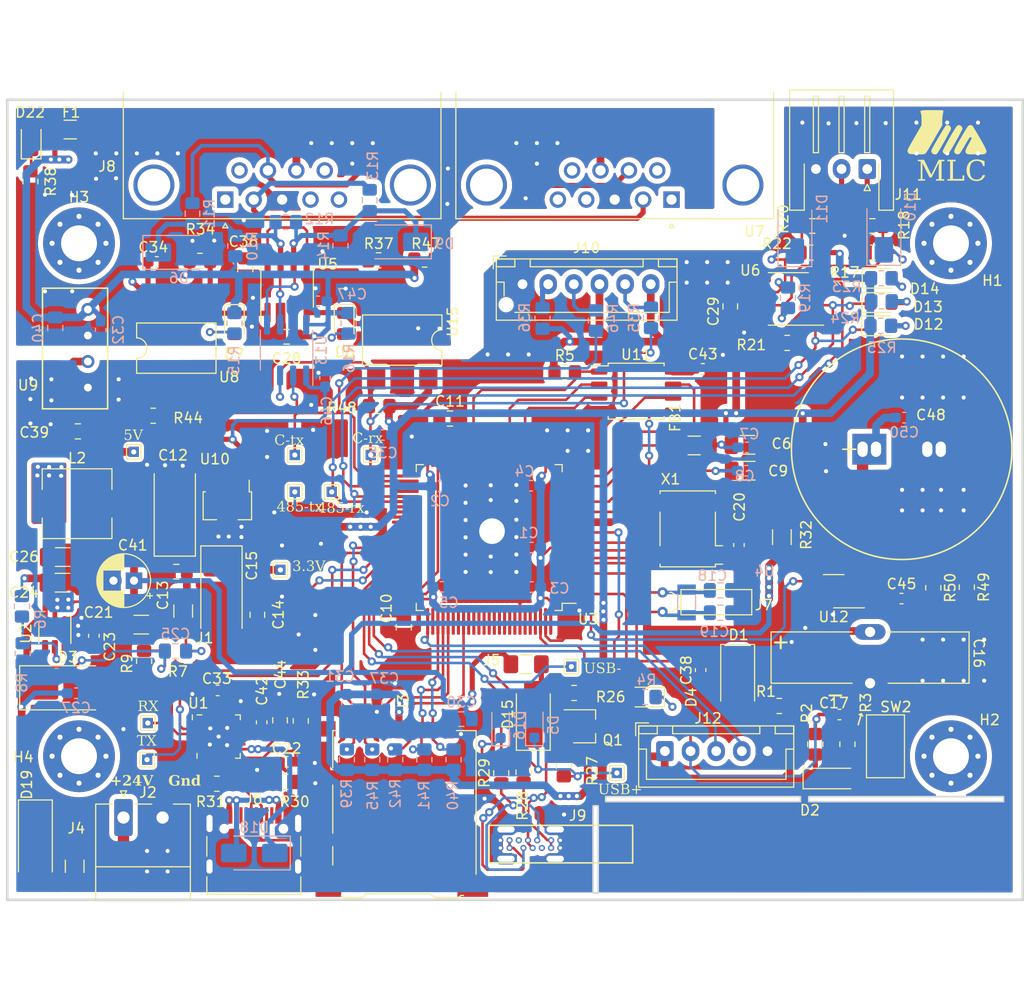
<source format=kicad_pcb>
(kicad_pcb (version 20221018) (generator pcbnew)
  (layers (0 "F.Cu" signal) (31 "B.Cu" signal) (34 "B.Paste" user) (35 "F.Paste" user) (36 "B.SilkS" user "B.Silkscreen") (37 "F.SilkS" user "F.Silkscreen") (38 "B.Mask" user) (39 "F.Mask" user) (44 "Edge.Cuts" user))
  (net 0 "")
  (net 1 "+3.3V")
  (net 2 "GND")
  (net 3 "VDDA")
  (net 4 "/VCAP")
  (net 5 "+BATT")
  (net 6 "/RST")
  (net 7 "Net-(U2-BOOT)")
  (net 8 "Net-(U2-SW)")
  (net 9 "+5V")
  (net 10 "Net-(D19-K)")
  (net 11 "Net-(U2-FB)")
  (net 12 "+5F")
  (net 13 "GND2")
  (net 14 "+24V")
  (net 15 "Net-(U5-Rs)")
  (net 16 "Net-(D1-A)")
  (net 17 "/CANH")
  (net 18 "Net-(D7-K)")
  (net 19 "Net-(D7-A)")
  (net 20 "Net-(D8-K)")
  (net 21 "Net-(D8-A)")
  (net 22 "/CANL")
  (net 23 "Net-(D10-A1)")
  (net 24 "Net-(D11-A1)")
  (net 25 "485RX")
  (net 26 "Net-(D12-A)")
  (net 27 "485DE")
  (net 28 "Net-(D13-A)")
  (net 29 "485TX")
  (net 30 "Net-(D14-A)")
  (net 31 "Net-(D15-A)")
  (net 32 "USB_D+")
  (net 33 "USB_D-")
  (net 34 "CAN_TX")
  (net 35 "Net-(U1-VDD)")
  (net 36 "Net-(D22-K)")
  (net 37 "Net-(F1-Pad2)")
  (net 38 "D2")
  (net 39 "D3")
  (net 40 "CMD")
  (net 41 "CLK")
  (net 42 "D0")
  (net 43 "D1")
  (net 46 "Net-(J8-Pad2)")
  (net 47 "485A")
  (net 50 "Net-(J8-Pad7)")
  (net 51 "485B")
  (net 52 "Net-(Q1-B)")
  (net 53 "Net-(Q1-E)")
  (net 54 "Net-(D19-A)")
  (net 55 "/LED2")
  (net 56 "Net-(D4-K)")
  (net 57 "Net-(U2-EN)")
  (net 58 "Net-(R47-Pad1)")
  (net 59 "USB_Host-Device")
  (net 61 "CAN_RX")
  (net 62 "Net-(R44-Pad2)")
  (net 63 "Net-(R3-Pad2)")
  (net 68 "/OS_32K_IN")
  (net 69 "/OS_32K_OUT")
  (net 70 "/OS_IN")
  (net 100 "uart1-TX")
  (net 101 "/SWDIO")
  (net 102 "/SWCLK")
  (net 119 "uart1-RX")
  (net 126 "Net-(U10-IN)")
  (net 127 "Net-(J9-CC)")
  (net 128 "Net-(J9-D+-PadA6)")
  (net 129 "Net-(J9-D--PadA7)")
  (net 130 "Net-(U1-VPP)")
  (net 135 "/vcc-usb")
  (net 136 "Net-(U1-D+)")
  (net 137 "Net-(U1-D-)")
  (net 139 "Net-(D18-K)")
  (net 140 "Net-(D18-A)")
  (net 141 "Net-(J6-D+-PadA6)")
  (net 142 "Net-(J6-D--PadA7)")
  (net 149 "/led.5.+")
  (net 158 "Net-(U1-~{RST})")
  (net 161 "/CAN_TX-")
  (net 162 "/CAN_RX-")
  (net 163 "FLASH_CS")
  (net 164 "FLASH_IO0")
  (net 165 "FLASH_IO3")
  (net 166 "FLASH_CLK")
  (net 167 "FLASH_IO2")
  (net 168 "FLASH_IO1")
  (net 171 "Net-(U12-PFI)")
  (net 172 "/voltageLow")
  (net 177 "Net-(C48-Pad1)")
  (footprint "Capacitor_THT:CP_Radial_D5.0mm_P2.00mm" (layer "F.Cu") (at 188.1 89.325 180)
    (fp_text reference "C41")
    (fp_text value "47uF_25V-radial")
  )
  (footprint "TestPoint:TestPoint_THTPad_1.0x1.0mm_Drill0.5mm" (layer "F.Cu") (at 202.375 88.275)
    (fp_text reference "TP2" hide)
    (fp_text value "TestPoint" hide)
  )
  (footprint "Resistor_SMD:R_0805_2012Metric_Pad1.20x1.40mm_HandSolder" (layer "F.Cu") (at 251.005 101.545 180)
    (fp_text reference "R1")
    (fp_text value "100R(0805)")
  )
  (footprint "Package_TO_SOT_SMD:SOT-23W_Handsoldering" (layer "F.Cu") (at 232.025 103.525)
    (fp_text reference "Q1")
    (fp_text value "BC817-smd")
  )
  (footprint "Resistor_SMD:R_0805_2012Metric_Pad1.20x1.40mm_HandSolder" (layer "F.Cu") (at 230.0875 69.02)
    (fp_text reference "R5")
    (fp_text value "10K(0805)")
  )
  (footprint "Diode_SMD:D_SMB_Handsoldering" (layer "F.Cu") (at 181.665 99.775)
    (fp_text reference "D3")
    (fp_text value "SMBJ26A")
  )
  (footprint "Resistor_SMD:R_0805_2012Metric_Pad1.20x1.40mm_HandSolder" (layer "F.Cu") (at 251.775 66.15)
    (fp_text reference "R21")
    (fp_text value "10K(0805)")
  )
  (footprint "Capacitor_SMD:C_0805_2012Metric_Pad1.18x1.45mm_HandSolder" (layer "F.Cu") (at 218.9 73.525)
    (fp_text reference "C11")
    (fp_text value "2.2uF(0805)")
  )
  (footprint "Capacitor_SMD:C_0603_1608Metric_Pad1.08x0.95mm_HandSolder" (layer "F.Cu") (at 256.875 102.375)
    (fp_text reference "C17")
    (fp_text value "100nf_0603")
  )
  (footprint "MountingHole:MountingHole_3.5mm_Pad_Via" (layer "F.Cu") (at 267.74 56.44)
    (fp_text reference "H1")
    (fp_text value "MountingHole")
  )
  (footprint "MountingHole:MountingHole_3.5mm_Pad_Via" (layer "F.Cu") (at 267.74 106.44)
    (fp_text reference "H2")
    (fp_text value "MountingHole")
  )
  (footprint "Package_DIP:SMDIP-6_W7.62mm" (layer "F.Cu") (at 214.25 65.875 -90)
    (fp_text reference "U15")
    (fp_text value "H11L1-SMD")
  )
  (footprint "Package_SO:SOIC-8_3.9x4.9mm_P1.27mm" (layer "F.Cu") (at 203.025 60.725 90)
    (fp_text reference "U5")
    (fp_text value "MCP2551")
  )
  (footprint "LED_SMD:LED_0805_2012Metric_Pad1.15x1.40mm_HandSolder" (layer "F.Cu") (at 197.885 64.275 -90)
    (fp_text reference "D7")
    (fp_text value "LED_Yellow_0805")
  )
  (footprint "Package_DIP:SMDIP-6_W7.62mm" (layer "F.Cu") (at 192.225 66.66 90)
    (fp_text reference "U8")
    (fp_text value "H11L1-SMD")
  )
  (footprint "Connector_USB:USB_C_Receptacle_G-Switch_GT-USB-7010ASV" (layer "F.Cu") (at 199.78 116.115)
    (fp_text reference "J6")
    (fp_text value "USB_C_Receptacle")
  )
  (footprint "Capacitor_SMD:C_0603_1608Metric_Pad1.08x0.95mm_HandSolder" (layer "F.Cu") (at 243.335 98.045 -90)
    (fp_text reference "C38")
    (fp_text value "100nf_0603")
  )
  (footprint "Diode_SMD:D_SMA" (layer "F.Cu") (at 227.025 102.35 90)
    (fp_text reference "D15")
    (fp_text value "SS14")
  )
  (footprint "Resistor_SMD:R_0805_2012Metric_Pad1.20x1.40mm_HandSolder" (layer "F.Cu") (at 254.075 57.35)
    (fp_text reference "R22")
    (fp_text value "1.5K(0805)")
  )
  (footprint "MountingHole:MountingHole_3.5mm_Pad_Via" (layer "F.Cu") (at 182.74 106.44)
    (fp_text reference "H4")
    (fp_text value "MountingHole")
  )
  (footprint "Capacitor_SMD:C_1206_3216Metric_Pad1.33x1.80mm_HandSolder" (layer "F.Cu") (at 247.905 76.085)
    (fp_text reference "C6")
    (fp_text value "10uF(1206)")
  )
  (footprint "gh- kicad:gt-usb" (layer "F.Cu") (at 231.975 115 180)
    (fp_text reference "J9")
    (fp_text value "~")
  )
  (footprint "Capacitor_SMD:C_0603_1608Metric_Pad1.08x0.95mm_HandSolder" (layer "F.Cu") (at 196.25 100.025)
    (fp_text reference "C33")
    (fp_text value "100nf_0603")
  )
  (footprint "Fuse:Fuse_1206_3216Metric_Pad1.42x1.75mm_HandSolder" (layer "F.Cu") (at 182.315 117.165 90)
    (fp_text reference "J4")
    (fp_text value "Fuse_1A_1206")
  )
  (footprint "LED_SMD:LED_0805_2012Metric_Pad1.15x1.40mm_HandSolder" (layer "F.Cu") (at 260.95 59.85)
    (fp_text reference "D14")
    (fp_text value "LED_Yellow_0805")
  )
  (footprint "footprints:TME 3.3-5-12V_TRP" (layer "F.Cu") (at 183.605 70.505 90)
    (fp_text reference "U9")
    (fp_text value "TME 0505S")
  )
  (footprint "Resistor_SMD:R_0805_2012Metric_Pad1.20x1.40mm_HandSolder" (layer "F.Cu") (at 230 107.4 -90)
    (fp_text reference "R27")
    (fp_text value "1.5K(0805)")
  )
  (footprint "Package_DFN_QFN:QFN-24-1EP_4x4mm_P0.5mm_EP2.6x2.6mm" (layer "F.Cu") (at 196.35 104.525 90)
    (fp_text reference "U1")
    (fp_text value "CP2104")
  )
  (footprint "LED_SMD:LED_0805_2012Metric_Pad1.15x1.40mm_HandSolder" (layer "F.Cu") (at 260.895 64.485)
    (fp_text reference "D12")
    (fp_text value "LED_Yellow_0805")
  )
  (footprint "Package_TO_SOT_SMD:SOT-89-3_Handsoldering" (layer "F.Cu") (at 197.2 82.025 -90)
    (fp_text reference "U10")
    (fp_text value "RT9166A-33GX")
  )
  (footprint "Fuse:Fuse_1206_3216Metric_Pad1.42x1.75mm_HandSolder" (layer "F.Cu") (at 181.875 45.35)
    (fp_text reference "F1")
    (fp_text value "Fuse_0.5A")
  )
  (footprint "MLC_K6:D_MiniMELF" (layer "F.Cu") (at 256.225 108.615)
    (fp_text reference "D2")
    (fp_text value "1N4148_MiniMELF")
  )
  (footprint "LED_SMD:LED_0805_2012Metric_Pad1.15x1.40mm_HandSolder" (layer "F.Cu") (at 260.925 62.22)
    (fp_text reference "D13")
    (fp_text value "LED_Yellow_0805")
  )
  (footprint "MLC_K6:LQFP-100_14x14mm_P0.5mm" (layer "F.Cu") (at 222.725 85.125 180)
    (fp_text reference "U3")
    (fp_text value "STM32H7B0VBT6")
  )
  (footprint "Capacitor_SMD:C_0805_2012Metric_Pad1.18x1.45mm_HandSolder" (layer "F.Cu") (at 198.95 58.95 90)
    (fp_text reference "C36")
    (fp_text value "220nf(0805)")
  )
  (footprint "Connector_JST:JST_XH_B6B-XH-AM_1x06_P2.50mm_Vertical" (layer "F.Cu") (at 225.975 60.425)
    (fp_text reference "J10")
    (fp_text value "xh-straight 6p")
  )
  (footprint "Crystal:Crystal_C26-LF_D2.1mm_L6.5mm_Horizontal" (layer "F.Cu") (at 239.62 92.375 90)
    (fp_text reference "J7")
    (fp_text value "Conn_01x02")
  )
  (footprint "MountingHole:MountingHole_3.5mm_Pad_Via" (layer "F.Cu") (at 182.74 56.44)
    (fp_text reference "H3")
    (fp_text value "MountingHole")
  )
  (footprint "Resistor_SMD:R_1206_3216Metric_Pad1.30x1.75mm_HandSolder" (layer "F.Cu") (at 251.255 85.085 90)
    (fp_text reference "R32")
    (fp_text value "0R(1206)")
  )
  (footprint "Connector_Card:microSD_HC_Hirose_DM3AT-SF-PEJM5" (layer "F.Cu") (at 214.45 111.825)
    (fp_text reference "J3")
    (fp_text value "Micro_SD_Card")
  )
  (footprint "Resistor_SMD:R_0805_2012Metric_Pad1.20x1.40mm_HandSolder" (layer "F.Cu") (at 266.015 90.015 -90)
    (fp_text reference "R50")
    (fp_text value "2.2K(0805)")
  )
  (footprint "gh- kicad:L_7.3x6.6_H3.5" (layer "F.Cu") (at 182.55 81.825)
    (fp_text reference "L2")
    (fp_text value "10uH")
  )
  (footprint "Package_SO:SOIC-8_5.23x5.23mm_P1.27mm" (layer "F.Cu") (at 237.05 70.85)
    (fp_text reference "U11")
    (fp_text value "W25Q128JVS")
  )
  (footprint "TestPoint:TestPoint_THTPad_1.0x1.0mm_Drill0.5mm" (layer "F.Cu") (at 188.075 76.775)
    (fp_text reference "TP1" hide)
    (fp_text value "TestPoint" hide)
  )
  (footprint "Package_SO:VSSOP-8_3.0x3.0mm_P0.65mm" (layer "F.Cu") (at 256.305 90.355 180)
    (fp_text reference "U12")
    (fp_text value "TPS3619-50DGKR")
  )
  (footprint "Capacitor_SMD:C_1206_3216Metric_Pad1.33x1.80mm_HandSolder" (layer "F.Cu") (at 188.805 93.615 180)
    (fp_text reference "C23")
    (fp_text value "10uF(1206)")
  )
  (footprint "Capacitor_SMD:C_1206_3216Metric_Pad1.33x1.80mm_HandSolder" (layer "F.Cu") (at 181.125 89.525)
    (fp_text reference "C24")
    (fp_text value "10uF(1206)")
  )
  (footprint "Diode_SMD:D_SMA_Handsoldering" (layer "F.Cu") (at 178.485 115.2175 -90)
    (fp_text reference "D19")
    (fp_text value "SS34-sma")
  )
  (footprint "Connector_Dsub:DSUB-9_Male_Horizontal_P2.77x2.84mm_EdgePinOffset7.70mm_Housed_MountingHolesOffset9.12mm" (layer "F.Cu") (at 240.5 52.180331 180)
    (fp_text reference "U7")
    (fp_text value "DB9-MALE")
  )
  (footprint "LED_SMD:LED_0805_2012Metric_Pad1.15x1.40mm_HandSolder" (layer "F.Cu") (at 178.075 46.35 90)
    (fp_text reference "D22")
    (fp_text value "LED_RED_0805")
  )
  (footprint "Package_TO_SOT_SMD:SOT-23-6" (layer "F.Cu") (at 180.3875 94.6375 -90)
    (fp_text reference "U2")
    (fp_text value "TPS54302DDCR")
  )
  (footprint "TestPoint:TestPoint_THTPad_1.0x1.0mm_Drill0.5mm" (layer "F.Cu") (at 211.175 77.075)
    (fp_text reference "TP4" hide)
    (fp_text value "TestPoint" hide)
  )
  (footprint "MLC:C_0805_2012Metric_Pad1.15x1.40mm_HandSolder" (layer "F.Cu") (at 202.335 102.94 90)
    (fp_text reference "C44")
    (fp_text value "1uf(0805)")
  )
  (footprint "Diode_SMD:D_SMA" (layer "F.Cu") (at 246.945 99.0575 -90)
    (fp_text reference "D1")
    (fp_text value "SS14")
  )
  (footprint "Resistor_SMD:R_0805_2012Metric_Pad1.20x1.40mm_HandSolder" (layer "F.Cu") (at 202.875 108.95 180)
    (fp_text reference "R30")
    (fp_text value "22R(0805)")
  )
  (footprint "TestPoint:TestPoint_THTPad_1.0x1.0mm_Drill0.5mm" (layer "F.Cu") (at 203.775 80.675)
    (fp_text reference "TP7" hide)
    (fp_text value "TestPoint" hide)
  )
  (footprint "MLC:R_0805_2012Metric_Pad1.15x1.40mm_HandSolder" (layer "F.Cu") (at 192.135 96.155 180)
    (fp_text reference "R7")
    (fp_text value "100k")
  )
  (footprint "MLC:C_0805_2012Metric_Pad1.15x1.40mm_HandSolder" (layer "F.Cu") (at 202.975 65.55)
    (fp_text reference "C28")
    (fp_text value "1uf(0805)")
  )
  (footprint "TestPoint:TestPoint_THTPad_1.0x1.0mm_Drill0.5mm" (layer "F.Cu") (at 207.375 80.675 180)
    (fp_text reference "TP5" hide)
    (fp_text value "TestPoint" hide)
  )
  (footprint "TestPoint:TestPoint_THTPad_1.0x1.0mm_Drill0.5mm" (layer "F.Cu") (at 230.735 97.705)
    (fp_text reference "TP6" hide)
    (fp_text value "TestPoint")
  )
  (footprint "Connector_Phoenix_MC:PhoenixContact_MC_1,5_2-G-3.81_1x02_P3.81mm_Horizontal" (layer "F.Cu") (at 187.075 112.4175)
    (fp_text reference "J2")
    (fp_text value "Conn_01x02")
  )
  (footprint "MLC:R_0805_2012Metric_Pad1.15x1.40mm_HandSolder" (layer "F.Cu") (at 254.225 54.75)
    (fp_text reference "R20")
    (fp_text value "12R(0805)")
  )
  (footprint "Resistor_SMD:R_0805_2012Metric_Pad1.20x1.40mm_HandSolder" (layer "F.Cu") (at 178 50.425 -90)
    (fp_text reference "R38")
    (fp_text value "1k(0805)")
  )
  (footprint "TestPoint:TestPoint_THTPad_1.0x1.0mm_Drill0.5mm" (layer "F.Cu") (at 235.175 108.075)
    (fp_text reference "TP8" hide)
    (fp_text value "TestPoint")
  )
  (footprint "Connector_JST:JST_XH_S3B-XH-A-1_1x03_P2.50mm_Horizontal" (layer "F.Cu") (at 259.575 49.2 180)
    (fp_text reference "J11")
    (fp_text value "Conn_XH-3-right")
  )
  (footprint "Connector_JST:JST_XH_B5B-XH-A_1x05_P2.50mm_Vertical" (layer "F.Cu") (at 239.855 105.945)
    (fp_text reference "J12")
    (fp_text value "XH-connector-straight-5P")
  )
  (footprint "Capacitor_SMD:C_0603_1608Metric_Pad1.08x0.95mm_HandSolder" (layer "F.Cu") (at 243.55 68.675)
    (fp_text reference "C43")
    (fp_text value "100nf_0603")
  )
  (footprint "Resistor_SMD:R_0805_2012Metric_Pad1.20x1.40mm_HandSolder" (layer "F.Cu") (at 257.645 105.275 90)
    (fp_text reference "R3")
    (fp_text value "100R(0805)")
  )
  (footprint "Capacitor_SMD:C_0603_1608Metric_Pad1.08x0.95mm_HandSolder" (layer "F.Cu") (at 202.975 106.975)
    (fp_text reference "C22")
    (fp_text value "100nf_0603")
  )
  (footprint "Resistor_SMD:R_0805_2012Metric_Pad1.20x1.40mm_HandSolder" (layer "F.Cu") (at 204.355 102.995 90)
    (fp_text reference "R33")
    (fp_text value "10K(0805)")
  )
  (footprint "Resistor_SMD:R_0805_2012Metric_Pad1.20x1.40mm_HandSolder" (layer "F.Cu") (at 194.525 58.15 180)
    (fp_text reference "R34")
    (fp_text value "4.7K(0805)")
  )
  (footprint "Resistor_SMD:R_0805_2012Metric_Pad1.20x1.40mm_HandSolder" (layer "F.Cu") (at 189.975 73.25 180)
    (fp_text reference "R44")
    (fp_text value "330R(0805)")
  )
  (footprint "Connector_Dsub:DSUB-9_Female_Horizontal_P2.77x2.84mm_EdgePinOffset7.70mm_Housed_MountingHolesOffset9.12mm" (layer "F.Cu") (at 197 52.180331 180)
    (fp_text reference "J8")
    (fp_text value "DB9-Female-right-pcb_mount")
  )
  (footprint "MLC:C_0805_2012Metric_Pad1.15x1.40mm_HandSolder" (layer "F.Cu") (at 200.125 92.65 -90)
    (fp_text reference "C14")
    (fp_text value "1uf(0805)")
  )
  (footprint "Capacitor_Tantalum_SMD:CP_EIA-7132-28_AVX-C_Pad2.72x3.50mm_HandSolder" (layer "F.Cu") (at 192.075 82.45 90)
    (fp_text reference "C12")
    (fp_text value "C_Polarized")
  )
  (footprint "Fuse:Fuse_1206_3216Metric_Pad1.42x1.75mm_HandSolder" (layer "F.Cu") (at 226.325 97.475 180)
    (fp_text reference "J5")
    (fp_text value "Fuse_0.5A_1206")
  )
  (footprint "Resistor_SMD:R_0805_2012Metric_Pad1.20x1.40mm_HandSolder" (layer "F.Cu") (at 189.085 97.175 -90)
    (fp_text reference "R9")
    (fp_text value "13.3k(0805)")
  )
  (footprint "MLC:R_0805_2012Metric_Pad1.15x1.40mm_HandSolder" (layer "F.Cu") (at 260.075 54.75 180)
    (fp_text reference "R18")
    (fp_text value "12R(0805)")
  )
  (footprint "MLC_K7:super cap" (layer "F.Cu") (at 262.935 76.515)
    (fp_text reference "C48")
    (fp_text value "1F-5.5v")
  )
  (footprint "Fuse:Fuse_1206_3216Metric_Pad1.42x1.75mm_HandSolder" (layer "F.Cu") (at 192.895 92.295 90)
    (fp_text reference "J1")
    (fp_text value "Fuse_0.5A_1206")
  )
  (footprint "Capacitor_SMD:C_0805_2012Metric_Pad1.18x1.45mm_HandSolder" (layer "F.Cu") (at 182.625 74.775 180)
    (fp_text reference "C39")
    (fp_text value "2.2uF(0805)")
  )
  (footprint "Oscillator:Oscillator_SMD_Fordahl_DFAS11-4Pin_7.0x5.0mm" (layer "F.Cu") (at 242.08 84.28 90)
    (fp_text reference "X1")
    (fp_text value "Ocs_8MHz")
  )
  (footprint "Capacitor_SMD:C_0805_2012Metric_Pad1.18x1.45mm_HandSolder" (layer "F.Cu") (at 214.4 93.875 -90)
    (fp_text reference "C10")
    (fp_text value "2.2uF(0805)")
  )
  (footprint "Button_Switch_SMD:SW_SPST_CK_RS282G05A3" (layer "F.Cu") (at 261.355 105.475 90)
    (fp_text reference "SW2")
    (fp_text value "SW_Push")
  )
  (footprint "Capacitor_SMD:C_1206_3216Metric_Pad1.33x1.80mm_HandSolder" (layer "F.Cu") (at 181.15 87.025)
    (fp_text reference "C26")
    (fp_text value "10uF(1206)")
  )
  (footprint "TestPoint:TestPoint_THTPad_1.0x1.0mm_Drill0.5mm" (layer "F.Cu") (at 203.775 77.075)
    (fp_text reference "TP3" hide)
    (fp_text value "TestPoint" hide)
  )
  (footprint "footprints:mapnal logo -s" (layer "F.Cu") (at 267.375 45.675)
    (fp_text reference "U14" hide)
    (fp_text value "MAPNALOGOG_copy" hide)
  )
  (footprint "MLC:C_0805_2012Metric_Pad1.15x1.40mm_HandSolder" (layer "F.Cu") (at 192.225 88.45 180)
    (fp_text reference "C13")
    (fp_text value "1uf(0805)")
  )
  (footprint "Capacitor_SMD:C_0603_1608Metric_Pad1.08x0.95mm_HandSolder" (layer "F.Cu") (at 184.1875 94.7 90)
    (fp_text reference "C21")
    (fp_text value "100nf_0603")
  )
  (footprint "TestPoint:TestPoint_THTPad_1.0x1.0mm_Drill0.5mm" (layer "F.Cu") (at 189.375 106.775)
    (fp_text reference "TP10" hide)
    (fp_text value "TestPoint")
  )
  (footprint "Resistor_SMD:R_0805_2012Metric_Pad1.20x1.40mm_HandSolder" (layer "F.Cu") (at 212 72.3)
    (fp_text reference "R48")
    (fp_text value "4.7K(0805)")
  )
  (footprint "Resistor_SMD:R_0805_2012Metric_Pad1.20x1.40mm_HandSolder" (layer "F.Cu") (at 216.425 58.025 180)
    (fp_text reference "R47")
    (fp_text value "330R(0805)")
  )
  (footprint "Capacitor_SMD:C_1206_3216Metric_Pad1.33x1.80mm_HandSolder" (layer "F.Cu") (at 247.93 78.61)
    (fp_text reference "C9")
    (fp_text value "10uF(1206)")
  )
  (footprint "Resistor_SMD:R_0805_2012Metric_Pad1.20x1.40mm_HandSolder" (layer "F.Cu") (at 196.175 109.125 180)
    (fp_text reference "R31")
    (fp_text value "22R(0805)")
  )
  (footprint "Capacitor_SMD:C_0603_1608Metric_Pad1.08x0.95mm_HandSolder" (layer "F.Cu") (at 200.545 103.135 -90)
    (fp_text reference "C42")
    (fp_text value "100nf_0603")
  )
  (footprint "Resistor_SMD:R_0805_2012Metric_Pad1.20x1.40mm_HandSolder" (layer "F.Cu") (at 254.515 105.275 90)
    (fp_text reference "R2")
    (fp_text value "10K(0805)")
  )
  (footprint "Capacitor_SMD:C_0603_1608Metric_Pad1.08x0.95mm_HandSolder" (layer "F.Cu") (at 190.325 58.25)
    (fp_text reference "C34")
    (fp_text value "100nf_0603")
  )
  (footprint "Capacitor_SMD:C_0603_1608Metric_Pad1.08x0.95mm_HandSolder" (layer "F.Cu") (at 247.07 85.85 90)
    (fp_text reference "C20")
    (fp_text value "100nf_0603")
  )
  (footprint "TestPoint:TestPoint_THTPad_1.0x1.0mm_Drill0.5mm" (layer "F.Cu") (at 189.445 103.205)
    (fp_text reference "TP9" hide)
    (fp_text value "TestPoint")
  )
  (footprint "MLC:C_0805_2012Metric_Pad1.15x1.40mm_HandSolder" (layer "F.Cu") (at 246.225 62.595 -90)
    (fp_text reference "C29")
    (fp_text value "1uf(0805)")
  )
  (footprint "Resistor_SMD:R_0805_2012Metric_Pad1.20x1.40mm_HandSolder" (layer "F.Cu") (at 231 100.275 180)
    (fp_text reference "R26")
    (fp_text value "1.5K(0805)")
  )
  (footprint "LED_SMD:LED_0805_2012Metric_Pad1.15x1.40mm_HandSolder" (layer "F.Cu") (at 237.9425 100.675 180)
    (fp_text reference "D4")
    (fp_text value "LED_RED(0805)_FP K7")
  )
  (footprint "LED_SMD:LED_0805_2012Metric_Pad1.15x1.40mm_HandSolder" (layer "F.Cu") (at 208.585 64.2575 -90)
    (fp_text reference "D8")
    (fp_text value "LED_Yellow_0805")
  )
  (footprint "Resistor_SMD:R_0805_2012Metric_Pad1.20x1.40mm_HandSolder" (layer "F.Cu") (at 223.9 108.075 90)
    (fp_text reference "R29")
    (fp_text value "22R(0805)")
  )
  (footprint "Resistor_SMD:R_0805_2012Metric_Pad1.20x1.40mm_HandSolder" (layer "F.Cu") (at 211.95 58.1 180)
    (fp_text reference "R37")
    (fp_text value "4.7K(0805)")
  )
  (footprint "Package_SO:SO-8_3.9x4.9mm_P1.27mm" (layer "F.Cu") (at 251.88 61.86 180)
    (fp_text reference "U6")
    (fp_text value "MAX3485")
  )
  (footprint "Resistor_SMD:R_0805_2012Metric_Pad1.20x1.40mm_HandSolder" (layer "F.Cu") (at 260.125 57.35)
    (fp_text reference "R17")
    (fp_text value "1.5K(0805)")
  )
  (footprint "Resistor_SMD:R_0805_2012Metric_Pad1.20x1.40mm_HandSolder" (layer "F.Cu") (at 269.285 89.965 -90)
    (fp_text reference "R49")
    (fp_text value "6.8K(0805)")
  )
  (footprint "Capacitor_Tantalum_SMD:CP_EIA-7132-28_AVX-C_Pad2.72x3.50mm_HandSolder" (layer "F.Cu") (at 196.625 90.425 -90)
    (fp_text reference "C15")
    (fp_text value "C_Polarized")
  )
  (footprint "Resistor_SMD:R_0805_2012Metric_Pad1.20x1.40mm_HandSolder" (layer "F.Cu") (at 226.075 108 90)
    (fp_text reference "R28")
    (fp_text value "22R(0805)")
  )
  (footprint "Capacitor_SMD:C_0603_1608Metric_Pad1.08x0.95mm_HandSolder" (layer "F.Cu") (at 262.9175 91.075)
    (fp_text reference "C45")
    (fp_text value "100nf_0603")
  )
  (footprint "MLC_K6:super_cap_1.F-5.5V" (layer "F.Cu") (at 250.205 99.325)
    (fp_text reference "C16")
    (fp_text value "1F-5.5v")
  )
  (footprint "Inductor_SMD:L_1206_3216Metric_Pad1.42x1.75mm_HandSolder" (layer "F.Cu") (at 242.705 76.145 180)
    (fp_text reference "FB1")
    (fp_text value "Ferrite_Bead(1206)")
  )
  (footprint "Resistor_SMD:R_0805_2012Metric_Pad1.20x1.40mm_HandSolder" (layer "B.Cu") (at 251.85 61.75 90)
    (fp_text reference "R19")
    (fp_text value "120R(0805)")
  )
  (footprint "MLC:C_0805_2012Metric_Pad1.15x1.40mm_HandSolder" (layer "B.Cu") (at 220 102.825 180)
    (fp_text reference "C30")
    (fp_text value "1uf(0805)")
  )
  (footprint "Capacitor_SMD:C_0603_1608Metric_Pad1.08x0.95mm_HandSolder" (layer "B.Cu") (at 217.925 80.125)
    (fp_text reference "C2")
    (fp_text value "100nf_0603")
  )
  (footprint "Capacitor_SMD:C_0603_1608Metric_Pad1.08x0.95mm_HandSolder" (layer "B.Cu") (at 206.035 62.095 180)
    (fp_text reference "C47")
    (fp_text value "100nf_0603")
  )
  (footprint "Resistor_SMD:R_0805_2012Metric_Pad1.20x1.40mm_HandSolder" (layer "B.Cu") (at 211.325 106.775 90)
    (fp_text reference "R45")
    (fp_text value "10K(0805)")
  )
  (footprint "Resistor_SMD:R_0805_2012Metric_Pad1.20x1.40mm_HandSolder" (layer "B.Cu") (at 260.975 62.095 180)
    (fp_text reference "R24")
    (fp_text value "820R(0805)")
  )
  (footprint "Resistor_SMD:R_0805_2012Metric_Pad1.20x1.40mm_HandSolder" (layer "B.Cu") (at 208.85 106.775 90)
    (fp_text reference "R39")
    (fp_text value "10K(0805)")
  )
  (footprint "Capacitor_SMD:C_0603_1608Metric_Pad1.08x0.95mm_HandSolder" (layer "B.Cu") (at 212.35 75.125 180)
    (fp_text reference "C35")
    (fp_text value "100nf_0603")
  )
  (footprint "Capacitor_SMD:C_0805_2012Metric_Pad1.18x1.45mm_HandSolder" (layer "B.Cu") (at 245.27 92.45)
    (fp_text reference "C19")
    (fp_text value "12pf(0805)")
  )
  (footprint "Capacitor_SMD:C_0603_1608Metric_Pad1.08x0.95mm_HandSolder" (layer "B.Cu") (at 226.8 80.075 180)
    (fp_text reference "C4")
    (fp_text value "100nf_0603")
  )
  (footprint "Capacitor_SMD:C_0603_1608Metric_Pad1.08x0.95mm_HandSolder" (layer "B.Cu") (at 226.875 89.95 180)
    (fp_text reference "C3")
    (fp_text value "100nf_0603")
  )
  (footprint "Resistor_SMD:R_0805_2012Metric_Pad1.20x1.40mm_HandSolder" (layer "B.Cu") (at 197.975 56.7 90)
    (fp_text reference "R10")
    (fp_text value "1.5K(0805)")
  )
  (footprint "Diode_SMD:D_SOD-323_HandSoldering" (layer "B.Cu") (at 223.835 103.415 90)
    (fp_text reference "D16")
    (fp_text value " PESD3V3U1UA,115")
  )
  (footprint "Capacitor_SMD:C_0603_1608Metric_Pad1.08x0.95mm_HandSolder" (layer "B.Cu") (at 206.725 69.575 -90)
    (fp_text reference "C46")
    (fp_text value "100nf_0603")
  )
  (footprint "Diode_SMD:D_SMA" (layer "B.Cu") (at 192.475 57.325)
    (fp_text reference "D6")
    (fp_text value "SMAJ5.0CA")
  )
  (footprint "Resistor_SMD:R_0805_2012Metric_Pad1.20x1.40mm_HandSolder" (layer "B.Cu") (at 227.925 63.775 90)
    (fp_text reference "R36")
    (fp_text value "1.5K(0805)")
  )
  (footprint "Resistor_SMD:R_0805_2012Metric_Pad1.20x1.40mm_HandSolder" (layer "B.Cu") (at 216.40625 106.775 90)
    (fp_text reference "R41")
    (fp_text value "10K(0805)")
  )
  (footprint "Resistor_SMD:R_0805_2012Metric_Pad1.20x1.40mm_HandSolder" (layer "B.Cu") (at 237.935 100.665 180)
    (fp_text reference "R4")
    (fp_text value "1.5K(0805)")
  )
  (footprint "Resistor_SMD:R_0805_2012Metric_Pad1.20x1.40mm_HandSolder" (layer "B.Cu") (at 197.895 64.235 90)
    (fp_text reference "R15")
    (fp_text value "820R(0805)")
  )
  (footprint "Diode_SMD:D_SMA" (layer "B.Cu") (at 261.2 55.075 90)
    (fp_text reference "D10")
    (fp_text value "SMAJ5.0CA")
  )
  (footprint "Resistor_SMD:R_0805_2012Metric_Pad1.20x1.40mm_HandSolder" (layer "B.Cu") (at 233.125 63.975 -90)
    (fp_text reference "R46")
    (fp_text value "1k(0805)")
  )
  (footprint "Capacitor_SMD:C_0805_2012Metric_Pad1.18x1.45mm_HandSolder" (layer "B.Cu") (at 180.425 64.7 -90)
    (fp_text reference "C40")
    (fp_text value "2.2uF(0805)")
  )
  (footprint "Resistor_SMD:R_0805_2012Metric_Pad1.20x1.40mm_HandSolder" (layer "B.Cu") (at 213.5625 106.775 90)
    (fp_text reference "R42")
    (fp_text value "10K(0805)")
  )
  (footprint "Capacitor_SMD:C_0603_1608Metric_Pad1.08x0.95mm_HandSolder" (layer "B.Cu") (at 226.875 86.1 180)
    (fp_text reference "C1")
    (fp_text value "100nf_0603")
  )
  (footprint "Capacitor_SMD:C_0603_1608Metric_Pad1.08x0.95mm_HandSolder" (layer "B.Cu") (at 247.8425 76.335)
    (fp_text reference "C7")
    (fp_text value "100nf_0603")
  )
  (footprint "Resistor_SMD:R_0805_2012Metric_Pad1.20x1.40mm_HandSolder" (layer "B.Cu") (at 260.95 59.85 180)
    (fp_text reference "R23")
    (fp_text value "820R(0805)")
  )
  (footprint "Package_SO:SOIC-8_3.9x4.9mm_P1.27mm" (layer "B.Cu") (at 202.975 66.845 90)
    (fp_text reference "U13")
    (fp_text value "ISO1044")
  )
  (footprint "Diode_SMD:D_SMA" (layer "B.Cu") (at 213.575 56.3 180)
    (fp_text reference "D9")
    (fp_text value "SMAJ5.0CA")
  )
  (footprint "Capacitor_SMD:C_0805_2012Metric_Pad1.18x1.45mm_HandSolder" (layer "B.Cu") (at 245.27 90.275)
    (fp_text reference "C18")
    (fp_text value "12pf(0805)")
  )
  (footprint "Resistor_SMD:R_0805_2012Metric_Pad1.20x1.40mm_HandSolder" (layer "B.Cu") (at 177.175 91.825 -90)
    (fp_text reference "R6")
    (fp_text value "511k(0805)")
  )
  (footprint "Resistor_SMD:R_0805_2012Metric_Pad1.20x1.40mm_HandSolder" (layer "B.Cu") (at 208.225 56.675 -90)
    (fp_text reference "R14")
    (fp_text value "1.5K(0805)")
  )
  (footprint "Crystal:Crystal_SMD_3215-2Pin_3.2x1.5mm" (layer "B.Cu") (at 241.97 91.45 -90)
    (fp_text reference "U4")
    (fp_text value "Crystal-_32.768Khz-smd")
  )
  (footprint "MLC:R_0805_2012Metric_Pad1.15x1.40mm_HandSolder" (layer "B.Cu") (at 193.8 53.55 90)
    (fp_text reference "R11")
    (fp_text value "12R(0805)")
  )
  (footprint "Capacitor_SMD:C_0603_1608Metric_Pad1.08x0.95mm_HandSolder" (layer "B.Cu") (at 247.78 78.61)
    (fp_text reference "C8")
    (fp_text value "100nf_0603")
  )
  (footprint "Capacitor_SMD:C_0603_1608Metric_Pad1.08x0.95mm_HandSolder" (layer "B.Cu") (at 182.455 100.295)
    (fp_text reference "C27")
    (fp_text value "100nf_0603")
  )
  (footprint "Resistor_SMD:R_0805_2012Metric_Pad1.20x1.40mm_HandSolder" (layer "B.Cu") (at 209.025 64.235 90)
    (fp_text reference "R16")
    (fp_text value "820R(0805)")
  )
  (footprint "Capacitor_SMD:C_0603_1608Metric_Pad1.08x0.95mm_HandSolder" (layer "B.Cu") (at 211.775 101.25 -90)
    (fp_text reference "C37")
    (fp_text value "100nf_0603")
  )
  (footprint "Resistor_SMD:R_0805_2012Metric_Pad1.20x1.40mm_HandSolder" (layer "B.Cu") (at 219.25 106.775 90)
    (fp_text reference "R40")
    (fp_text value "10K(0805)")
  )
  (footprint "Resistor_SMD:R_0805_2012Metric_Pad1.20x1.40mm_HandSolder" (layer "B.Cu") (at 202.9 54.375 180)
    (fp_text reference "R12")
    (fp_text value "120R(0805)")
  )
  (footprint "Resistor_SMD:R_0805_2012Metric_Pad1.20x1.40mm_HandSolder" (layer "B.Cu") (at 260.895 64.485 180)
    (fp_text reference "R25")
    (fp_text value "820R(0805)")
  )
  (footprint "Capacitor_SMD:C_0603_1608Metric_Pad1.08x0.95mm_HandSolder" (layer "B.Cu") (at 184.85 64.875 -90)
    (fp_text reference "C32")
    (fp_text value "100nf_0603")
  )
  (footprint "Resistor_SMD:R_0805_2012Metric_Pad1.20x1.40mm_HandSolder" (layer "B.Cu") (at 238.5 63.7 -90)
    (fp_text reference "R35")
    (fp_text value "1k(0805)")
  )
  (footprint "Diode_SMD:D_SMA" (layer "B.Cu") (at 252.525 55.2 90)
    (fp_text reference "D11")
    (fp_text value "SMAJ5.0CA")
  )
  (footprint "Capacitor_SMD:C_0603_1608Metric_Pad1.08x0.95mm_HandSolder" (layer "B.Cu") (at 263.175 73.435)
    (fp_text reference "C50")
    (fp_text value "100nf_0603")
  )
  (footprint "MLC:R_0805_2012Metric_Pad1.15x1.40mm_HandSolder" (layer "B.Cu") (at 211.075 52.25 90)
    (fp_text reference "R13")
    (fp_text value "12R(0805)")
  )
  (footprint "Diode_SMD:D_SMA" (layer "B.Cu") (at 199.825 115.875 180)
    (fp_text reference "D18")
    (fp_text value "SS14")
  )
  (footprint "Capacitor_SMD:C_0805_2012Metric_Pad1.18x1.45mm_HandSolder" (layer "B.Cu") (at 192.145 96.205 180)
    (fp_text reference "C25")
    (fp_text value "Not Mount(1206)")
  )
  (footprint "Diode_SMD:D_SOD-323_HandSoldering" (layer "B.Cu") (at 227.125 103.395 90)
    (fp_text reference "D5")
    (fp_text value " PESD3V3U1UA,115")
  )
  (footprint "Resistor_SMD:R_0805_2012Metric_Pad1.20x1.40mm_HandSolder" (layer "B.Cu") (at 177.25 96.425 -90)
    (fp_text reference "R8")
    (fp_text value "105k(0805)")
  )
  (footprint "Capacitor_SMD:C_0603_1608Metric_Pad1.08x0.95mm_HandSolder" (layer "B.Cu") (at 218.1 89.925)
    (fp_text reference "C5")
    (fp_text value "100nf_0603")
  )
  (footprint "Capacitor_SMD:C_0603_1608Metric_Pad1.08x0.95mm_HandSolder" (layer "B.Cu") (at 208.85 101.275 -90)
    (fp_text reference "C31")
    (fp_text value "100nf_0603")
  )
  (gr_line (start 258.695 103.365) (end 259.005 102.315) (stroke (width 0.15)) (layer "F.SilkS"))
  (gr_line (start 259.005 102.315) (end 259.125 102.515) (stroke (width 0.15)) (layer "F.SilkS"))
  (gr_line (start 259.005 102.315) (end 258.805 102.385) (stroke (width 0.15)) (layer "F.SilkS"))
  (gr_line (start 258.805 102.385) (end 259.005 102.315) (stroke (width 0.15)) (layer "F.SilkS"))
  (gr_poly (pts (xy 253.875 110.875) (xy 253.875 110.375) (xy 272.875 110.375) (xy 272.875 110.875)) (stroke (width 0.15)) (fill none) (layer "Edge.Cuts"))
  (gr_line locked (start 274.74 120.44) (end 175.74 120.44) (stroke (width 0.25)) (layer "Edge.Cuts"))
  (gr_line locked (start 274.74 42.44) (end 274.74 120.44) (stroke (width 0.25)) (layer "Edge.Cuts"))
  (gr_line locked (start 175.74 120.44) (end 175.74 42.44) (stroke (width 0.25)) (layer "Edge.Cuts"))
  (gr_poly (pts (xy 234.075 110.875) (xy 234.075 110.375) (xy 253.075 110.375) (xy 253.075 110.875)) (stroke (width 0.15)) (fill none) (layer "Edge.Cuts"))
  (gr_line locked (start 175.74 42.44) (end 274.74 42.44) (stroke (width 0.25)) (layer "Edge.Cuts"))
  (gr_poly (pts (xy 233.35 119.775) (xy 232.85 119.775) (xy 232.85 111.275) (xy 233.35 111.275)) (stroke (width 0.15)) (fill none) (layer "Edge.Cuts"))
  (gr_text "5V" (at 187.075 75.775) (layer "F.SilkS") (effects (font (size 1 1)) (justify left bottom)))
  (gr_text "C-tx" (at 201.775 76.275) (layer "F.SilkS") (effects (font (size 1 1)) (justify left bottom)))
  (gr_text "TX" (at 188.375 105.575) (layer "F.SilkS") (effects (font (size 1 1)) (justify left bottom)))
  (gr_text "485-tx" (at 202 82.75) (layer "F.SilkS") (effects (font (size 1 1)) (justify left bottom)))
  (gr_text "C-rx" (at 209.375 76.075) (layer "F.SilkS") (effects (font (size 1 1)) (justify left bottom)))
  (gr_text "USB+" (at 233.325 110.305) (layer "F.SilkS") (effects (font (size 1 1)) (justify left bottom)))
  (gr_text "MLC" (at 264.375 50.675) (layer "F.SilkS") (effects (font (size 2 2) (thickness 0.3)) (justify left bottom)))
  (gr_text "USB-" (at 231.935 98.505) (layer "F.SilkS") (effects (font (size 1 1)) (justify left bottom)))
  (gr_text "RX" (at 188.445 102.205) (layer "F.SilkS") (effects (font (size 1 1)) (justify left bottom)))
  (gr_text "3.3V" (at 203.525 88.55) (layer "F.SilkS") (effects (font (size 1 1)) (justify left bottom)))
  (gr_text "485-rx" (at 205.975 82.875) (layer "F.SilkS") (effects (font (size 1 1)) (justify left bottom)))
  (gr_text "+24V   Gnd" (at 185.775 109.475) (layer "F.SilkS") (effects (font (size 1 1) (thickness 0.2) bold) (justify left bottom)))
  (segment (start 228.725 91.375) (end 228.375 91.025) (width 0.25) (layer "F.Cu") (net 1))
  (segment (start 246.225 66.175) (end 246.42 66.37) (width 0.5) (layer "F.Cu") (net 1))
  (segment (start 200.225 83.6) (end 200.7 84.075) (width 0.75) (layer "F.Cu") (net 1))
  (segment (start 260.33 90.67) (end 258.515 90.67) (width 0.35) (layer "F.Cu") (net 1))
  (segment (start 230.05 66.025) (end 229.025 67.05) (width 0.75) (layer "F.Cu") (net 1))
  (segment (start 251.975 108.105) (end 251.465 108.615) (width 0.75) (layer "F.Cu") (net 1))
  (segment (start 231.6 110.325) (end 232.325 109.6) (width 0.75) (layer "F.Cu") (net 1))
  (segment (start 200.225 91.525) (end 200.225 88.475) (width 0.75) (layer "F.Cu") (net 1))
  (segment (start 229.675 110.325) (end 231.6 110.325) (width 0.75) (layer "F.Cu") (net 1))
  (segment (start 248.2675 86.7125) (end 248.805 86.175) (width 0.75) (layer "F.Cu") (net 1))
  (segment (start 217.075 91.125) (end 217.275 90.925) (width 0.25) (layer "F.Cu") (net 1))
  (segment (start 261.925 91.105) (end 261.955 91.135) (width 0.35) (layer "F.Cu") (net 1))
  (segment (start 245.8 73) (end 245.8 74.09) (width 0.5) (layer "F.Cu") (net 1))
  (segment (start 239.835 107.515) (end 240.935 108.615) (width 0.75) (layer "F.Cu") (net 1))
  (segment (start 246.9625 86.82) (end 247.07 86.7125) (width 0.75) (layer "F.Cu") (net 1))
  (segment (start 242.4175 68.945) (end 242.6875 68.675) (width 0.75) (layer "F.Cu") (net 1))
  (segment (start 246.075 66.025) (end 242.05 66.025) (width 0.75) (layer "F.Cu") (net 1))
  (segment (start 260.33 90.67) (end 260.765 91.105) (width 0.35) (layer "F.Cu") (net 1))
  (segment (start 228.725 93.3) (end 228.725 91.375) (width 0.25) (layer "F.Cu") (net 1))
  (segment (start 200.7 84.075) (end 211.175 84.075) (width 0.75) (layer "F.Cu") (net 1))
  (segment (start 191.725 75.55) (end 197.675 75.55) (width 0.5) (layer "F.Cu") (net 1))
  (segment (start 233.815 106.45) (end 233.725 106.36) (width 0.75) (layer "F.Cu") (net 1))
  (segment (start 229.025 68.9575) (end 229.0875 69.02) (width 0.75) (layer "F.Cu") (net 1))
  (segment (start 247.23 63.62) (end 247.395 63.785) (width 0.5) (layer "F.Cu") (net 1))
  (segment (start 215.425 72.3) (end 216.79 70.935) (width 0.75) (layer "F.Cu") (net 1))
  (segment (start 258.515 90.67) (end 258.505 90.68) (width 0.35) (layer "F.Cu") (net 1))
  (segment (start 213 72.3) (end 213.675 72.3) (width 0.75) (layer "F.Cu") (net 1))
  (segment (start 238.475 60.425) (end 238.475 64.775) (width 0.75) (layer "F.Cu") (net 1))
  (segment (start 199.575 87.725) (end 196.7875 87.725) (width 0.75) (layer "F.Cu") (net 1))
  (segment (start 229.025 67.05) (end 229.025 68.9575) (width 0.75) (layer "F.Cu") (net 1))
  (segment (start 246.225 63.62) (end 246.225 66.175) (width 0.5) (layer "F.Cu") (net 1))
  (segment (start 212.95 72.35) (end 213 72.3) (width 0.75) (layer "F.Cu") (net 1))
  (segment (start 233.475 64.825) (end 233.475 60.425) (width 0.75) (layer "F.Cu") (net 1))
  (segment (start 216.725 78.75) (end 216.95 78.975) (width 0.25) (layer "F.Cu") (net 1))
  (segment (start 246.8 73) (end 246.8 66.75) (width 0.75) (layer "F.Cu") (net 1))
  (segment (start 198.7 79.575) (end 199.825 79.575) (width 0.75) (layer "F.Cu") (net 1))
  (segment (start 261.955 91.135) (end 261.955 92.315) (width 0.35) (layer "F.Cu") (net 1))
  (segment (start 200.425 88.275) (end 202.375 88.275) (width 0.75) (layer "F.Cu") (net 1))
  (segment (start 228.375 91.025) (end 227.725 91.025) (width 0.25) (layer "F.Cu") (net 1))
  (segment (start 256.265 96.695) (end 262.255 96.695) (width 0.35) (layer "F.Cu") (net 1))
  (segment (start 232.325 106.725) (end 232.6 106.45) (width 0.75) (layer "F.Cu") (net 1))
  (segment (start 239.835 105.965) (end 239.835 107.515) (width 0.75) (layer "F.Cu") (net 1))
  (segment (start 200.125 91.625) (end 200.225 91.525) (width 0.75) (layer "F.Cu") (net 1))
  (segment (start 244.2525 76.085) (end 244.1925 76.145) (width 0.5) (layer "F.Cu") (net 1))
  (segment (start 200.225 88.475) (end 200.225 87.075) (width 0.75) (layer "F.Cu") (net 1))
  (segment (start 228.225 78.725) (end 227.85 79.1) (width 0.25) (layer "F.Cu") (net 1))
  (segment (start 190.975 73.25) (end 190.975 74.8) (width 0.5) (layer "F.Cu") (net 1))
  (segment (start 254.515 108.375) (end 254.275 108.615) (width 0.5) (layer "F.Cu") (net 1))
  (segment (start 237.275 106.45) (end 239.35 106.45) (width 0.75) (layer "F.Cu") (net 1))
  (segment (start 239.855 105.945) (end 239.835 105.965) (width 0.75) (layer "F.Cu") (net 1))
  (segment (start 233.855 103.395) (end 233.725 103.525) (width 0.75) (layer "F.Cu") (net 1))
  (segment (start 252.005 100.955) (end 256.265 96.695) (width 0.35) (layer "F.Cu") (net 1))
  (segment (start 200.225 79.975) (end 200.225 83.6) (width 0.75) (layer "F.Cu") (net 1))
  (segment (start 200.225 83.6) (end 200.225 87.075) (width 0.75) (layer "F.Cu") (net 1))
  (segment (start 246.405 74.695) (end 246.405 76.0225) (width 0.5) (layer "F.Cu") (net 1))
  (segment (start 213.95 101.3) (end 213.95 102.125) (width 0.75) (layer "F.Cu") (net 1))
  (segment (start 213.675 72.3) (end 215.425 72.3) (width 0.75) (layer "F.Cu") (net 1))
  (segment (start 214.55 91.125) (end 217.075 91.125) (width 0.25) (layer "F.Cu") (net 1))
  (segment (start 232.325 109.6) (end 232.325 106.725) (width 0.75) (layer "F.Cu") (net 1))
  (segment (start 260.765 91.105) (end 261.925 91.105) (width 0.35) (layer "F.Cu") (net 1))
  (segment (start 233.725 106.36) (end 233.725 103.525) (width 0.75) (layer "F.Cu") (net 1))
  (segment (start 233.855 91.455) (end 233.855 103.395) (width 0.75) (layer "F.Cu") (net 1))
  (segment (start 190.975 74.8) (end 191.725 75.55) (width 0.5) (layer "F.Cu") (net 1))
  (segment (start 197.675 75.55) (end 198.7 76.575) (width 0.5) (layer "F.Cu") (net 1))
  (segment (start 249.395 80.665) (end 252.145 80.665) (width 0.75) (layer "F.Cu") (net 1))
  (segment (start 232.6 106.45) (end 237.275 106.45) (width 0.75) (layer "F.Cu") (net 1))
  (segment (start 248.805 86.175) (end 248.805 81.255) (width 0.75) (layer "F.Cu") (net 1))
  (segment (start 240.65 68.945) (end 242.4175 68.945) (width 0.75) (layer "F.Cu") (net 1))
  (segment (start 251.465 108.615) (end 254.275 108.615) (width 0.75) (layer "F.Cu") (net 1))
  (segment (start 235.475 66.025) (end 234.675 66.025) (width 0.75) (layer "F.Cu") (net 1))
  (segment (start 213.925 102.15) (end 213.95 102.125) (width 0.75) (layer "F.Cu") (net 1))
  (segment (start 253.285 79.525) (end 253.285 73.015) (width 0.75) (layer "F.Cu") (net 1))
  (segment (start 242.6875 68.675) (end 242.6875 66.6625) (width 0.75) (layer "F.Cu") (net 1))
  (segment (start 246.8 66.75) (end 246.075 66.025) (width 0.75) (layer "F.Cu") (net 1))
  (segment (start 249.285 63.785) (end 249.305 63.765) (width 0.5) (layer "F.Cu") (net 1))
  (segment (start 235.475 66.025) (end 230.05 66.025) (width 0.75) (layer "F.Cu") (net 1))
  (segment (start 212.95 73.8) (end 212.95 72.35) (width 0.75) (layer "F.Cu") (net 1))
  (segment (start 228.7 86.125) (end 227.725 87.1) (width 0.25) (layer "F.Cu") (net 1))
  (segment (start 252.005 101.545) (end 252.005 100.955) (width 0.35) (layer "F.Cu") (net 1))
  (segment (start 242.05 66.025) (end 239.725 66.025) (width 0.75) (layer "F.Cu") (net 1))
  (segment (start 247.395 63.785) (end 249.285 63.785) (width 0.5) (layer "F.Cu") (net 1))
  (segment (start 213.925 103.9) (end 213.925 102.15) (width 0.7) (layer "F.Cu") (net 1))
  (segment (start 237.275 106.45) (end 233.815 106.45) (width 0.75) (layer "F.Cu") (net 1))
  (segment (start 262.865 96.085) (end 262.255 96.695) (width 0.35) (layer "F.Cu") (net 1))
  (segment (start 228.225 76.95) (end 228.225 78.725) (width 0.25) (layer "F.Cu") (net 1))
  (segment (start 200.225 88.475) (end 200.425 88.275) (width 0.75) (layer "F.Cu") (net 1))
  (segment (start 242.6875 66.6625) (end 242.05 66.025) (width 0.75) (layer "F.Cu") (net 1))
  (segment (start 255.075 57.35) (end 256.78 57.35) (width 0.5) (layer "F.Cu") (net 1))
  (segment (start 247.07 86.7125) (end 248.2675 86.7125) (width 0.75) (layer "F.Cu") (net 1))
  (segment (start 256.78 57.35) (end 256.895 57.465) (width 0.5) (layer "F.Cu") (net 1))
  (segment (start 230.9 86.125) (end 228.7 86.125) (width 0.25) (layer "F.Cu") (net 1))
  (segment (start 216.725 76.95) (end 216.725 78.75) (width 0.25) (layer "F.Cu") (net 1))
  (segment (start 248.805 81.255) (end 249.395 80.665) (width 0.75) (layer "F.Cu") (net 1))
  (segment (start 240.935 108.615) (end 251.465 108.615) (width 0.75) (layer "F.Cu") (net 1))
  (segment (start 251.975 101.425) (end 251.975 108.105) (width 0.75) (layer "F.Cu") (net 1))
  (segment (start 239.88 86.82) (end 246.9625 86.82) (width 0.75) (layer "F.Cu") (net 1))
  (segment (start 200.225 87.075) (end 199.575 87.725) (width 0.75) (layer "F.Cu") (net 1))
  (segment (start 261.955 92.315) (end 262.865 93.225) (width 0.35) (layer "F.Cu") (net 1))
  (segment (start 245.8 74.09) (end 246.405 74.695) (width 0.5) (layer "F.Cu") (net 1))
  (segment (start 246.3425 76.085) (end 244.2525 76.085) (width 0.5) (layer "F.Cu") (net 1))
  (segment (start 196.7875 87.725) (end 196.625 87.5625) (width 0.75) (layer "F.Cu") (net 1))
  (segment (start 238.475 64.775) (end 239.725 66.025) (width 0.75) (layer "F.Cu") (net 1))
  (segment (start 234.675 66.025) (end 233.475 64.825) (width 0.75) (layer "F.Cu") (net 1))
  (segment (start 239.725 66.025) (end 235.475 66.025) (width 0.75) (layer "F.Cu") (net 1))
  (segment (start 246.405 76.0225) (end 246.3425 76.085) (width 0.5) (layer "F.Cu") (net 1))
  (segment (start 262.865 93.225) (end 262.865 96.085) (width 0.35) (layer "F.Cu") (net 1))
  (segment (start 239.35 106.45) (end 239.855 105.945) (width 0.75) (layer "F.Cu") (net 1))
  (segment (start 252.145 80.665) (end 253.285 79.525) (width 0.75) (layer "F.Cu") (net 1))
  (segment (start 254.515 106.275) (end 254.515 108.375) (width 0.5) (layer "F.Cu") (net 1))
  (segment (start 198.7 76.575) (end 198.7 79.575) (width 0.5) (layer "F.Cu") (net 1))
  (segment (start 216.79 70.935) (end 216.79 69.685) (width 0.75) (layer "F.Cu") (net 1))
  (segment (start 245.8 73) (end 246.8 73) (width 0.75) (layer "F.Cu") (net 1))
  (segment (start 199.825 79.575) (end 200.225 79.975) (width 0.75) (layer "F.Cu") (net 1))
  (segment (start 246.225 63.62) (end 247.23 63.62) (width 0.5) (layer "F.Cu") (net 1))
  (segment (start 233.795 103.455) (end 233.725 103.525) (width 0.75) (layer "F.Cu") (net 1))
  (via (at 212.95 73.8) (size 0.8) (drill 0.4) (layers "F.Cu" "B.Cu") (net 1))
  (via (at 230.575 66.025) (size 0.8) (drill 0.4) (layers "F.Cu" "B.Cu") (net 1))
  (via (at 231.275 110.325) (size 0.8) (drill 0.4) (layers "F.Cu" "B.Cu") (net 1))
  (via (at 229.675 110.325) (size 0.8) (drill 0.4) (layers "F.Cu" "B.Cu") (net 1))
  (via (at 233.875 93.135) (size 0.8) (drill 0.4) (layers "F.Cu" "B.Cu") (net 1))
  (via (at 211.175 84.075) (size 0.8) (drill 0.4) (layers "F.Cu" "B.Cu") (net 1))
  (via (at 253.285 73.015) (size 0.8) (drill 0.4) (layers "F.Cu" "B.Cu") (net 1))
  (via (at 227.725 91.025) (size 0.8) (drill 0.4) (layers "F.Cu" "B.Cu") (net 1))
  (via (at 227.725 87.1) (size 0.8) (drill 0.4) (layers "F.Cu" "B.Cu") (net 1))
  (via (at 246.8 73) (size 0.8) (drill 0.4) (layers "F.Cu" "B.Cu") (net 1))
  (via (at 213.95 101.3) (size 0.8) (drill 0.4) (layers "F.Cu" "B.Cu") (net 1))
  (via (at 227.85 79.1) (size 0.8) (drill 0.4) (layers "F.Cu" "B.Cu") (net 1))
  (via (at 233.865 91.495) (size 0.8) (drill 0.4) (layers "F.Cu" "B.Cu") (net 1))
  (via (at 233.855 92.325) (size 0.8) (drill 0.4) (layers "F.Cu" "B.Cu") (net 1))
  (via (at 217.275 90.925) (size 0.8) (drill 0.4) (layers "F.Cu" "B.Cu") (net 1))
  (via (at 230.475 110.325) (size 0.8) (drill 0.4) (layers "F.Cu" "B.Cu") (net 1))
  (via (at 210.175 84.075) (size 0.8) (drill 0.4) (layers "F.Cu" "B.Cu") (net 1))
  (via (at 245.8 73) (size 0.8) (drill 0.4) (layers "F.Cu" "B.Cu") (net 1))
  (via (at 197.715 75.555) (size 0.8) (drill 0.4) (layers "F.Cu" "B.Cu") (net 1))
  (via (at 216.95 78.975) (size 0.8) (drill 0.4) (layers "F.Cu" "B.Cu") (net 1))
  (via (at 213.95 102.125) (size 0.8) (drill 0.4) (layers "F.Cu" "B.Cu") (net 1))
  (via (at 245.375 76.065) (size 0.8) (drill 0.4) (layers "F.Cu" "B.Cu") (net 1))
  (via (at 209.175 84.075) (size 0.8) (drill 0.4) (layers "F.Cu" "B.Cu") (net 1))
  (via (at 256.895 57.465) (size 0.8) (drill 0.4) (layers "F.Cu" "B.Cu") (net 1))
  (segment (start 255.975 73) (end 258.0575 70.9175) (width 0.75) (layer "B.Cu") (net 1))
  (segment (start 236.65 73) (end 246.8 73) (width 0.75) (layer "B.Cu") (net 1))
  (segment (start 259.95 59.85) (end 259.935 59.835) (width 0.75) (layer "B.Cu") (net 1))
  (segment (start 259.875 59.925) (end 259.95 59.85) (width 0.75) (layer "B.Cu") (net 1))
  (segment (start 259.85 65.975) (end 259.875 65.95) (width 0.75) (layer "B.Cu") (net 1))
  (segment (start 204.88 70.11) (end 205.285 70.515) (width 0.35) (layer "B.Cu") (net 1))
  (segment (start 259.935 59.835) (end 257.515 59.835) (width 0.75) (layer "B.Cu") (net 1))
  (segment (start 229.225 110.325) (end 228.175 109.275) (width 0.75) (layer "B.Cu") (net 1))
  (segment (start 217.2375 91.5125) (end 217.8 92.075) (width 0.75) (layer "B.Cu") (net 1))
  (segment (start 211.953859 84.075) (end 213.4 82.628859) (width 0.75) (layer "B.Cu") (net 1))
  (segment (start 206.6475 70.515) (end 206.725 70.4375) (width 0.35) (layer "B.Cu") (net 1))
  (segment (start 213.4 82.628859) (end 213.4 79.6) (width 0.75) (layer "B.Cu") (net 1))
  (segment (start 217.0625 80.125) (end 213.925 80.125) (width 0.75) (layer "B.Cu") (net 1))
  (segment (start 208.0625 100.4125) (end 210.45 100.4125) (width 0.75) (layer "B.Cu") (net 1))
  (segment (start 227.7375 89.95) (end 227.7375 80.15) (width 0.75) (layer "B.Cu") (net 1))
  (segment (start 227.7375 80.15) (end 227.6625 80.075) (width 0.75) (layer "B.Cu") (net 1))
  (segment (start 219.9 109.275) (end 219.25 108.625) (width 0.75) (layer "B.Cu") (net 1))
  (segment (start 217.0625 89.75) (end 217.2375 89.925) (width 0.75) (layer "B.Cu") (net 1))
  (segment (start 213.4 79.6) (end 213.4 74.6) (width 0.75) (layer "B.Cu") (net 1))
  (segment (start 217.0625 79.0875) (end 216.95 78.975) (width 0.75) (layer "B.Cu") (net 1))
  (segment (start 256.895 59.215) (end 256.895 57.465) (width 0.75) (layer "B.Cu") (net 1))
  (segment (start 197.715 74.165) (end 198.145 73.735) (width 0.35) (layer "B.Cu") (net 1))
  (segment (start 227.7375 91.5375) (end 227.7375 89.95) (width 0.75) (layer "B.Cu") (net 1))
  (segment (start 206.725 73.235) (end 206.725 70.4375) (width 0.35) (layer "B.Cu") (net 1))
  (segment (start 259.875 65.95) (end 259.875 59.925) (width 0.75) (layer "B.Cu") (net 1))
  (segment (start 215 73) (end 236.65 73) (width 0.75) (layer "B.Cu") (net 1))
  (segment (start 227.2 92.075) (end 227.7375 91.5375) (width 0.75) (layer "B.Cu") (net 1))
  (segment (start 231.275 110.325) (end 229.225 110.325) (width 0.75) (layer "B.Cu") (net 1))
  (segment (start 204.88 70.06) (end 204.88 69.32) (width 0.35) (layer "B.Cu") (net 1))
  (segment (start 228.175 109.275) (end 219.9 109.275) (width 0.75) (layer "B.Cu") (net 1))
  (segment (start 217.0625 80.125) (end 217.0625 79.0875) (width 0.75) (layer "B.Cu") (net 1))
  (segment (start 207.225 106.925) (end 207.225 101.25) (width 0.75) (layer "B.Cu") (net 1))
  (segment (start 233.865 73.915) (end 233.865 93.015) (width 0.75) (layer "B.Cu") (net 1))
  (segment (start 213.2125 74.0625) (end 212.95 73.8) (width 0.75) (layer "B.Cu") (net 1))
  (segment (start 245.645 76.335) (end 245.375 76.065) (width 0.35) (layer "B.Cu") (net 1))
  (segment (start 227.6625 79.2875) (end 227.85 79.1) (width 0.75) (layer "B.Cu") (net 1))
  (segment (start 213.4 74.6) (end 215 73) (width 0.75) (layer "B.Cu") (net 1))
  (segment (start 213.925 80.125) (end 213.4 79.6) (width 0.75) (layer "B.Cu") (net 1))
  (segment (start 229.775 64.775) (end 230.575 65.575) (width 0.5) (layer "B.Cu") (net 1))
  (segment (start 198.145 73.735) (end 206.225 73.735) (width 0.35) (layer "B.Cu") (net 1))
  (segment (start 219.25 107.775) (end 208.075 107.775) (width 0.75) (layer "B.Cu") (net 1))
  (segment (start 230.575 65.575) (end 230.575 66.025) (width 0.5) (layer "B.Cu") (net 1))
  (segment (start 205.285 70.515) (end 206.6475 70.515) (width 0.35) (layer "B.Cu") (net 1))
  (segment (start 246.98 76.335) (end 245.645 76.335) (width 0.35) (layer "B.Cu") (net 1))
  (segment (start 259.85 69.125) (end 259.85 65.975) (width 0.75) (layer "B.Cu") (net 1))
  (segment (start 206.225 73.735) (end 206.725 73.235) (width 0.35) (layer "B.Cu") (net 1))
  (segment (start 209.175 84.075) (end 211.953859 84.075) (width 0.75) (layer "B.Cu") (net 1))
  (segment (start 213.6875 100.4125) (end 210.45 100.4125) (width 0.75) (layer "B.Cu") (net 1))
  (segment (start 219.25 108.625) (end 219.25 107.575) (width 0.75) (layer "B.Cu") (net 1))
  (segment (start 204.88 69.32) (end 204.88 70.11) (width 0.35) (layer "B.Cu") (net 1))
  (segment (start 197.715 75.555) (end 197.715 74.165) (width 0.35) (layer "B.Cu") (net 1))
  (segment (start 208.075 107.775) (end 207.875 107.575) (width 0.75) (layer "B.Cu") (net 1))
  (segment (start 207.225 101.25) (end 208.0625 100.4125) (width 0.75) (layer "B.Cu") (net 1))
  (segment (start 246.8 73) (end 255.975 73) (width 0.75) (layer "B.Cu") (net 1))
  (segment (start 213.2125 75.125) (end 213.2125 74.0625) (width 0.75) (layer "B.Cu") (net 1))
  (segment (start 257.515 59.835) (end 256.895 59.215) (width 0.75) (layer "B.Cu") (net 1))
  (segment (start 234.635 73.145) (end 233.865 73.915) (width 0.75) (layer "B.Cu") (net 1))
  (segment (start 207.875 107.575) (end 207.225 106.925) (width 0.75) (layer "B.Cu") (net 1))
  (segment (start 227.6625 80.075) (end 227.6625 79.2875) (width 0.75) (layer "B.Cu") (net 1))
  (segment (start 258.0575 70.9175) (end 259.85 69.125) (width 0.75) (layer "B.Cu") (net 1))
  (segment (start 213.95 100.675) (end 213.6875 100.4125) (width 0.75) (layer "B.Cu") (net 1))
  (segment (start 217.2375 89.925) (end 217.2375 91.5125) (width 0.75) (layer "B.Cu") (net 1))
  (segment (start 213.95 102.125) (end 213.95 100.675) (width 0.75) (layer "B.Cu") (net 1))
  (segment (start 217.8 92.075) (end 227.2 92.075) (width 0.75) (layer "B.Cu") (net 1))
  (segment (start 227.925 64.775) (end 229.775 64.775) (width 0.5) (layer "B.Cu") (net 1))
  (segment (start 217.0625 80.125) (end 217.0625 89.75) (width 0.75) (layer "B.Cu") (net 1))
  (segment (start 217.124695 90.05) (end 217.95 90.05) (width 0.25) (layer "F.Cu") (net 2))
  (segment (start 229.85 95.175) (end 228.684315 95.175) (width 0.25) (layer "F.Cu") (net 2))
  (segment (start 230.9 86.625) (end 229.235 86.625) (width 0.25) (layer "F.Cu") (net 2))
  (segment (start 259.025 57.35) (end 257.375 55.7) (width 0.25) (layer "F.Cu") (net 2))
  (segment (start 228.725 78.6) (end 228.925 78.8) (width 0.25) (layer "F.Cu") (net 2))
  (segment (start 231.525 92.245) (end 230.37 94.655) (width 0.25) (layer "F.Cu") (net 2))
  (segment (start 216.549695 90.625) (end 217.124695 90.05) (width 0.25) (layer "F.Cu") (net 2))
  (segment (start 183.605 74.5175) (end 183.605 70.665) (width 0.75) (layer "F.Cu") (net 2))
  (segment (start 225.725 91.175) (end 225.775 91.125) (width 0.25) (layer "F.Cu") (net 2))
  (segment (start 244.28 81.74) (end 246.1 81.74) (width 0.5) (layer "F.Cu") (net 2))
  (segment (start 225.725 93.3) (end 225.725 91.175) (width 0.25) (layer "F.Cu") (net 2))
  (segment (start 214.55 90.625) (end 216.549695 90.625) (width 0.25) (layer "F.Cu") (net 2))
  (segment (start 201.125 106.975) (end 200.6 107.5) (width 0.25) (layer "F.Cu") (net 2))
  (segment (start 223.935 114.683814) (end 223.935 115.436186) (width 0.25) (layer "F.Cu") (net 2))
  (segment (start 259.76 90.03) (end 260.135 89.655) (width 0.25) (layer "F.Cu") (net 2))
  (segment (start 230.9 82.125) (end 228.75 82.125) (width 0.25) (layer "F.Cu") (net 2))
  (segment (start 228.75 82.125) (end 228.675 82.2) (width 0.25) (layer "F.Cu") (net 2))
  (segment (start 195.6 106.6) (end 195.6 107.55) (width 0.25) (layer "F.Cu") (net 2))
  (segment (start 228.225 94.715685) (end 228.225 93.3) (width 0.25) (layer "F.Cu") (net 2))
  (segment (start 202.1125 106.975) (end 201.125 106.975) (width 0.25) (layer "F.Cu") (net 2))
  (segment (start 228.75 76.925) (end 229 76.925) (width 0.25) (layer "F.Cu") (net 2))
  (segment (start 246.1 81.74) (end 246.415 81.425) (width 0.5) (layer "F.Cu") (net 2))
  (segment (start 232.425 86.625) (end 232.7 86.35) (width 0.25) (layer "F.Cu") (net 2))
  (segment (start 259.125 57.35) (end 259.025 57.35) (width 0.25) (layer "F.Cu") (net 2))
  (segment (start 195.6 107.55) (end 195.35 107.8) (width 0.25) (layer "F.Cu") (net 2))
  (segment (start 228.684315 95.175) (end 228.225 94.715685) (width 0.25) (layer "F.Cu") (net 2))
  (segment (start 228.725 76.95) (end 228.725 78.6) (width 0.25) (layer "F.Cu") (net 2))
  (segment (start 229.235 86.625) (end 228.955 86.905) (width 0.25) (layer "F.Cu") (net 2))
  (segment (start 230.37 94.655) (end 229.85 95.175) (width 0.25) (layer "F.Cu") (net 2))
  (segment (start 230.9 86.625) (end 232.425 86.625) (width 0.25) (layer "F.Cu") (net 2))
  (segment (start 217.225 75.2) (end 216.825 74.8) (width 0.25) (layer "F.Cu") (net 2))
  (segment (start 217.225 76.95) (end 217.225 75.2) (width 0.25) (layer "F.Cu") (net 2))
  (segment (start 258.505 90.03) (end 259.76 90.03) (width 0.25) (layer "F.Cu") (net 2))
  (via (at 222.875 81.475) (size 0.8) (drill 0.4) (layers "F.Cu" "B.Cu") (net 2))
  (via (at 191.375 115.675) (size 0.8) (drill 0.4) (layers "F.Cu" "B.Cu") (net 2))
  (via (at 220.425 83.42) (size 0.8) (drill 0.4) (layers "F.Cu" "B.Cu") (net 2))
  (via (at 202.525 85.9) (size 0.8) (drill 0.4) (layers "F.Cu" "B.Cu") (net 2))
  (via (at 219.975 104.275) (size 0.8) (drill 0.4) (layers "F.Cu" "B.Cu") (net 2))
  (via (at 264.375 44.675) (size 0.8) (drill 0.4) (layers "F.Cu" "B.Cu") (net 2))
  (via (at 206.325 85.725) (size 0.8) (drill 0.4) (layers "F.Cu" "B.Cu") (net 2))
  (via (at 230.375 74.675) (size 0.8) (drill 0.4) (layers "F.Cu" "B.Cu") (net 2))
  (via (at 192.85 78.125) (size 0.8) (drill 0.4) (layers "F.Cu" "B.Cu") (net 2))
  (via (at 205.725 107.1) (size 0.8) (drill 0.4) (layers "F.Cu" "B.Cu") (net 2))
  (via (at 228.375 74.675) (size 0.8) (drill 0.4) (layers "F.Cu" "B.Cu") (net 2))
  (via (at 220.425 85.105) (size 0.8) (drill 0.4) (layers "F.Cu" "B.Cu") (net 2))
  (via (at 243.975 60.275) (size 0.8) (drill 0.4) (layers "F.Cu" "B.Cu") (net 2))
  (via (at 189.375 78.025) (size 0.8) (drill 0.4) (layers "F.Cu" "B.Cu") (net 2))
  (via (at 268.975 99.075) (size 0.8) (drill 0.4) (layers "F.Cu" "B.Cu") (net 2))
  (via (at 187.075 103.8) (size 0.8) (drill 0.4) (layers "F.Cu" "B.Cu") (net 2))
  (via (at 266.775 80.475) (size 0.8) (drill 0.4) (layers "F.Cu" "B.Cu") (net 2))
  (via (at 268.975 95.075) (size 0.8) (drill 0.4) (layers "F.Cu" "B.Cu") (net 2))
  (via (at 223 84.5) (size 2.8) (drill 2.5) (layers "F.Cu" "B.Cu") (net 2))
  (via (at 232.375 76.675) (size 0.8) (drill 0.4) (layers "F.Cu" "B.Cu") (net 2))
  (via (at 226.575 67.275) (size 0.8) (drill 0.4) (layers "F.Cu" "B.Cu") (net 2))
  (via (at 196.3335 85.025) (size 0.8) (drill 0.4) (layers "F.Cu" "B.Cu") (net 2))
  (via (at 266.975 67.475) (size 0.8) (drill 0.4) (layers "F.Cu" "B.Cu") (net 2))
  (via (at 264.975 95.075) (size 0.8) (drill 0.4) (layers "F.Cu" "B.Cu") (net 2))
  (via (at 264.975 80.475) (size 0.8) (drill 0.4) (layers "F.Cu" "B.Cu") (net 2))
  (via (at 222.275 110.575) (size 0.8) (drill 0.4) (layers "F.Cu" "B.Cu") (net 2))
  (via (at 267.375 44.675) (size 0.8) (drill 0.4) (layers "F.Cu" "B.Cu") (net 2))
  (via (at 200.1 107.775) (size 0.8) (drill 0.4) (layers "F.Cu" "B.Cu") (net 2))
  (via (at 195.495 105.305) (size 0.8) (drill 0.4) (layers "F.Cu" "B.Cu") (net 2))
  (via (at 258.525 44.725) (size 0.8) (drill 0.4) (layers "F.Cu" "B.Cu") (net 2))
  (via (at 198.575 85.075) (size 0.8) (drill 0.4) (layers "F.Cu" "B.Cu") (net 2))
  (via (at 232.375 74.675) (size 0.8) (drill 0.4) (layers "F.Cu" "B.Cu") (net 2))
  (via (at 197.185 103.685) (size 0.8) (drill 0.4) (layers "F.Cu" "B.Cu") (net 2))
  (via (at 264.975 67.475) (size 0.8) (drill 0.4) (layers "F.Cu" "B.Cu") (net 2))
  (via (at 255.8 44.75) (size 0.8) (drill 0.4) (layers "F.Cu" "B.Cu") (net 2))
  (via (at 206.085 69.065) (size 0.8) (drill 0.4) (layers "F.Cu" "B.Cu") (net 2))
  (via (at 270.975 95.075) (size 0.8) (drill 0.4) (layers "F.Cu" "B.Cu") (net 2))
  (via (at 197.3335 85.025) (size 0.8) (drill 0.4) (layers "F.Cu" "B.Cu") (net 2))
  (via (at 220.425 86.79) (size 0.8) (drill 0.4) (layers "F.Cu" "B.Cu") (net 2))
  (via (at 225.375 88.475) (size 0.8) (drill 0.4) (layers "F.Cu" "B.Cu") (net 2))
  (via (at 220.425 88.475) (size 0.8) (drill 0.4) (layers "F.Cu" "B.Cu") (net 2))
  (via (at 255.565 78.655) (size 0.8) (drill 0.4) (layers "F.Cu" "B.Cu") (net 2))
  (via (at 245.505 67.315) (size 0.8) (drill 0.4) (layers "F.Cu" "B.Cu") (net 2))
  (via (at 225.375 85.085) (size 0.8) (drill 0.4) (layers "F.Cu" "B.Cu") (net 2))
  (via (at 252.215 95.305) (size 0.8) (drill 0.4) (layers "F.Cu" "B.Cu") (net 2))
  (via (at 241.975 58.275) (size 0.8) (drill 0.4) (layers "F.Cu" "B.Cu") (net 2))
  (via (at 264.975 71.475) (size 0.8) (drill 0.4) (layers "F.Cu" "B.Cu") (net 2))
  (via (at 201.775 82.675) (size 0.8) (drill 0.4) (layers "F.Cu" "B.Cu") (net 2))
  (via (at 178.075 69.625) (size 0.8) (drill 0.4) (layers "F.Cu" "B.Cu") (net 2))
  (via (at 191.375 117.675) (size 0.8) (drill 0.4) (layers "F.Cu" "B.Cu") (net 2))
  (via (at 241.975 60.275) (size 0.8) (drill 0.4) (layers "F.Cu" "B.Cu") (net 2))
  (via (at 196.35 104.525) (size 0.8) (drill 0.4) (layers "F.Cu" "B.Cu") (net 2))
  (via (at 204.15 94.575) (size 0.8) (drill 0.4) (layers "F.Cu" "B.Cu") (net 2))
  (via (at 264.975 82.475) (size 0.8) (drill 0.4) (layers "F.Cu" "B.Cu") (net 2))
  (via (at 270.975 99.075) (size 0.8) (drill 0.4) (layers "F.Cu" "B.Cu") (net 2))
  (via (at 222.875 86.975) (size 0.8) (drill 0.4) (layers "F.Cu" "B.Cu") (net 2))
  (via (at 210.775 82.675) (size 0.8) (drill 0.4) (layers "F.Cu" "B.Cu") (net 2))
  (via (at 213.55 99.35) (size 0.8) (drill 0.4) (layers "F.Cu" "B.Cu") (net 2))
  (via (at 189.375 115.675) (size 0.8) (drill 0.4) (layers "F.Cu" "B.Cu") (net 2))
  (via (at 262.975 67.475) (size 0.8) (drill 0.4) (layers "F.Cu" "B.Cu") (net 2))
  (via (at 262.975 80.475) (size 0.8) (drill 0.4) (layers "F.Cu" "B.Cu") (net 2))
  (via (at 264.375 47.675) (size 0.8) (drill 0.4) (layers "F.Cu" "B.Cu") (net 2))
  (via (at 215.175 75.275) (size 0.8) (drill 0.4) (layers "F.Cu" "B.Cu") (net 2))
  (via (at 198.505 101.075) (size 0.8) (drill 0.4) (layers "F.Cu" "B.Cu") (net 2))
  (via (at 189.375 117.675) (size 0.8) (drill 0.4) (layers "F.Cu" "B.Cu") (net 2))
  (via (at 266.975 99.075) (size 0.8) (drill 0.4) (layers "F.Cu" "B.Cu") (net 2))
  (via (at 257.375 55.7) (size 0.8) (drill 0.4) (layers "F.Cu" "B.Cu") (net 2))
  (via (at 205.375 72.195) (size 0.8) (drill 0.4) (layers "F.Cu" "B.Cu") (net 2))
  (via (at 262.975 71.475) (size 0.8) (drill 0.4) (layers "F.Cu" "B.Cu") (net 2))
  (via (at 230.025 112.125) (size 0.8) (drill 0.4) (layers "F.Cu" "B.Cu") (net 2))
  (via (at 205.775 92.675) (size 0.8) (drill 0.4) (layers "F.Cu" "B.Cu") (net 2))
  (via (at 245.975 60.275) (size 0.8) (drill 0.4) (layers "F.Cu" "B.Cu") (net 2))
  (via (at 178 74) (size 0.8) (drill 0.4) (layers "F.Cu" "B.Cu") (net 2))
  (via (at 222.575 67.275) (size 0.8) (drill 0.4) (layers "F.Cu" "B.Cu") (net 2))
  (via (at 268.975 71.475) (size 0.8) (drill 0.4) (layers "F.Cu" "B.Cu") (net 2))
  (via (at 230.375 76.675) (size 0.8) (drill 0.4) (layers "F.Cu" "B.Cu") (net 2))
  (via (at 182.975 92.95) (size 0.8) (drill 0.4) (layers "F.Cu" "B.Cu") (net 2))
  (via (at 231.525 92.245) (size 0.8) (drill 0.4) (layers "F.Cu" "B.Cu") (net 2))
  (via (at 202.525 90.875) (size 0.8) (drill 0.4) (layers "F.Cu" "B.Cu") (net 2))
  (via (at 225.375 86.78) (size 0.8) (drill 0.4) (layers "F.Cu" "B.Cu") (net 2))
  (via (at 253.535 93.925) (size 0.8) (drill 0.4) (layers "F.Cu" "B.Cu") (net 2))
  (via (at 202.255 100.365) (size 0.8) (drill 0.4) (layers "F.Cu" "B.Cu") (net 2))
  (via (at 180.05 71.75) (size 0.8) (drill 0.4) (layers "F.Cu" "B.Cu") (net 2))
  (via (at 220.425 81.735) (size 0.8) (drill 0.4) (layers "F.Cu" "B.Cu") (net 2))
  (via (at 178 71.625) (size 0.8) (drill 0.4) (layers "F.Cu" "B.Cu") (net 2))
  (via (at 243.975 58.275) (size 0.8) (drill 0.4) (layers "F.Cu" "B.Cu") (net 2))
  (via (at 195.535 103.725) (size 0.8) (drill 0.4) (layers "F.Cu" "B.Cu") (net 2))
  (via (at 222.875 88.5) (size 0.8) (drill 0.4) (layers "F.Cu" "B.Cu") (net 2))
  (via (at 197.175 105.365) (size 0.8) (drill 0.4) (layers "F.Cu" "B.Cu") (net 2))
  (via (at 191.125 78.075) (size 0.8) (drill 0.4) (layers "F.Cu" "B.Cu") (net 2))
  (via (at 270.375 47.675) (size 0.8) (drill 0.4) (layers "F.Cu" "B.Cu") (net 2))
  (via (at 222.875 80.025) (size 0.8) (drill 0.4) (layers "F.Cu" "B.Cu") (net 2))
  (via (at 268.975 67.475) (size 0.8) (drill 0.4) (layers "F.Cu" "B.Cu") (net 2))
  (via (at 266.975 95.075) (size 0.8) (drill 0.4) (layers "F.Cu" "B.Cu") (net 2))
  (via (at 266.775 82.475) (size 0.8) (drill 0.4) (layers "F.Cu" "B.Cu") (net 2))
  (via (at 205.775 96.075) (size 0.8) (drill 0.4) (layers "F.Cu" "B.Cu") (net 2))
  (via (at 193.785 100.375) (size 0.8) (drill 0.4) (layers "F.Cu" "B.Cu") (net 2))
  (via (at 262.975 82.475) (size 0.8) (drill 0.4) (layers "F.Cu" "B.Cu") (net 2))
  (via (at 205.565 74.635) (size 0.8) (drill 0.4) (layers "F.Cu" "B.Cu") (net 2))
  (via (at 225.375 80) (size 0.8) (drill 0.4) (layers "F.Cu" "B.Cu") (net 2))
  (via (at 198.575 84.075) (size 0.8) (drill 0.4) (layers "F.Cu" "B.Cu") (net 2))
  (via (at 201.075 74.725) (size 0.8) (drill 0.4) (layers "F.Cu" "B.Cu") (net 2))
  (via (at 247.575 65.135) (size 0.8) (drill 0.4) (layers "F.Cu" "B.Cu") (net 2))
  (via (at 256.255 92.635) (size 0.8) (drill 0.4) (layers "F.Cu" "B.Cu") (net 2))
  (via (at 179.975 74.075) (size 0.8) (drill 0.4) (layers "F.Cu" "B.Cu") (net 2))
  (via (at 264.975 99.075) (size 0.8) (drill 0.4) (layers "F.Cu" "B.Cu") (net 2))
  (via (at 225.375 81.55) (size 0.8) (drill 0.4) (layers "F.Cu" "B.Cu") (net 2))
  (via (at 182.65 93.725) (size 0.8) (drill 0.4) (layers "F.Cu" "B.Cu") (net 2))
  (via (at 266.975 71.475) (size 0.8) (drill 0.4) (layers "F.Cu" "B.Cu") (net 2))
  (via (at 186.6 69.7) (size 0.8) (drill 0.4) (layers "F.Cu" "B.Cu") (net 2))
  (via (at 205.655 100.415) (size 0.8) (drill 0.4) (layers "F.Cu" "B.Cu") (net 2))
  (via (at 253.25 44.675) (size 0.8) (drill 0.4) (layers "F.Cu" "B.Cu") (net 2))
  (via (at 255.505 76.015) (size 0.8) (drill 0.4) (layers "F.Cu" "B.Cu") (net 2))
  (via (at 186.6 71.675) (size 0.8) (drill 0.4) (layers "F.Cu" "B.Cu") (net 2))
  (via (at 268.975 82.475) (size 0.8) (drill 0.4) (layers "F.Cu" "B.Cu") (net 2))
  (via (at 225.375 83.39) (size 0.8) (drill 0.4) (layers "F.Cu" "B.Cu") (net 2))
  (via (at 245.975 58.275) (size 0.8) (drill 0.4) (layers "F.Cu" "B.Cu") (net 2))
  (via (at 220.425 80.05) (size 0.8) (drill 0.4) (layers "F.Cu" "B.Cu") (net 2))
  (via (at 182.675 94.625) (size 0.8) (drill 0.4) (layers "F.Cu" "B.Cu") (net 2))
  (via (at 205.775 109.075) (size 0.8) (drill 0.4) (layers "F.Cu" "B.Cu") (net 2))
  (via (at 180.05 69.7) (size 0.8) (drill 0.4) (layers "F.Cu" "B.Cu") (net 2))
  (via (at 267.375 47.675) (size 0.8) (drill 0.4) (layers "F.Cu" "B.Cu") (net 2))
  (via (at 224.575 67.275) (size 0.8) (drill 0.4) (layers "F.Cu" "B.Cu") (net 2))
  (via (at 268.975 80.475) (size 0.8) (drill 0.4) (layers "F.Cu" "B.Cu") (net 2))
  (via (at 201.075 77.275) (size 0.8) (drill 0.4) (layers "F.Cu" "B.Cu") (net 2))
  (via (at 211.775 102.1125) (size 0.8) (drill 0.4) (layers "F.Cu" "B.Cu") (net 2))
  (via (at 261.375 44.725) (size 0.8) (drill 0.4) (layers "F.Cu" "B.Cu") (net 2))
  (via (at 270.375 44.675) (size 0.8) (drill 0.4) (layers "F.Cu" "B.Cu") (net 2))
  (segment (start 229.66 114.633814) (end 229.66 115.386186) (width 0.25) (layer "B.Cu") (net 2))
  (segment (start 223.035 114.683814) (end 223.035 115.94) (width 0.25) (layer "B.Cu") (net 2))
  (segment (start 223.035 115.94) (end 223.585 116.49) (width 0.25) (layer "B.Cu") (net 2))
  (segment (start 223.035 114.18) (end 223.585 113.63) (width 0.25) (layer "B.Cu") (net 2))
  (segment (start 229.766186 114.683814) (end 229.775 114.675) (width 0.25) (layer "B.Cu") (net 2))
  (segment (start 223.035 114.683814) (end 223.035 114.18) (width 0.25) (layer "B.Cu") (net 2))
  (segment (start 241.2175 77.9825) (end 241.2175 76.145) (width 0.25) (layer "F.Cu") (net 3))
  (segment (start 236.865 79.145) (end 234.385 81.625) (width 0.25) (layer "F.Cu") (net 3))
  (segment (start 237.145 76.145) (end 236.865 76.425) (width 0.25) (layer "F.Cu") (net 3))
  (segment (start 246.3675 78.61) (end 241.93 78.61) (width 0.25) (layer "F.Cu") (net 3))
  (segment (start 241.3025 77.9825) (end 241.2175 77.9825) (width 0.25) (layer "F.Cu") (net 3))
  (segment (start 234.385 81.625) (end 230.9 81.625) (width 0.25) (layer "F.Cu") (net 3))
  (segment (start 241.2175 76.145) (end 237.145 76.145) (width 0.25) (layer "F.Cu") (net 3))
  (segment (start 230.9 81.125) (end 230.9 81.625) (width 0.25) (layer "F.Cu") (net 3))
  (segment (start 241.93 78.61) (end 241.3025 77.9825) (width 0.25) (layer "F.Cu") (net 3))
  (segment (start 236.865 76.425) (end 236.865 79.145) (width 0.25) (layer "F.Cu") (net 3))
  (via (at 244.795 78.635) (size 0.8) (drill 0.4) (layers "F.Cu" "B.Cu") (net 3))
  (segment (start 244.82 78.61) (end 244.795 78.635) (width 0.35) (layer "B.Cu") (net 3))
  (segment (start 246.9175 78.61) (end 244.82 78.61) (width 0.35) (layer "B.Cu") (net 3))
  (segment (start 212.025 90.786396) (end 212.025 92.55) (width 0.25) (layer "F.Cu") (net 4))
  (segment (start 214.3375 92.775) (end 214.4 92.8375) (width 0.25) (layer "F.Cu") (net 4))
  (segment (start 217.725 76.95) (end 217.725 73.6625) (width 0.25) (layer "F.Cu") (net 4))
  (segment (start 212.025 92.55) (end 212.25 92.775) (width 0.25) (layer "F.Cu") (net 4))
  (segment (start 216.05 90.125) (end 217.725 88.45) (width 0.25) (layer "F.Cu") (net 4))
  (segment (start 214.55 90.125) (end 216.05 90.125) (width 0.25) (layer "F.Cu") (net 4))
  (segment (start 212.25 92.775) (end 214.3375 92.775) (width 0.25) (layer "F.Cu") (net 4))
  (segment (start 212.686396 90.125) (end 212.025 90.786396) (width 0.25) (layer "F.Cu") (net 4))
  (segment (start 217.725 73.6625) (end 217.8625 73.525) (width 0.25) (layer "F.Cu") (net 4))
  (segment (start 214.55 90.125) (end 212.686396 90.125) (width 0.25) (layer "F.Cu") (net 4))
  (segment (start 217.725 88.45) (end 217.725 76.95) (width 0.25) (layer "F.Cu") (net 4))
  (segment (start 246.945 97.0575) (end 252.6025 97.0575) (width 0.75) (layer "F.Cu") (net 5))
  (segment (start 230.9 88.625) (end 236.695 88.625) (width 0.25) (layer "F.Cu") (net 5))
  (segment (start 237.335 97.175) (end 246.8275 97.175) (width 0.25) (layer "F.Cu") (net 5))
  (segment (start 237.095 89.025) (end 237.095 96.935) (width 0.25) (layer "F.Cu") (net 5))
  (segment (start 237.095 96.935) (end 237.335 97.175) (width 0.25) (layer "F.Cu") (net 5))
  (segment (start 252.6025 97.0575) (end 255.425 94.235) (width 0.75) (layer "F.Cu") (net 5))
  (segment (start 236.695 88.625) (end 237.095 89.025) (width 0.25) (layer "F.Cu") (net 5))
  (segment (start 246.8275 97.175) (end 246.945 97.0575) (width 0.25) (layer "F.Cu") (net 5))
  (segment (start 255.425 94.235) (end 259.765 94.235) (width 0.75) (layer "F.Cu") (net 5))
  (segment (start 259.765 94.235) (end 259.855 94.325) (width 0.75) (layer "F.Cu") (net 5))
  (segment (start 235.365 92.625) (end 235.365 94.765) (width 0.25) (layer "F.Cu") (net 6))
  (segment (start 242.355 104.025) (end 242.355 105.945) (width 0.25) (layer "F.Cu") (net 6))
  (segment (start 230.9 84.625) (end 235.325 84.625) (width 0.25) (layer "F.Cu") (net 6))
  (segment (start 255.735 104.275) (end 254.515 104.275) (width 0.35) (layer "F.Cu") (net 6))
  (segment (start 254.875 102.375) (end 254.515 102.735) (width 0.35) (layer "F.Cu") (net 6))
  (segment (start 234.925 95.205) (end 234.925 101.515) (width 0.25) (layer "F.Cu") (net 6))
  (segment (start 258.175 108.615) (end 258.175 108.165) (width 0.35) (layer "F.Cu") (net 6))
  (segment (start 256.0125 102.375) (end 254.875 102.375) (width 0.35) (layer "F.Cu") (net 6))
  (segment (start 256.455 106.275) (end 256.105 105.925) (width 0.35) (layer "F.Cu") (net 6))
  (segment (start 235.365 94.765) (end 234.925 95.205) (width 0.25) (layer "F.Cu") (net 6))
  (segment (start 234.965 101.750305) (end 236.489695 103.275) (width 0.25) (layer "F.Cu") (net 6))
  (segment (start 256.105 104.645) (end 255.735 104.275) (width 0.35) (layer "F.Cu") (net 6))
  (segment (start 234.965 101.555) (end 234.965 101.750305) (width 0.25) (layer "F.Cu") (net 6))
  (segment (start 254.515 102.735) (end 254.515 104.275) (width 0.35) (layer "F.Cu") (net 6))
  (segment (start 257.635 106.285) (end 257.645 106.275) (width 0.35) (layer "F.Cu") (net 6))
  (segment (start 241.605 103.275) (end 242.355 104.025) (width 0.25) (layer "F.Cu") (net 6))
  (segment (start 257.645 106.275) (end 256.455 106.275) (width 0.35) (layer "F.Cu") (net 6))
  (segment (start 258.175 108.165) (end 257.635 107.625) (width 0.35) (layer "F.Cu") (net 6))
  (segment (start 256.105 105.925) (end 256.105 104.645) (width 0.35) (layer "F.Cu") (net 6))
  (segment (start 236.489695 103.275) (end 241.605 103.275) (width 0.25) (layer "F.Cu") (net 6))
  (segment (start 234.925 101.515) (end 234.965 101.555) (width 0.25) (layer "F.Cu") (net 6))
  (segment (start 257.635 107.625) (end 257.635 106.285) (width 0.35) (layer "F.Cu") (net 6))
  (via (at 235.365 92.625) (size 0.8) (drill 0.4) (layers "F.Cu" "B.Cu") (net 6))
  (via (at 235.325 84.625) (size 0.8) (drill 0.4) (layers "F.Cu" "B.Cu") (net 6))
  (via (at 254.625 102.825) (size 0.8) (drill 0.4) (layers "F.Cu" "B.Cu") (net 6))
  (segment (start 235.365 92.625) (end 235.365 84.665) (width 0.25) (layer "B.Cu") (net 6))
  (segment (start 253.065 108.385) (end 243.295 108.385) (width 0.25) (layer "B.Cu") (net 6))
  (segment (start 235.365 84.665) (end 235.325 84.625) (width 0.25) (layer "B.Cu") (net 6))
  (segment (start 254.525 106.925) (end 253.065 108.385) (width 0.25) (layer "B.Cu") (net 6))
  (segment (start 243.295 108.385) (end 242.355 107.445) (width 0.25) (layer "B.Cu") (net 6))
  (segment (start 242.355 107.445) (end 242.355 105.945) (width 0.25) (layer "B.Cu") (net 6))
  (segment (start 254.525 102.925) (end 254.525 106.925) (width 0.25) (layer "B.Cu") (net 6))
  (segment (start 254.625 102.825) (end 254.525 102.925) (width 0.25) (layer "B.Cu") (net 6))
  (segment (start 183.975 95.775) (end 181.3375 95.775) (width 0.25) (layer "F.Cu") (net 7))
  (segment (start 184.1875 95.5625) (end 183.975 95.775) (width 0.25) (layer "F.Cu") (net 7))
  (segment (start 184.1875 91.8375) (end 183.725 91.375) (width 0.25) (layer "F.Cu") (net 8))
  (segment (start 184.1875 93.8375) (end 184.1875 91.8375) (width 0.25) (layer "F.Cu") (net 8))
  (segment (start 180.3875 93.5) (end 180.3875 92.1625) (width 0.45) (layer "F.Cu") (net 8))
  (segment (start 183.725 91.375) (end 182.3 91.375) (width 0.25) (layer "F.Cu") (net 8))
  (segment (start 182.3 91.375) (end 181.7 91.975) (width 0.25) (layer "F.Cu") (net 8))
  (segment (start 180.3875 92.1625) (end 180.675 91.875) (width 0.25) (layer "F.Cu") (net 8))
  (via (at 180.625 91.95) (size 0.75) (drill 0.4) (layers "F.Cu" "B.Cu") (net 8))
  (via (at 181.025 78.25) (size 0.75) (drill 0.4) (layers "F.Cu" "B.Cu") (net 8))
  (via (at 180.625 91.2) (size 0.75) (drill 0.4) (layers "F.Cu" "B.Cu") (net 8))
  (via (at 179.825 79.075) (size 0.75) (drill 0.4) (layers "F.Cu" "B.Cu") (net 8))
  (via (at 181.7 91.975) (size 0.75) (drill 0.4) (layers "F.Cu" "B.Cu") (net 8))
  (via (at 181.7 91.175) (size 0.75) (drill 0.4) (layers "F.Cu" "B.Cu") (net 8))
  (via (at 178.725 78.225) (size 0.75) (drill 0.4) (layers "F.Cu" "B.Cu") (net 8))
  (via (at 178.675 79.075) (size 0.75) (drill 0.4) (layers "F.Cu" "B.Cu") (net 8))
  (via (at 179.825 78.25) (size 0.75) (drill 0.4) (layers "F.Cu" "B.Cu") (net 8))
  (via (at 181 79.1) (size 0.75) (drill 0.4) (layers "F.Cu" "B.Cu") (net 8))
  (segment (start 185.3 81.825) (end 185.3 77.61) (width 0.75) (layer "F.Cu") (net 9))
  (segment (start 194.665 96.185) (end 193.19 96.185) (width 0.25) (layer "F.Cu") (net 9))
  (segment (start 268.425 86.635) (end 269.305 87.515) (width 0.35) (layer "F.Cu") (net 9))
  (segment (start 181.5875 74.775) (end 181.5875 68.6025) (width 0.75) (layer "F.Cu") (net 9))
  (segment (start 221.075 97.6) (end 221.075 101.125) (width 0.5) (layer "F.Cu") (net 9))
  (segment (start 193.16 94.0475) (end 192.895 93.7825) (width 0.25) (layer "F.Cu") (net 9))
  (segment (start 185.3 77.61) (end 186.135 76.775) (width 0.75) (layer "F.Cu") (net 9))
  (segment (start 181.5875 74.775) (end 181.5875 76.0675) (width 0.75) (layer "F.Cu") (net 9))
  (segment (start 193.16 96.155) (end 193.16 94.0475) (width 0.25) (layer "F.Cu") (net 9))
  (segment (start 183.13 77.61) (end 185.3 77.61) (width 0.75) (layer "F.Cu") (net 9))
  (segment (start 251.255 86.635) (end 268.425 86.635) (width 0.35) (layer "F.Cu") (net 9))
  (segment (start 224.1 96.425) (end 222.25 96.425) (width 0.5) (layer "F.Cu") (net 9))
  (segment (start 222.25 96.425) (end 221.075 97.6) (width 0.5) (layer "F.Cu") (net 9))
  (segment (start 188.1 91.3475) (end 190.8275 94.075) (width 0.75) (layer "F.Cu") (net 9))
  (segment (start 181.5875 68.6025) (end 182.225 67.965) (width 0.75) (layer "F.Cu") (net 9))
  (segment (start 250.015 87.875) (end 251.255 86.635) (width 0.75) (layer "F.Cu") (net 9))
  (segment (start 188.1 89.325) (end 188.1 91.3475) (width 0.75) (layer "F.Cu") (net 9))
  (segment (start 224.8375 97.1625) (end 224.1 96.425) (width 0.5) (layer "F.Cu") (net 9))
  (segment (start 188.1 82.925) (end 188.1 89.325) (width 0.75) (layer "F.Cu") (net 9))
  (segment (start 192.1625 94.075) (end 192.2 94.0375) (width 0.75) (layer "F.Cu") (net 9))
  (segment (start 250.015 91.105) (end 250.015 87.875) (width 0.75) (layer "F.Cu") (net 9))
  (segment (start 185.3 81.825) (end 187 81.825) (width 0.75) (layer "F.Cu") (net 9))
  (segment (start 224.8375 97.475) (end 224.8375 97.1625) (width 0.5) (layer "F.Cu") (net 9))
  (segment (start 181.5875 76.0675) (end 183.13 77.61) (width 0.75) (layer "F.Cu") (net 9))
  (segment (start 269.285 87.495) (end 269.285 88.965) (width 0.35) (layer "F.Cu") (net 9))
  (segment (start 193.19 96.185) (end 193.16 96.155) (width 0.25) (layer "F.Cu") (net 9))
  (segment (start 186.135 76.775) (end 188.075 76.775) (width 0.75) (layer "F.Cu") (net 9))
  (segment (start 187 81.825) (end 188.1 82.925) (width 0.75) (layer "F.Cu") (net 9))
  (segment (start 190.8275 94.075) (end 192.1625 94.075) (width 0.75) (layer "F.Cu") (net 9))
  (segment (start 182.225 67.965) (end 183.605 67.965) (width 0.75) (layer "F.Cu") (net 9))
  (via (at 221.075 100.375) (size 0.8) (drill 0.4) (layers "F.Cu" "B.Cu") (net 9))
  (via (at 194.665 96.185) (size 0.8) (drill 0.4) (layers "F.Cu" "B.Cu") (net 9))
  (via (at 250.005 89.955) (size 0.8) (drill 0.4) (layers "F.Cu" "B.Cu") (net 9))
  (via (at 250.005 89.085) (size 0.8) (drill 0.4) (layers "F.Cu" "B.Cu") (net 9))
  (via (at 250.005 88.125) (size 0.8) (drill 0.4) (layers "F.Cu" "B.Cu") (net 9))
  (via (at 221.075 101.125) (size 0.8) (drill 0.4) (layers "F.Cu" "B.Cu") (net 9))
  (via (at 250.005 90.815) (size 0.8) (drill 0.4) (layers "F.Cu" "B.Cu") (net 9))
  (segment (start 249.145 94.415) (end 233.695 94.415) (width 0.5) (layer "B.Cu") (net 9))
  (segment (start 194.645 96.205) (end 194.665 96.185) (width 0.25) (layer "B.Cu") (net 9))
  (segment (start 220.925 101.125) (end 220.45 101.6) (width 0.5) (layer "B.Cu") (net 9))
  (segment (start 197.915 98.275) (end 208.635 98.275) (width 0.5) (layer "B.Cu") (net 9))
  (segment (start 195.435 89.325) (end 196.405 90.295) (width 0.5) (layer "B.Cu") (net 9))
  (segment (start 232.765 93.485) (end 210.375 93.485) (width 0.5) (layer "B.Cu") (net 9))
  (segment (start 249.995 93.565) (end 249.145 94.415) (width 0.5) (layer "B.Cu") (net 9))
  (segment (start 221.075 101.125) (end 221.075 100.375) (width 0.5) (layer "B.Cu") (net 9))
  (segment (start 218.625 101.15) (end 218.25 100.775) (width 0.5) (layer "B.Cu") (net 9))
  (segment (start 220.45 101.6) (end 220 101.15) (width 0.5) (layer "B.Cu") (net 9))
  (segment (start 249.995 88.135) (end 249.995 93.565) (width 0.5) (layer "B.Cu") (net 9))
  (segment (start 233.695 94.415) (end 232.765 93.485) (width 0.5) (layer "B.Cu") (net 9))
  (segment (start 221.075 101.125) (end 220.925 101.125) (width 0.5) (layer "B.Cu") (net 9))
  (segment (start 209.305 97.605) (end 208.635 98.275) (width 0.5) (layer "B.Cu") (net 9))
  (segment (start 221.075 100.975) (end 220.45 101.6) (width 0.5) (layer "B.Cu") (net 9))
  (segment (start 220.45 102.25) (end 221.025 102.825) (width 0.5) (layer "B.Cu") (net 9))
  (segment (start 221.075 100.375) (end 221.075 100.975) (width 0.5) (layer "B.Cu") (net 9))
  (segment (start 220 101.15) (end 218.625 101.15) (width 0.5) (layer "B.Cu") (net 9))
  (segment (start 210.375 93.485) (end 209.305 94.555) (width 0.5) (layer "B.Cu") (net 9))
  (segment (start 188.1 89.325) (end 195.435 89.325) (width 0.5) (layer "B.Cu") (net 9))
  (segment (start 196.405 90.295) (end 196.405 96.765) (width 0.5) (layer "B.Cu") (net 9))
  (segment (start 217.55 98.275) (end 208.635 98.275) (width 0.5) (layer "B.Cu") (net 9))
  (segment (start 196.405 96.765) (end 197.915 98.275) (width 0.5) (layer "B.Cu") (net 9))
  (segment (start 220.45 101.6) (end 220.45 102.25) (width 0.5) (layer "B.Cu") (net 9))
  (segment (start 218.25 100.775) (end 218.25 98.975) (width 0.5) (layer "B.Cu") (net 9))
  (segment (start 209.305 94.555) (end 209.305 97.605) (width 0.5) (layer "B.Cu") (net 9))
  (segment (start 218.25 98.975) (end 217.55 98.275) (width 0.5) (layer "B.Cu") (net 9))
  (segment (start 193.1825 96.205) (end 194.645 96.205) (width 0.25) (layer "B.Cu") (net 9))
  (segment (start 250.005 88.125) (end 249.995 88.135) (width 0.5) (layer "B.Cu") (net 9))
  (segment (start 177.425 89.1) (end 179.575 89.1) (width 0.75) (layer "F.Cu") (net 10))
  (segment (start 178.975 93.475) (end 179.4125 93.475) (width 0.35) (layer "F.Cu") (net 10))
  (segment (start 177.155 100.585) (end 177.945 99.795) (width 0.75) (layer "F.Cu") (net 10))
  (segment (start 177.695 94.255) (end 177.725 94.225) (width 0.75) (layer "F.Cu") (net 10))
  (segment (start 177.725 94.225) (end 178.475 93.475) (width 0.75) (layer "F.Cu") (net 10))
  (segment (start 177.945 97.575) (end 177.695 97.325) (width 0.75) (layer "F.Cu") (net 10))
  (segment (start 177.945 99.795) (end 177.945 97.575) (width 0.75) (layer "F.Cu") (net 10))
  (segment (start 179.4125 93.475) (end 179.4375 93.5) (width 0.35) (layer "F.Cu") (net 10))
  (segment (start 179.575 89.1) (end 179.575 90.1) (width 0.75) (layer "F.Cu") (net 10))
  (segment (start 178.485 112.7175) (end 177.155 111.3875) (width 0.75) (layer "F.Cu") (net 10))
  (segment (start 179.4375 93.5) (end 179.4375 90.2375) (width 0.5) (layer "F.Cu") (net 10))
  (segment (start 179.575 90.1) (end 179.55 90.125) (width 0.75) (layer "F.Cu") (net 10))
  (segment (start 178.475 93.475) (end 178.975 93.475) (width 0.75) (layer "F.Cu") (net 10))
  (segment (start 177.155 111.3875) (end 177.155 100.585) (width 0.75) (layer "F.Cu") (net 10))
  (segment (start 179.5625 87.05) (end 179.5875 87.025) (width 0.75) (layer "F.Cu") (net 10))
  (segment (start 179.4375 90.2375) (end 179.55 90.125) (width 0.5) (layer "F.Cu") (net 10))
  (segment (start 177.695 97.325) (end 177.695 94.255) (width 0.75) (layer "F.Cu") (net 10))
  (segment (start 179.5625 89.525) (end 179.5625 87.05) (width 0.75) (layer "F.Cu") (net 10))
  (via (at 177.115 101.625) (size 0.8) (drill 0.4) (layers "F.Cu" "B.Cu") (net 10))
  (via (at 177.425 89.1) (size 0.8) (drill 0.4) (layers "F.Cu" "B.Cu") (net 10))
  (segment (start 177.175 89.35) (end 177.425 89.1) (width 0.25) (layer "B.Cu") (net 10))
  (segment (start 177.175 90.825) (end 177.175 89.35) (width 0.25) (layer "B.Cu") (net 10))
  (segment (start 181.5925 100.295) (end 178.465 100.275) (width 0.5) (layer "B.Cu") (net 10))
  (segment (start 178.465 100.275) (end 177.115 101.625) (width 0.5) (layer "B.Cu") (net 10))
  (segment (start 182.41 97.7) (end 179.89 97.7) (width 0.25) (layer "F.Cu") (net 11))
  (segment (start 191.11 96.155) (end 191.11 97.65) (width 0.25) (layer "F.Cu") (net 11))
  (segment (start 179.4375 97.2475) (end 179.4375 95.775) (width 0.25) (layer "F.Cu") (net 11))
  (segment (start 189.105 96.155) (end 189.085 96.175) (width 0.25) (layer "F.Cu") (net 11))
  (segment (start 190.795 97.955) (end 190.755 97.915) (width 0.25) (layer "F.Cu") (net 11))
  (segment (start 191.11 97.65) (end 190.795 97.965) (width 0.25) (layer "F.Cu") (net 11))
  (segment (start 191.11 96.155) (end 189.105 96.155) (width 0.25) (layer "F.Cu") (net 11))
  (segment (start 190.795 97.965) (end 190.795 97.955) (width 0.25) (layer "F.Cu") (net 11))
  (segment (start 183.015 97.095) (end 182.41 97.7) (width 0.25) (layer "F.Cu") (net 11))
  (segment (start 179.89 97.7) (end 179.4375 97.2475) (width 0.25) (layer "F.Cu") (net 11))
  (via (at 183.015 97.095) (size 0.8) (drill 0.4) (layers "F.Cu" "B.Cu") (net 11))
  (via (at 190.755 97.915) (size 0.8) (drill 0.4) (layers "F.Cu" "B.Cu") (net 11))
  (segment (start 191.085 96.2275) (end 191.1075 96.205) (width 0.25) (layer "B.Cu") (net 11))
  (segment (start 191.085 97.585) (end 191.085 96.2275) (width 0.25) (layer "B.Cu") (net 11))
  (segment (start 183.015 97.095) (end 185.275 97.095) (width 0.25) (layer "B.Cu") (net 11))
  (segment (start 186.165 96.205) (end 191.1075 96.205) (width 0.25) (layer "B.Cu") (net 11))
  (segment (start 185.275 97.095) (end 186.165 96.205) (width 0.25) (layer "B.Cu") (net 11))
  (segment (start 190.755 97.915) (end 191.085 97.585) (width 0.25) (layer "B.Cu") (net 11))
  (segment (start 189.4625 62.6275) (end 189.685 62.85) (width 0.5) (layer "F.Cu") (net 12))
  (segment (start 205.625 65.55) (end 205.675 65.5) (width 0.5) (layer "F.Cu") (net 12))
  (segment (start 215.425 59.8) (end 215.45 59.825) (width 0.75) (layer "F.Cu") (net 12))
  (segment (start 189.4625 60.75) (end 189.4625 62.6275) (width 0.5) (layer "F.Cu") (net 12))
  (segment (start 189.4625 60.75) (end 188.525 60.75) (width 0.5) (layer "F.Cu") (net 12))
  (segment (start 189.4625 58.25) (end 189.4625 60.75) (width 0.5) (layer "F.Cu") (net 12))
  (segment (start 203.66 63.2) (end 203.66 65.21) (width 0.5) (layer "F.Cu") (net 12))
  (segment (start 180.3625 45.325) (end 180.3875 45.35) (width 0.5) (layer "F.Cu") (net 12))
  (segment (start 180.3875 45.35) (end 180.3875 48.2125) (width 0.5) (layer "F.Cu") (net 12))
  (segment (start 178.075 45.325) (end 180.3625 45.325) (width 0.5) (layer "F.Cu") (net 12))
  (segment (start 180.3875 48.2125) (end 180.45 48.275) (width 0.5) (layer "F.Cu") (net 12))
  (segment (start 180.45 48.275) (end 180 48.275) (width 0.75) (layer "F.Cu") (net 12))
  (segment (start 193.525 58.15) (end 193.525 59.125) (width 0.35) (layer "F.Cu") (net 12))
  (segment (start 203.66 65.21) (end 204 65.55) (width 0.5) (layer "F.Cu") (net 12))
  (segment (start 204 65.55) (end 205.625 65.55) (width 0.5) (layer "F.Cu") (net 12))
  (segment (start 215.425 58.025) (end 215.425 59.8) (width 0.75) (layer "F.Cu") (net 12))
  (segment (start 181.7 48.275) (end 180.45 48.275) (width 0.75) (layer "F.Cu") (net 12))
  (segment (start 193.525 59.125) (end 193.125 59.525) (width 0.35) (layer "F.Cu") (net 12))
  (segment (start 188.525 60.75) (end 187.95 60.175) (width 0.5) (layer "F.Cu") (net 12))
  (via (at 205.675 65.5) (size 0.8) (drill 0.4) (layers "F.Cu" "B.Cu") (net 12))
  (via (at 180 48.275) (size 0.8) (drill 0.4) (layers "F.Cu" "B.Cu") (net 12))
  (via (at 215.45 59.825) (size 0.8) (drill 0.4) (layers "F.Cu" "B.Cu") (net 12))
  (via (at 180.825 48.275) (size 0.8) (drill 0.4) (layers "F.Cu" "B.Cu") (net 12))
  (via (at 181.7 48.275) (size 0.8) (drill 0.4) (layers "F.Cu" "B.Cu") (net 12))
  (via (at 193.125 59.525) (size 0.8) (drill 0.4) (layers "F.Cu" "B.Cu") (net 12))
  (via (at 187.95 60.175) (size 0.8) (drill 0.4) (layers "F.Cu" "B.Cu") (net 12))
  (segment (start 198.325 59.475) (end 198.32 59.48) (width 0.75) (layer "B.Cu") (net 12))
  (segment (start 206.25 65.5) (end 205.675 65.5) (width 0.5) (layer "B.Cu") (net 12))
  (segment (start 198.325 59.475) (end 205.975 59.475) (width 0.75) (layer "B.Cu") (net 12))
  (segment (start 182.8275 63.6625) (end 187.015 59.475) (width 0.75) (layer "B.Cu") (net 12))
  (segment (start 197.895 62.185) (end 197.895 63.235) (width 0.75) (layer "B.Cu") (net 12))
  (segment (start 198 58.725) (end 197.5 59.225) (width 0.35) (layer "B.Cu") (net 12))
  (segment (start 207.025 64.035) (end 207.025 64.725) (width 0.5) (layer "B.Cu") (net 12))
  (segment (start 197.5 59.475) (end 198.325 59.475) (width 0.75) (layer "B.Cu") (net 12))
  (segment (start 177.6 62.65) (end 177.63 62.65) (width 0.75) (layer "B.Cu") (net 12))
  (segment (start 178.975 48.275) (end 177.6 49.65) (width 0.75) (layer "B.Cu") (net 12))
  (segment (start 187.015 59.475) (end 197.5 59.475) (width 0.75) (layer "B.Cu") (net 12))
  (segment (start 177.6 49.65) (end 177.6 62.65) (width 0.75) (layer "B.Cu") (net 12))
  (segment (start 184.115 62.885) (end 183.605 62.885) (width 0.5) (layer "B.Cu") (net 12))
  (segment (start 215.1 59.475) (end 215.45 59.825) (width 0.75) (layer "B.Cu") (net 12))
  (segment (start 207.025 64.725) (end 206.25 65.5) (width 0.5) (layer "B.Cu") (net 12))
  (segment (start 180.425 63.6625) (end 182.8275 63.6625) (width 0.75) (layer "B.Cu") (net 12))
  (segment (start 181.7 48.275) (end 178.975 48.275) (width 0.75) (layer "B.Cu") (net 12))
  (segment (start 184.85 63.62) (end 184.115 62.885) (width 0.5) (layer "B.Cu") (net 12))
  (segment (start 197.5 59.225) (end 197.5 59.475) (width 0.35) (layer "B.Cu") (net 12))
  (segment (start 205.975 59.475) (end 215.1 59.475) (width 0.75) (layer "B.Cu") (net 12))
  (segment (start 207.155 63.235) (end 207.025 63.365) (width 0.5) (layer "B.Cu") (net 12))
  (segment (start 205.975 59.475) (end 206.765 59.475) (width 0.5) (layer "B.Cu") (net 12))
  (segment (start 197.975 58.7) (end 198 58.725) (width 0.35) (layer "B.Cu") (net 12))
  (segment (start 209.025 63.235) (end 207.155 63.235) (width 0.5) (layer "B.Cu") (net 12))
  (segment (start 204.88 64.37) (end 206.69 64.37) (width 0.35) (layer "B.Cu") (net 12))
  (segment (start 206.765 59.475) (end 207.025 59.735) (width 0.5) (layer "B.Cu") (net 12))
  (segment (start 207.025 59.735) (end 207.025 64.035) (width 0.5) (layer "B.Cu") (net 12))
  (segment (start 206.69 64.37) (end 207.025 64.035) (width 0.35) (layer "B.Cu") (net 12))
  (segment (start 198.32 59.48) (end 198.32 61.76) (width 0.75) (layer "B.Cu") (net 12))
  (segment (start 197.975 57.7) (end 197.975 58.7) (width 0.35) (layer "B.Cu") (net 12))
  (segment (start 178.6425 63.6625) (end 180.425 63.6625) (width 0.75) (layer "B.Cu") (net 12))
  (segment (start 198.32 61.76) (end 197.895 62.185) (width 0.75) (layer "B.Cu") (net 12))
  (segment (start 184.85 64.0125) (end 184.85 63.62) (width 0.5) (layer "B.Cu") (net 12))
  (segment (start 177.63 62.65) (end 178.6425 63.6625) (width 0.75) (layer "B.Cu") (net 12))
  (via (at 192.375 47.675) (size 0.8) (drill 0.4) (layers "F.Cu" "B.Cu") (net 13))
  (via (at 182.05 51.725) (size 0.8) (drill 0.4) (layers "F.Cu" "B.Cu") (net 13))
  (via (at 207.375 46.675) (size 0.8) (drill 0.4) (layers "F.Cu" "B.Cu") (net 13))
  (via (at 184.375 47.675) (size 0.8) (drill 0.4) (layers "F.Cu" "B.Cu") (net 13))
  (via (at 184.4 50.15) (size 0.8) (drill 0.4) (layers "F.Cu" "B.Cu") (net 13))
  (via (at 186.375 47.675) (size 0.8) (drill 0.4) (layers "F.Cu" "B.Cu") (net 13))
  (via (at 188.375 47.675) (size 0.8) (drill 0.4) (layers "F.Cu" "B.Cu") (net 13))
  (via (at 195.925 56.175) (size 0.8) (drill 0.4) (layers "F.Cu" "B.Cu") (net 13))
  (via (at 227.375 46.675) (size 0.8) (drill 0.4) (layers "F.Cu" "B.Cu") (net 13))
  (via (at 179.425 61.125) (size 0.8) (drill 0.4) (layers "F.Cu" "B.Cu") (net 13))
  (via (at 206.475 57.225) (size 0.8) (drill 0.4) (layers "F.Cu" "B.Cu") (net 13))
  (via (at 218.65 52.6) (size 0.8) (drill 0.4) (layers "F.Cu" "B.Cu") (net 13))
  (via (at 190.375 47.675) (size 0.8) (drill 0.4) (layers "F.Cu" "B.Cu") (net 13))
  (via (at 211.375 46.675) (size 0.8) (drill 0.4) (layers "F.Cu" "B.Cu") (net 13))
  (via (at 179.425 51.7) (size 0.8) (drill 0.4) (layers "F.Cu" "B.Cu") (net 13))
  (via (at 229.375 46.675) (size 0.8) (drill 0.4) (layers "F.Cu" "B.Cu") (net 13))
  (via (at 209.375 48.675) (size 0.8) (drill 0.4) (layers "F.Cu" "B.Cu") (net 13))
  (via (at 199.585 64.565) (size 0.8) (drill 0.4) (layers "F.Cu" "B.Cu") (net 13))
  (via (at 205.795 60.825) (size 0.8) (drill 0.4) (layers "F.Cu" "B.Cu") (net 13))
  (via (at 186.35 50.1) (size 0.8) (drill 0.4) (layers "F.Cu" "B.Cu") (net 13))
  (via (at 209.375 46.675) (size 0.8) (drill 0.4) (layers "F.Cu" "B.Cu") (net 13))
  (via (at 205.375 46.675) (size 0.8) (drill 0.4) (layers "F.Cu" "B.Cu") (net 13))
  (via (at 226.275 52.05) (size 0.8) (drill 0.4) (layers "F.Cu" "B.Cu") (net 13))
  (via (at 182.075 61.125) (size 0.8) (drill 0.4) (layers "F.Cu" "B.Cu") (net 13))
  (via (at 193.8 56.2) (size 0.8) (drill 0.4) (layers "F.Cu" "B.Cu") (net 13))
  (via (at 225.375 46.675) (size 0.8) (drill 0.4) (layers "F.Cu" "B.Cu") (net 13))
  (via (at 215.8 64.725) (size 0.8) (drill 0.4) (layers "F.Cu" "B.Cu") (net 13))
  (via (at 208.735 60.855) (size 0.8) (drill 0.4) (layers "F.Cu" "B.Cu") (net 13))
  (via (at 217.875 64.75) (size 0.8) (drill 0.4) (layers "F.Cu" "B.Cu") (net 13))
  (via (at 227.375 48.675) (size 0.8) (drill 0.4) (layers "F.Cu" "B.Cu") (net 13))
  (via (at 218.7 49.15) (size 0.8) (drill 0.4) (layers "F.Cu" "B.Cu") (net 13))
  (via (at 198.8 54.2) (size 0.8) (drill 0.4) (layers "F.Cu" "B.Cu") (net 13))
  (via (at 199.695 61.755) (size 0.8) (drill 0.4) (layers "F.Cu" "B.Cu") (net 13))
  (segment (start 185.4475 118.6525) (end 182.315 118.6525) (width 1.1) (layer "F.Cu") (net 14))
  (segment (start 187.075 112.4175) (end 187.075 117.025) (width 1.1) (layer "F.Cu") (net 14))
  (segment (start 187.075 117.025) (end 185.4475 118.6525) (width 1.1) (layer "F.Cu") (net 14))
  (segment (start 201.12 58.25) (end 201.12 55.27) (width 0.25) (layer "F.Cu") (net 15))
  (segment (start 201.12 55.27) (end 201.485 54.905) (width 0.25) (layer "F.Cu") (net 15))
  (segment (start 201.485 54.905) (end 204.635 54.905) (width 0.25) (layer "F.Cu") (net 15))
  (segment (start 201.12 58.25) (end 199.2875 58.25) (width 0.5) (layer "F.Cu") (net 15))
  (segment (start 210.8 58.25) (end 210.95 58.1) (width 0.25) (layer "F.Cu") (net 15))
  (segment (start 199.2875 58.25) (end 198.95 57.9125) (width 0.5) (layer "F.Cu") (net 15))
  (segment (start 204.965 55.235) (end 204.965 58.215) (width 0.25) (layer "F.Cu") (net 15))
  (segment (start 204.93 58.25) (end 210.8 58.25) (width 0.25) (layer "F.Cu") (net 15))
  (segment (start 204.965 58.215) (end 204.93 58.25) (width 0.25) (layer "F.Cu") (net 15))
  (segment (start 204.635 54.905) (end 204.965 55.235) (width 0.25) (layer "F.Cu") (net 15))
  (segment (start 247.4325 101.545) (end 246.945 101.0575) (width 0.75) (layer "F.Cu") (net 16))
  (segment (start 250.005 101.545) (end 247.4325 101.545) (width 0.75) (layer "F.Cu") (net 16))
  (segment (start 202.345 58.295) (end 202.39 58.25) (width 0.25) (layer "F.Cu") (net 17))
  (segment (start 202.39 56.485) (end 202.39 58.25) (width 0.5) (layer "F.Cu") (net 17))
  (segment (start 202.345 61.3895) (end 202.345 58.295) (width 0.25) (layer "F.Cu") (net 17))
  (via (at 202.39 56.485) (size 0.8) (drill 0.4) (layers "F.Cu" "B.Cu") (net 17))
  (via (at 202.345 61.3895) (size 0.8) (drill 0.4) (layers "F.Cu" "B.Cu") (net 17))
  (segment (start 197.975 55.55) (end 197 54.575) (width 0.5) (layer "B.Cu") (net 17))
  (segment (start 190.475 57.325) (end 190.475 55.4) (width 0.5) (layer "B.Cu") (net 17))
  (segment (start 197.975 55.7) (end 197.975 55.55) (width 0.5) (layer "B.Cu") (net 17))
  (segment (start 202.39 56.485) (end 201.9 55.995) (width 0.35) (layer "B.Cu") (net 17))
  (segment (start 201.9 55.995) (end 201.9 54.375) (width 0.35) (layer "B.Cu") (net 17))
  (segment (start 202.34 64.37) (end 202.34 61.32) (width 0.25) (layer "B.Cu") (net 17))
  (segment (start 202.34 61.32) (end 202.345 61.315) (width 0.25) (layer "B.Cu") (net 17))
  (segment (start 191.3 54.575) (end 193.8 54.575) (width 0.5) (layer "B.Cu") (net 17))
  (segment (start 197 54.575) (end 193.8 54.575) (width 0.5) (layer "B.Cu") (net 17))
  (segment (start 190.475 55.4) (end 191.3 54.575) (width 0.5) (layer "B.Cu") (net 17))
  (segment (start 202.345 61.315) (end 202.345 61.3895) (width 0.25) (layer "B.Cu") (net 17))
  (segment (start 201.605 55.7) (end 197.975 55.7) (width 0.5) (layer "B.Cu") (net 17))
  (segment (start 202.39 56.485) (end 201.605 55.7) (width 0.5) (layer "B.Cu") (net 17))
  (segment (start 201.065 63.255) (end 200.21 63.255) (width 0.5) (layer "F.Cu") (net 18))
  (segment (start 200.21 63.255) (end 198.395 63.255) (width 0.5) (layer "F.Cu") (net 18))
  (segment (start 201.12 63.2) (end 201.065 63.255) (width 0.5) (layer "F.Cu") (net 18))
  (segment (start 195.655 63.255) (end 198.395 63.255) (width 0.5) (layer "F.Cu") (net 18))
  (segment (start 195.525 62.09) (end 194.765 62.85) (width 0.5) (layer "F.Cu") (net 18))
  (segment (start 195.525 58.15) (end 195.525 62.09) (width 0.5) (layer "F.Cu") (net 18))
  (segment (start 195.505 65.095) (end 198.185 65.095) (width 0.25) (layer "F.Cu") (net 19))
  (via (at 195.505 65.095) (size 0.8) (drill 0.4) (layers "F.Cu" "B.Cu") (net 19))
  (segment (start 195.505 65.095) (end 198.26 65.095) (width 0.25) (layer "B.Cu") (net 19))
  (segment (start 213.625 64.275) (end 214.25 63.65) (width 0.5) (layer "F.Cu") (net 20))
  (segment (start 204.93 63.2) (end 208.5525 63.2) (width 0.5) (layer "F.Cu") (net 20))
  (segment (start 214.25 63.65) (end 214.25 62.065) (width 0.5) (layer "F.Cu") (net 20))
  (segment (start 208.5525 63.2) (end 209.6275 64.275) (width 0.5) (layer "F.Cu") (net 20))
  (segment (start 209.6275 64.275) (end 213.625 64.275) (width 0.5) (layer "F.Cu") (net 20))
  (segment (start 207.375 65.635) (end 207.7275 65.2825) (width 0.25) (layer "F.Cu") (net 21))
  (segment (start 207.7275 65.2825) (end 208.585 65.2825) (width 0.25) (layer "F.Cu") (net 21))
  (via (at 207.375 65.635) (size 0.8) (drill 0.4) (layers "F.Cu" "B.Cu") (net 21))
  (segment (start 207.775 65.235) (end 209.025 65.235) (width 0.25) (layer "B.Cu") (net 21))
  (segment (start 207.375 65.635) (end 207.775 65.235) (width 0.25) (layer "B.Cu") (net 21))
  (segment (start 203.755 58.345) (end 203.66 58.25) (width 0.25) (layer "F.Cu") (net 22))
  (segment (start 203.755 60.665) (end 203.755 58.345) (width 0.25) (layer "F.Cu") (net 22))
  (segment (start 203.66 56.445) (end 203.66 58.25) (width 0.5) (layer "F.Cu") (net 22))
  (via (at 203.66 56.445) (size 0.8) (drill 0.4) (layers "F.Cu" "B.Cu") (net 22))
  (via (at 203.755 60.665) (size 0.8) (drill 0.4) (layers "F.Cu" "B.Cu") (net 22))
  (segment (start 201.07 64.37) (end 201.07 61.07) (width 0.25) (layer "B.Cu") (net 22))
  (segment (start 201.07 61.07) (end 201.475 60.665) (width 0.25) (layer "B.Cu") (net 22))
  (segment (start 214.5 53.275) (end 215.575 54.35) (width 0.5) (layer "B.Cu") (net 22))
  (segment (start 211.075 53.275) (end 210.625 53.275) (width 0.5) (layer "B.Cu") (net 22))
  (segment (start 203.66 56.445) (end 204.43 55.675) (width 0.5) (layer "B.Cu") (net 22))
  (segment (start 210.625 53.275) (end 208.225 55.675) (width 0.5) (layer "B.Cu") (net 22))
  (segment (start 204.43 55.675) (end 208.225 55.675) (width 0.5) (layer "B.Cu") (net 22))
  (segment (start 203.66 56.445) (end 203.9 56.205) (width 0.35) (layer "B.Cu") (net 22))
  (segment (start 203.9 56.205) (end 203.9 54.375) (width 0.35) (layer "B.Cu") (net 22))
  (segment (start 215.575 54.35) (end 215.575 56.3) (width 0.5) (layer "B.Cu") (net 22))
  (segment (start 201.475 60.665) (end 203.755 60.665) (width 0.25) (layer "B.Cu") (net 22))
  (segment (start 211.075 53.275) (end 214.5 53.275) (width 0.5) (layer "B.Cu") (net 22))
  (segment (start 261.1 57.325) (end 261.1 54.75) (width 0.25) (layer "F.Cu") (net 23))
  (segment (start 252.2 59.675) (end 252.2 61.725) (width 0.25) (layer "F.Cu") (net 23))
  (segment (start 253.225 58.65) (end 252.2 59.675) (width 0.25) (layer "F.Cu") (net 23))
  (segment (start 251.275 63.725) (end 251.25 63.75) (width 0.25) (layer "F.Cu") (net 23))
  (segment (start 261.125 57.9) (end 260.375 58.65) (width 0.25) (layer "F.Cu") (net 23))
  (segment (start 252.2 61.725) (end 251.45 62.475) (width 0.25) (layer "F.Cu") (net 23))
  (segment (start 251.275 62.475) (end 249.075 62.475) (width 0.25) (layer "F.Cu") (net 23))
  (segment (start 262.35 57.35) (end 263.025 58.025) (width 0.25) (layer "F.Cu") (net 23))
  (segment (start 260.375 58.65) (end 253.225 58.65) (width 0.25) (layer "F.Cu") (net 23))
  (segment (start 251.45 62.475) (end 251.275 62.475) (width 0.25) (layer "F.Cu") (net 23))
  (segment (start 261.125 57.35) (end 262.35 57.35) (width 0.25) (layer "F.Cu") (net 23))
  (segment (start 261.125 57.35) (end 261.125 57.9) (width 0.25) (layer "F.Cu") (net 23))
  (segment (start 251.275 62.475) (end 251.275 63.725) (width 0.25) (layer "F.Cu") (net 23))
  (segment (start 261.125 57.35) (end 261.1 57.325) (width 0.25) (layer "F.Cu") (net 23))
  (via (at 263.025 58.025) (size 0.8) (drill 0.4) (layers "F.Cu" "B.Cu") (net 23))
  (via (at 251.25 63.75) (size 0.8) (drill 0.4) (layers "F.Cu" "B.Cu") (net 23))
  (segment (start 261.2 57.075) (end 262.075 57.075) (width 0.25) (layer "B.Cu") (net 23))
  (segment (start 251.85 62.75) (end 251.85 63.15) (width 0.25) (layer "B.Cu") (net 23))
  (segment (start 262.075 57.075) (end 263.025 58.025) (width 0.25) (layer "B.Cu") (net 23))
  (segment (start 251.85 63.15) (end 251.25 63.75) (width 0.25) (layer "B.Cu") (net 23))
  (segment (start 251.225 60.825) (end 251.575 60.475) (width 0.25) (layer "F.Cu") (net 24))
  (segment (start 253.2 57.225) (end 253.075 57.35) (width 0.25) (layer "F.Cu") (net 24))
  (segment (start 250.845 61.205) (end 251.225 60.825) (width 0.25) (layer "F.Cu") (net 24))
  (segment (start 251.575 60.475) (end 251.575 58.025) (width 0.25) (layer "F.Cu") (net 24))
  (segment (start 251.575 58.025) (end 252.25 57.35) (width 0.25) (layer "F.Cu") (net 24))
  (segment (start 250.95 60.225) (end 250.95 60.55) (width 0.25) (layer "F.Cu") (net 24))
  (segment (start 252.25 57.35) (end 253.075 57.35) (width 0.25) (layer "F.Cu") (net 24))
  (segment (start 251.575 58.025) (end 250.25 58.025) (width 0.25) (layer "F.Cu") (net 24))
  (segment (start 250.95 60.55) (end 251.225 60.825) (width 0.25) (layer "F.Cu") (net 24))
  (segment (start 249.075 61.205) (end 250.845 61.205) (width 0.25) (layer "F.Cu") (net 24))
  (segment (start 253.2 54.75) (end 253.2 57.225) (width 0.25) (layer "F.Cu") (net 24))
  (via (at 250.95 60.225) (size 0.8) (drill 0.4) (layers "F.Cu" "B.Cu") (net 24))
  (via (at 250.25 58.025) (size 0.8) (drill 0.4) (layers "F.Cu" "B.Cu") (net 24))
  (segment (start 251.85 60.75) (end 251.475 60.75) (width 0.25) (layer "B.Cu") (net 24))
  (segment (start 251.475 60.75) (end 250.95 60.225) (width 0.25) (layer "B.Cu") (net 24))
  (segment (start 252.525 57.2) (end 251.075 57.2) (width 0.35) (layer "B.Cu") (net 24))
  (segment (start 251.075 57.2) (end 250.25 58.025) (width 0.35) (layer "B.Cu") (net 24))
  (segment (start 207.475 80.825) (end 208.275 81.625) (width 0.25) (layer "F.Cu") (net 25))
  (segment (start 207.475 78.275) (end 207.475 80.825) (width 0.25) (layer "F.Cu") (net 25))
  (segment (start 259.49 64.865) (end 259.87 64.485) (width 0.25) (layer "F.Cu") (net 25))
  (segment (start 254.525 66.655) (end 254.525 63.745) (width 0.25) (layer "F.Cu") (net 25))
  (segment (start 258.175 64.865) (end 259.49 64.865) (width 0.25) (layer "F.Cu") (net 25))
  (segment (start 252.875 68.305) (end 254.525 66.655) (width 0.25) (layer "F.Cu") (net 25))
  (segment (start 208.275 81.625) (end 214.55 81.625) (width 0.25) (layer "F.Cu") (net 25))
  (via (at 254.525 65.95) (size 0.8) (drill 0.4) (layers "F.Cu" "B.Cu") (net 25))
  (via (at 258.175 64.865) (size 0.8) (drill 0.4) (layers "F.Cu" "B.Cu") (net 25))
  (via (at 207.475 78.275) (size 0.8) (drill 0.4) (layers "F.Cu" "B.Cu") (net 25))
  (via (at 252.875 68.305) (size 0.8) (drill 0.4) (layers "F.Cu" "B.Cu") (net 25))
  (segment (start 251.565 69.615) (end 209.61 69.615) (width 0.25) (layer "B.Cu") (net 25))
  (segment (start 252.875 68.305) (end 251.565 69.615) (width 0.25) (layer "B.Cu") (net 25))
  (segment (start 207.525 71.7) (end 207.525 78.225) (width 0.25) (layer "B.Cu") (net 25))
  (segment (start 207.525 78.225) (end 207.475 78.275) (width 0.25) (layer "B.Cu") (net 25))
  (segment (start 209.61 69.615) (end 207.525 71.7) (width 0.25) (layer "B.Cu") (net 25))
  (segment (start 258.175 64.865) (end 257.09 65.95) (width 0.25) (layer "B.Cu") (net 25))
  (segment (start 257.09 65.95) (end 254.525 65.95) (width 0.25) (layer "B.Cu") (net 25))
  (segment (start 261.92 64.485) (end 263.32 64.485) (width 0.5) (layer "F.Cu") (net 26))
  (via (at 263.32 64.485) (size 0.8) (drill 0.4) (layers "F.Cu" "B.Cu") (net 26))
  (segment (start 263.32 64.485) (end 261.895 64.485) (width 0.5) (layer "B.Cu") (net 26))
  (segment (start 256.225 62.475) (end 254.525 62.475) (width 0.25) (layer "F.Cu") (net 27))
  (segment (start 254.525 62.475) (end 253.825 62.475) (width 0.25) (layer "F.Cu") (net 27))
  (segment (start 256.225 66.235) (end 256.225 62.475) (width 0.25) (layer "F.Cu") (net 27))
  (segment (start 208.5 78.15) (end 208.5 79.5) (width 0.25) (layer "F.Cu") (net 27))
  (segment (start 209.125 80.125) (end 214.55 80.125) (width 0.25) (layer "F.Cu") (net 27))
  (segment (start 258.087 62.325) (end 259.795 62.325) (width 0.25) (layer "F.Cu") (net 27))
  (segment (start 259.795 62.325) (end 259.9 62.22) (width 0.25) (layer "F.Cu") (net 27))
  (segment (start 252.965 69.485) (end 252.975 69.485) (width 0.25) (layer "F.Cu") (net 27))
  (segment (start 257.8745 62.5375) (end 258.087 62.325) (width 0.25) (layer "F.Cu") (net 27))
  (segment (start 254.525 61.205) (end 254.525 62.475) (width 0.25) (layer "F.Cu") (net 27))
  (segment (start 250.775 65.525) (end 250.775 66.15) (width 0.25) (layer "F.Cu") (net 27))
  (segment (start 253.825 62.475) (end 250.775 65.525) (width 0.25) (layer "F.Cu") (net 27))
  (segment (start 252.975 69.485) (end 256.225 66.235) (width 0.25) (layer "F.Cu") (net 27))
  (segment (start 208.5 79.5) (end 209.125 80.125) (width 0.25) (layer "F.Cu") (net 27))
  (via (at 257.8745 62.5375) (size 0.8) (drill 0.4) (layers "F.Cu" "B.Cu") (net 27))
  (via (at 252.965 69.485) (size 0.8) (drill 0.4) (layers "F.Cu" "B.Cu") (net 27))
  (via (at 256.225 62.475) (size 0.8) (drill 0.4) (layers "F.Cu" "B.Cu") (net 27))
  (via (at 208.5 78.15) (size 0.8) (drill 0.4) (layers "F.Cu" "B.Cu") (net 27))
  (segment (start 252.965 69.485) (end 251.925 70.525) (width 0.25) (layer "B.Cu") (net 27))
  (segment (start 208.4 78.05) (end 208.5 78.15) (width 0.25) (layer "B.Cu") (net 27))
  (segment (start 209.825 70.525) (end 208.4 71.95) (width 0.25) (layer "B.Cu") (net 27))
  (segment (start 257.8745 62.5375) (end 257.812 62.475) (width 0.25) (layer "B.Cu") (net 27))
  (segment (start 257.812 62.475) (end 256.225 62.475) (width 0.25) (layer "B.Cu") (net 27))
  (segment (start 208.4 71.95) (end 208.4 78.05) (width 0.25) (layer "B.Cu") (net 27))
  (segment (start 251.925 70.525) (end 209.825 70.525) (width 0.25) (layer "B.Cu") (net 27))
  (segment (start 263.325 62.22) (end 263.425 62.12) (width 0.5) (layer "F.Cu") (net 28))
  (segment (start 261.95 62.22) (end 263.325 62.22) (width 0.5) (layer "F.Cu") (net 28))
  (via (at 263.425 62.12) (size 0.8) (drill 0.4) (layers "F.Cu" "B.Cu") (net 28))
  (segment (start 263.425 62.12) (end 262 62.12) (width 0.5) (layer "B.Cu") (net 28))
  (segment (start 262 62.12) (end 261.975 62.095) (width 0.5) (layer "B.Cu") (net 28))
  (segment (start 256.5 59.935) (end 259.84 59.935) (width 0.25) (layer "F.Cu") (net 29))
  (segment (start 254.525 59.935) (end 256.5 59.935) (width 0.25) (layer "F.Cu") (net 29))
  (segment (start 259.84 59.935) (end 259.925 59.85) (width 0.25) (layer "F.Cu") (net 29))
  (segment (start 256.66 59.935) (end 256.5 59.935) (width 0.25) (layer "F.Cu") (net 29))
  (segment (start 255.835 68.175) (end 255.835 68.045) (width 0.25) (layer "F.Cu") (net 29))
  (segment (start 209.825 81.125) (end 209.575 80.875) (width 0.25) (layer "F.Cu") (net 29))
  (segment (start 255.835 68.045) (end 257.15 66.73) (width 0.25) (layer "F.Cu") (net 29))
  (segment (start 257.15 66.73) (end 257.15 60.425) (width 0.25) (layer "F.Cu") (net 29))
  (segment (start 214.55 81.125) (end 209.825 81.125) (width 0.25) (layer "F.Cu") (net 29))
  (segment (start 257.15 60.425) (end 256.66 59.935) (width 0.25) (layer "F.Cu") (net 29))
  (via (at 209.575 80.875) (size 0.8) (drill 0.4) (layers "F.Cu" "B.Cu") (net 29))
  (via (at 255.835 68.175) (size 0.8) (drill 0.4) (layers "F.Cu" "B.Cu") (net 29))
  (segment (start 209.25 80.55) (end 209.575 80.875) (width 0.25) (layer "B.Cu") (net 29))
  (segment (start 209.25 72.1) (end 209.25 80.55) (width 0.25) (layer "B.Cu") (net 29))
  (segment (start 203.975 82.475) (end 203.775 82.275) (width 0.25) (layer "B.Cu") (net 29))
  (segment (start 203.775 82.275) (end 203.775 80.675) (width 0.25) (layer "B.Cu") (net 29))
  (segment (start 252.425 71.275) (end 210.075 71.275) (width 0.25) (layer "B.Cu") (net 29))
  (segment (start 255.835 68.175) (end 255.525 68.175) (width 0.25) (layer "B.Cu") (net 29))
  (segment (start 209.175 82.475) (end 203.975 82.475) (width 0.25) (layer "B.Cu") (net 29))
  (segment (start 255.525 68.175) (end 252.425 71.275) (width 0.25) (layer "B.Cu") (net 29))
  (segment (start 209.575 80.875) (end 209.575 82.075) (width 0.25) (layer "B.Cu") (net 29))
  (segment (start 210.075 71.275) (end 209.25 72.1) (width 0.25) (layer "B.Cu") (net 29))
  (segment (start 209.575 82.075) (end 209.175 82.475) (width 0.25) (layer "B.Cu") (net 29))
  (segment (start 262.8 60.675) (end 261.975 59.85) (width 0.5) (layer "F.Cu") (net 30))
  (segment (start 262.975 60.675) (end 262.8 60.675) (width 0.5) (layer "F.Cu") (net 30))
  (via (at 262.975 60.675) (size 0.8) (drill 0.4) (layers "F.Cu" "B.Cu") (net 30))
  (segment (start 261.95 59.85) (end 262.775 60.675) (width 0.5) (layer "B.Cu") (net 30))
  (segment (start 262.775 60.675) (end 262.975 60.675) (width 0.5) (layer "B.Cu") (net 30))
  (segment (start 227.8125 99.5625) (end 227.025 100.35) (width 0.5) (layer "F.Cu") (net 31))
  (segment (start 227.8125 97.475) (end 227.8125 99.5625) (width 0.5) (layer "F.Cu") (net 31))
  (segment (start 223.1 98.375) (end 224.9 100.175) (width 0.25) (layer "F.Cu") (net 32))
  (segment (start 211.968785 96.48051) (end 211.025 95.536725) (width 0.25) (layer "F.Cu") (net 32))
  (segment (start 212.236396 89.125) (end 214.55 89.125) (width 0.25) (layer "F.Cu") (net 32))
  (segment (start 226.775 107) (end 227.5 107.725) (width 0.25) (layer "F.Cu") (net 32))
  (segment (start 211.025 95.536725) (end 211.025 90.336396) (width 0.25) (layer "F.Cu") (net 32))
  (segment (start 224.9 100.175) (end 224.9 105.825) (width 0.25) (layer "F.Cu") (net 32))
  (segment (start 231.35 108.4) (end 230 108.4) (width 0.25) (layer "F.Cu") (net 32))
  (segment (start 224.9 105.825) (end 226.075 107) (width 0.25) (layer "F.Cu") (net 32))
  (segment (start 223.1 98.35) (end 223.1 98.375) (width 0.25) (layer "F.Cu") (net 32))
  (segment (start 211.025 90.336396) (end 212.236396 89.125) (width 0.25) (layer "F.Cu") (net 32))
  (segment (start 226.075 107) (end 226.775 107) (width 0.25) (layer "F.Cu") (net 32))
  (via (at 231.35 108.4) (size 0.8) (drill 0.4) (layers "F.Cu" "B.Cu") (net 32))
  (via (at 227.5 107.725) (size 0.8) (drill 0.4) (layers "F.Cu" "B.Cu") (net 32))
  (via (at 223.1 98.35) (size 0.8) (drill 0.4) (layers "F.Cu" "B.Cu") (net 32))
  (via (at 211.968785 96.48051) (size 0.8) (drill 0.4) (layers "F.Cu" "B.Cu") (net 32))
  (segment (start 227.5 105.79) (end 227.5 107.725) (width 0.25) (layer "B.Cu") (net 32))
  (segment (start 227.135 105.425) (end 227.5 105.79) (width 0.25) (layer "B.Cu") (net 32))
  (segment (start 223.1 98.35) (end 221.525 96.775) (width 0.25) (layer "B.Cu") (net 32))
  (segment (start 231.675 108.075) (end 235.175 108.075) (width 0.25) (layer "B.Cu") (net 32))
  (segment (start 231.35 108.4) (end 230.675 107.725) (width 0.25) (layer "B.Cu") (net 32))
  (segment (start 221.525 96.775) (end 212.263275 96.775) (width 0.25) (layer "B.Cu") (net 32))
  (segment (start 231.35 108.4) (end 231.675 108.075) (width 0.25) (layer "B.Cu") (net 32))
  (segment (start 212.263275 96.775) (end 211.968785 96.48051) (width 0.25) (layer "B.Cu") (net 32))
  (segment (start 230.675 107.725) (end 227.5 107.725) (width 0.25) (layer "B.Cu") (net 32))
  (segment (start 227.135 104.615) (end 227.135 105.425) (width 0.25) (layer "B.Cu") (net 32))
  (segment (start 210.525 96.45) (end 210.525 90.2) (width 0.25) (layer "F.Cu") (net 33))
  (segment (start 222.025 106.7) (end 222.025 105.25) (width 0.25) (layer "F.Cu") (net 33))
  (segment (start 222.296062 98.902199) (end 223.9 100.506137) (width 0.25) (layer "F.Cu") (net 33))
  (segment (start 210.525 90.2) (end 212.1 88.625) (width 0.25) (layer "F.Cu") (net 33))
  (segment (start 212.1 88.625) (end 214.55 88.625) (width 0.25) (layer "F.Cu") (net 33))
  (segment (start 211.275 97.2) (end 210.525 96.45) (width 0.25) (layer "F.Cu") (net 33))
  (segment (start 222.266885 98.902199) (end 222.296062 98.902199) (width 0.25) (layer "F.Cu") (net 33))
  (segment (start 223.9 107.075) (end 222.4 107.075) (width 0.25) (layer "F.Cu") (net 33))
  (segment (start 223.9 100.506137) (end 223.9 107.075) (width 0.25) (layer "F.Cu") (net 33))
  (segment (start 222.4 107.075) (end 222.025 106.7) (width 0.25) (layer "F.Cu") (net 33))
  (via (at 222.266885 98.902199) (size 0.8) (drill 0.4) (layers "F.Cu" "B.Cu") (net 33))
  (via (at 222.025 105.25) (size 0.8) (drill 0.4) (layers "F.Cu" "B.Cu") (net 33))
  (via (at 211.275 97.2) (size 0.8) (drill 0.4) (layers "F.Cu" "B.Cu") (net 33))
  (segment (start 228.345 97.705) (end 230.735 97.705) (width 0.25) (layer "B.Cu") (net 33))
  (segment (start 222.266885 98.841885) (end 220.775 97.35) (width 0.25) (layer "B.Cu") (net 33))
  (segment (start 226.845 99.205) (end 228.345 97.705) (width 0.25) (layer "B.Cu") (net 33))
  (segment (start 222.266885 98.902199) (end 222.266885 98.841885) (width 0.25) (layer "B.Cu") (net 33))
  (segment (start 222.266885 98.902199) (end 222.569686 99.205) (width 0.25) (layer "B.Cu") (net 33))
  (segment (start 223.835 104.665) (end 223.25 105.25) (width 0.25) (layer "B.Cu") (net 33))
  (segment (start 222.569686 99.205) (end 226.845 99.205) (width 0.25) (layer "B.Cu") (net 33))
  (segment (start 220.775 97.35) (end 211.425 97.35) (width 0.25) (layer "B.Cu") (net 33))
  (segment (start 223.25 105.25) (end 222.025 105.25) (width 0.25) (layer "B.Cu") (net 33))
  (segment (start 211.425 97.35) (end 211.275 97.2) (width 0.25) (layer "B.Cu") (net 33))
  (segment (start 208.105 72.735) (end 207.865 72.975) (width 0.25) (layer "F.Cu") (net 34))
  (segment (start 208.105 70.085) (end 208.105 72.735) (width 0.25) (layer "F.Cu") (net 34))
  (segment (start 203.965 73.035) (end 203.965 71.625) (width 0.25) (layer "F.Cu") (net 34))
  (segment (start 209.575 78.275) (end 209.575 73.475) (width 0.25) (layer "F.Cu") (net 34))
  (segment (start 214.55 79.625) (end 210.925 79.625) (width 0.25) (layer "F.Cu") (net 34))
  (segment (start 207.865 72.975) (end 204.45 72.975) (width 0.25) (layer "F.Cu") (net 34))
  (segment (start 209.575 73.475) (end 209.075 72.975) (width 0.25) (layer "F.Cu") (net 34))
  (segment (start 193.025 72.975) (end 192.225 72.175) (width 0.25) (layer "F.Cu") (net 34))
  (segment (start 192.225 72.175) (end 192.225 70.47) (width 0.25) (layer "F.Cu") (net 34))
  (segment (start 204.45 72.975) (end 193.025 72.975) (width 0.25) (layer "F.Cu") (net 34))
  (segment (start 203.775 77.075) (end 203.775 73.225) (width 0.25) (layer "F.Cu") (net 34))
  (segment (start 204.025 72.975) (end 204.575 72.975) (width 0.25) (layer "F.Cu") (net 34))
  (segment (start 210.925 79.625) (end 209.575 78.275) (width 0.25) (layer "F.Cu") (net 34))
  (segment (start 204.575 72.975) (end 204.45 72.975) (width 0.25) (layer "F.Cu") (net 34))
  (segment (start 209.075 72.975) (end 204.575 72.975) (width 0.25) (layer "F.Cu") (net 34))
  (segment (start 203.965 71.625) (end 203.735 71.395) (width 0.25) (layer "F.Cu") (net 34))
  (segment (start 203.965 73.035) (end 204.025 72.975) (width 0.25) (layer "F.Cu") (net 34))
  (segment (start 203.775 73.225) (end 203.965 73.035) (width 0.25) (layer "F.Cu") (net 34))
  (via (at 203.735 71.395) (size 0.8) (drill 0.4) (layers "F.Cu" "B.Cu") (net 34))
  (via (at 208.105 70.085) (size 0.8) (drill 0.4) (layers "F.Cu" "B.Cu") (net 34))
  (segment (start 208.105 70.085) (end 209.565 68.625) (width 0.25) (layer "B.Cu") (net 34))
  (segment (start 203.61 69.32) (end 203.61 71.27) (width 0.25) (layer "B.Cu") (net 34))
  (segment (start 203.61 71.27) (end 203.735 71.395) (width 0.25) (layer "B.Cu") (net 34))
  (segment (start 232.3 68.625) (end 233.125 67.8) (width 0.25) (layer "B.Cu") (net 34))
  (segment (start 233.125 67.8) (end 233.125 64.975) (width 0.25) (layer "B.Cu") (net 34))
  (segment (start 209.565 68.625) (end 232.3 68.625) (width 0.25) (layer "B.Cu") (net 34))
  (segment (start 204.355 103.995) (end 203.85 104.5) (width 0.25) (layer "F.Cu") (net 35))
  (segment (start 197.1 106.6) (end 200.69 106.6) (width 0.25) (layer "F.Cu") (net 35))
  (segment (start 200.69 106.6) (end 201.355 105.935) (width 0.25) (layer "F.Cu") (net 35))
  (segment (start 203.85 105.45) (end 203.85 106.9625) (width 0.25) (layer "F.Cu") (net 35))
  (segment (start 203.85 104.5) (end 203.85 105.45) (width 0.25) (layer "F.Cu") (net 35))
  (segment (start 203.505 105.935) (end 203.85 105.59) (width 0.25) (layer "F.Cu") (net 35))
  (segment (start 203.85 105.59) (end 203.85 105.45) (width 0.25) (layer "F.Cu") (net 35))
  (segment (start 203.85 106.9625) (end 203.8375 106.975) (width 0.25) (layer "F.Cu") (net 35))
  (segment (start 201.355 105.935) (end 203.505 105.935) (width 0.25) (layer "F.Cu") (net 35))
  (segment (start 178.075 49.35) (end 178 49.425) (width 0.25) (layer "F.Cu") (net 36))
  (segment (start 178.075 47.375) (end 178.075 49.35) (width 0.25) (layer "F.Cu") (net 36))
  (segment (start 203.925 47.2) (end 203.925 49.340331) (width 0.75) (layer "F.Cu") (net 37))
  (segment (start 233.575 49.340331) (end 233.575 46.25) (width 0.75) (layer "F.Cu") (net 37))
  (segment (start 232.675 45.35) (end 202.075 45.35) (width 0.75) (layer "F.Cu") (net 37))
  (segment (start 202.075 45.35) (end 203.925 47.2) (width 0.75) (layer "F.Cu") (net 37))
  (segment (start 183.3625 45.35) (end 202.075 45.35) (width 0.75) (layer "F.Cu") (net 37))
  (segment (start 233.575 46.25) (end 232.675 45.35) (width 0.75) (layer "F.Cu") (net 37))
  (segment (start 203.925 49.340331) (end 203.925 47.125) (width 0.75) (layer "F.Cu") (net 37))
  (segment (start 217.725 98.5) (end 217.725 93.3) (width 0.25) (layer "F.Cu") (net 38))
  (segment (start 217.225 104.8) (end 217.225 103.9) (width 0.25) (layer "F.Cu") (net 38))
  (segment (start 217.95 105.525) (end 217.225 104.8) (width 0.25) (layer "F.Cu") (net 38))
  (segment (start 217.175 99.05) (end 217.725 98.5) (width 0.25) (layer "F.Cu") (net 38))
  (segment (start 217.175 99.251) (end 217.175 99.05) (width 0.25) (layer "F.Cu") (net 38))
  (segment (start 217.225 103.9) (end 217.225 102.25) (width 0.25) (layer "F.Cu") (net 38))
  (via (at 217.95 105.525) (size 0.8) (drill 0.4) (layers "F.Cu" "B.Cu") (net 38))
  (via (at 217.225 102.25) (size 0.8) (drill 0.4) (layers "F.Cu" "B.Cu") (net 38))
  (via (at 217.175 99.251) (size 0.8) (drill 0.4) (layers "F.Cu" "B.Cu") (net 38))
  (segment (start 217.175 99.251) (end 217.175 102.2) (width 0.25) (layer "B.Cu") (net 38))
  (segment (start 217.175 102.2) (end 217.225 102.25) (width 0.25) (layer "B.Cu") (net 38))
  (segment (start 219.25 105.775) (end 218.2 105.775) (width 0.25) (layer "B.Cu") (net 38))
  (segment (start 218.2 105.775) (end 217.95 105.525) (width 0.25) (layer "B.Cu") (net 38))
  (segment (start 215.7 105.775) (end 216.125 105.35) (width 0.25) (layer "F.Cu") (net 39))
  (segment (start 218.225 99.475) (end 218.225 93.3) (width 0.25) (layer "F.Cu") (net 39))
  (segment (start 217.7245 99.9755) (end 218.225 99.475) (width 0.25) (layer "F.Cu") (net 39))
  (segment (start 215.3 105.775) (end 215.7 105.775) (width 0.25) (layer "F.Cu") (net 39))
  (segment (start 216.075 99.9755) (end 217.7245 99.9755) (width 0.25) (layer "F.Cu") (net 39))
  (segment (start 216.225497 103.799503) (end 216.125 103.9) (width 0.25) (layer "F.Cu") (net 39))
  (segment (start 216.225497 102.25) (end 216.225497 103.799503) (width 0.25) (layer "F.Cu") (net 39))
  (segment (start 216.125 105.35) (end 216.125 103.9) (width 0.25) (layer "F.Cu") (net 39))
  (via (at 215.3 105.775) (size 0.8) (drill 0.4) (layers "F.Cu" "B.Cu") (net 39))
  (via (at 216.075 99.9755) (size 0.8) (drill 0.4) (layers "F.Cu" "B.Cu") (net 39))
  (via (at 216.225497 102.25) (size 0.8) (drill 0.4) (layers "F.Cu" "B.Cu") (net 39))
  (segment (start 216.225497 102.25) (end 216.075 102.099503) (width 0.25) (layer "B.Cu") (net 39))
  (segment (start 216.075 102.099503) (end 216.075 99.9755) (width 0.25) (layer "B.Cu") (net 39))
  (segment (start 215.3 105.775) (end 216.40625 105.775) (width 0.25) (layer "B.Cu") (net 39))
  (segment (start 219.4 101.275) (end 215.5 101.275) (width 0.25) (layer "F.Cu") (net 40))
  (segment (start 220.225 93.3) (end 220.225 100.45) (width 0.25) (layer "F.Cu") (net 40))
  (segment (start 213.15 105.675) (end 214.3 105.675) (width 0.25) (layer "F.Cu") (net 40))
  (segment (start 214.3 105.675) (end 215.025 104.95) (width 0.25) (layer "F.Cu") (net 40))
  (segment (start 220.225 100.45) (end 219.4 101.275) (width 0.25) (layer "F.Cu") (net 40))
  (segment (start 215.025 104.95) (end 215.025 103.9) (width 0.25) (layer "F.Cu") (net 40))
  (segment (start 215.5 101.275) (end 215.025 101.75) (width 0.25) (layer "F.Cu") (net 40))
  (segment (start 215.025 101.75) (end 215.025 103.9) (width 0.25) (layer "F.Cu") (net 40))
  (via (at 213.15 105.675) (size 0.8) (drill 0.4) (layers "F.Cu" "B.Cu") (net 40))
  (segment (start 218.3 100.7) (end 218.725 100.275) (width 0.25) (layer "F.Cu") (net 41))
  (segment (start 214.250305 100.575) (end 214.375305 100.7) (width 0.25) (layer "F.Cu") (net 41))
  (segment (start 212.825 101.275) (end 213.525 100.575) (width 0.25) (layer "F.Cu") (net 41))
  (segment (start 218.725 100.275) (end 218.725 93.3) (width 0.25) (layer "F.Cu") (net 41))
  (segment (start 212.825 103.9) (end 212.825 101.275) (width 0.25) (layer "F.Cu") (net 41))
  (segment (start 214.375305 100.7) (end 218.3 100.7) (width 0.25) (layer "F.Cu") (net 41))
  (segment (start 213.525 100.575) (end 214.250305 100.575) (width 0.25) (layer "F.Cu") (net 41))
  (segment (start 211.325 105.775) (end 210.625 105.075) (width 0.25) (layer "F.Cu") (net 42))
  (segment (start 210.625 103.9) (end 210.625 99.625) (width 0.25) (layer "F.Cu") (net 42))
  (segment (start 209.45 87.5) (end 209.5 87.45) (width 0.25) (layer "F.Cu") (net 42))
  (segment (start 209.45 98.45) (end 209.45 87.5) (width 0.25) (layer "F.Cu") (net 42))
  (segment (start 209.45 85.9005) (end 209.6745 86.125) (width 0.25) (layer "F.Cu") (net 42))
  (segment (start 210.575 99.575) (end 209.45 98.45) (width 0.25) (layer "F.Cu") (net 42))
  (segment (start 209.6745 86.125) (end 214.55 86.125) (width 0.25) (layer "F.Cu") (net 42))
  (segment (start 210.625 99.625) (end 210.575 99.575) (width 0.25) (layer "F.Cu") (net 42))
  (segment (start 210.625 105.075) (end 210.625 103.9) (width 0.25) (layer "F.Cu") (net 42))
  (via (at 209.5 87.45) (size 0.8) (drill 0.4) (layers "F.Cu" "B.Cu") (net 42))
  (via (at 209.45 85.9005) (size 0.8) (drill 0.4) (layers "F.Cu" "B.Cu") (net 42))
  (via (at 211.325 105.775) (size 0.8) (drill 0.4) (layers "F.Cu" "B.Cu") (net 42))
  (segment (start 209.45 85.9005) (end 209.5 85.9505) (width 0.25) (layer "B.Cu") (net 42))
  (segment (start 209.5 85.9505) (end 209.5 87.45) (width 0.25) (layer "B.Cu") (net 42))
  (segment (start 208.875 86.625) (end 214.55 86.625) (width 0.25) (layer "F.Cu") (net 43))
  (segment (start 209.525 101.475) (end 208.35 100.3) (width 0.25) (layer "F.Cu") (net 43))
  (segment (start 208.85 105.775) (end 209.525 105.1) (width 0.25) (layer "F.Cu") (net 43))
  (segment (start 209.525 105.1) (end 209.525 101.475) (width 0.25) (layer "F.Cu") (net 43))
  (segment (start 208.35 100.3) (end 208.35 87.15) (width 0.25) (layer "F.Cu") (net 43))
  (segment (start 208.35 87.15) (end 208.875 86.625) (width 0.25) (layer "F.Cu") (net 43))
  (via (at 208.85 105.775) (size 0.8) (drill 0.4) (layers "F.Cu" "B.Cu") (net 43))
  (segment (start 199.77 53.22) (end 200.55 54) (width 0.5) (layer "F.Cu") (net 46))
  (segment (start 237.175 54) (end 237.73 53.445) (width 0.5) (layer "F.Cu") (net 46))
  (segment (start 199.77 52.180331) (end 199.77 53.22) (width 0.5) (layer "F.Cu") (net 46))
  (segment (start 200.55 54) (end 237.175 54) (width 0.5) (layer "F.Cu") (net 46))
  (segment (start 237.73 53.445) (end 237.73 52.180331) (width 0.5) (layer "F.Cu") (net 46))
  (segment (start 199.77 52.180331) (end 201.36 50.590331) (width 0.5) (layer "B.Cu") (net 46))
  (segment (start 201.36 50.590331) (end 210.440331 50.590331) (width 0.5) (layer "B.Cu") (net 46))
  (segment (start 210.440331 50.590331) (end 211.075 51.225) (width 0.5) (layer "B.Cu") (net 46))
  (segment (start 255.25 54.75) (end 257.075 52.925) (width 0.5) (layer "F.Cu") (net 47))
  (segment (start 257.075 52.925) (end 257.075 49.2) (width 0.5) (layer "F.Cu") (net 47))
  (segment (start 201.155 49.905) (end 202 50.75) (width 0.5) (layer "F.Cu") (net 50))
  (segment (start 201.155 49.340331) (end 201.155 49.905) (width 0.5) (layer "F.Cu") (net 50))
  (segment (start 202 50.75) (end 208.825 50.75) (width 0.5) (layer "F.Cu") (net 50))
  (segment (start 224.55 47.65) (end 227.7 50.8) (width 0.5) (layer "F.Cu") (net 50))
  (segment (start 211.925 47.65) (end 224.55 47.65) (width 0.5) (layer "F.Cu") (net 50))
  (segment (start 208.825 50.75) (end 211.925 47.65) (width 0.5) (layer "F.Cu") (net 50))
  (segment (start 234.885331 50.8) (end 236.345 49.340331) (width 0.5) (layer "F.Cu") (net 50))
  (segment (start 227.7 50.8) (end 234.885331 50.8) (width 0.5) (layer "F.Cu") (net 50))
  (segment (start 194.675 46.925) (end 200.275 46.925) (width 0.35) (layer "B.Cu") (net 50))
  (segment (start 201.155 47.805) (end 201.155 49.340331) (width 0.35) (layer "B.Cu") (net 50))
  (segment (start 200.275 46.925) (end 201.155 47.805) (width 0.35) (layer "B.Cu") (net 50))
  (segment (start 193.8 47.8) (end 193.925 47.675) (width 0.35) (layer "B.Cu") (net 50))
  (segment (start 193.8 52.525) (end 193.8 47.8) (width 0.35) (layer "B.Cu") (net 50))
  (segment (start 193.925 47.675) (end 194.675 46.925) (width 0.35) (layer "B.Cu") (net 50))
  (segment (start 259.575 53.1) (end 259.575 49.2) (width 0.5) (layer "F.Cu") (net 51))
  (segment (start 259.05 53.625) (end 259.575 53.1) (width 0.5) (layer "F.Cu") (net 51))
  (segment (start 259.05 54.75) (end 259.05 53.625) (width 0.5) (layer "F.Cu") (net 51))
  (segment (start 230.325 100.6) (end 230 100.275) (width 0.25) (layer "F.Cu") (net 52))
  (segment (start 230.325 102.575) (end 230.325 100.6) (width 0.25) (layer "F.Cu") (net 52))
  (segment (start 230 106.4) (end 230 104.8) (width 0.25) (layer "F.Cu") (net 53))
  (segment (start 230 104.8) (end 230.325 104.475) (width 0.25) (layer "F.Cu") (net 53))
  (segment (start 182.315 115.6775) (end 180.525 115.6775) (width 1.1) (layer "F.Cu") (net 54))
  (segment (start 180.525 115.6775) (end 178.485 117.7175) (width 1.1) (layer "F.Cu") (net 54))
  (segment (start 235.805 90.625) (end 236.095 90.915) (width 0.25) (layer "F.Cu") (net 55))
  (segment (start 230.9 90.625) (end 235.805 90.625) (width 0.25) (layer "F.Cu") (net 55))
  (segment (start 236.095 99.8525) (end 236.9175 100.675) (width 0.25) (layer "F.Cu") (net 55))
  (segment (start 236.095 90.915) (end 236.095 99.8525) (width 0.25) (layer "F.Cu") (net 55))
  (segment (start 239.635 100.675) (end 240.585 101.625) (width 0.25) (layer "F.Cu") (net 56))
  (segment (start 238.9675 100.675) (end 239.635 100.675) (width 0.25) (layer "F.Cu") (net 56))
  (via (at 240.585 101.625) (size 0.8) (drill 0.4) (layers "F.Cu" "B.Cu") (net 56))
  (segment (start 239.635 100.665) (end 238.935 100.665) (width 0.25) (layer "B.Cu") (net 56))
  (segment (start 240.585 101.625) (end 240.585 101.615) (width 0.25) (layer "B.Cu") (net 56))
  (segment (start 240.585 101.615) (end 239.635 100.665) (width 0.25) (layer "B.Cu") (net 56))
  (segment (start 180.3875 96.8125) (end 180.55 96.975) (width 0.25) (layer "F.Cu") (net 57))
  (segment (start 180.3875 95.775) (end 180.3875 96.8125) (width 0.25) (layer "F.Cu") (net 57))
  (via (at 180.55 96.975) (size 0.8) (drill 0.4) (layers "F.Cu" "B.Cu") (net 57))
  (segment (start 177.25 95.425) (end 177.25 92.9) (width 0.25) (layer "B.Cu") (net 57))
  (segment (start 177.25 92.9) (end 177.175 92.825) (width 0.25) (layer "B.Cu") (net 57))
  (segment (start 180.55 96.975) (end 180.55 95.825) (width 0.25) (layer "B.Cu") (net 57))
  (segment (start 180.15 95.425) (end 177.25 95.425) (width 0.25) (layer "B.Cu") (net 57))
  (segment (start 180.55 95.825) (end 180.15 95.425) (width 0.25) (layer "B.Cu") (net 57))
  (segment (start 216.79 62.065) (end 216.79 60.71) (width 0.5) (layer "F.Cu") (net 58))
  (segment (start 216.79 60.71) (end 217.425 60.075) (width 0.5) (layer "F.Cu") (net 58))
  (segment (start 217.425 60.075) (end 217.425 58.025) (width 0.5) (layer "F.Cu") (net 58))
  (segment (start 227.725 93.3) (end 227.725 94.95) (width 0.25) (layer "F.Cu") (net 59))
  (segment (start 232 96.35) (end 232 100.275) (width 0.25) (layer "F.Cu") (net 59))
  (segment (start 231.3125 95.6625) (end 232 96.35) (width 0.25) (layer "F.Cu") (net 59))
  (segment (start 228.4375 95.6625) (end 231.3125 95.6625) (width 0.25) (layer "F.Cu") (net 59))
  (segment (start 227.725 94.95) (end 228.4375 95.6625) (width 0.25) (layer "F.Cu") (net 59))
  (segment (start 211.71 69.685) (end 211.71 69.36) (width 0.25) (layer "F.Cu") (net 61))
  (segment (start 211.825 79.125) (end 211.15 78.45) (width 0.25) (layer "F.Cu") (net 61))
  (segment (start 210.395 68.045) (end 203.135 68.045) (width 0.25) (layer "F.Cu") (net 61))
  (segment (start 202.335 68.845) (end 202.335 71.405) (width 0.25) (layer "F.Cu") (net 61))
  (segment (start 211.71 69.36) (end 210.395 68.045) (width 0.25) (layer "F.Cu") (net 61))
  (segment (start 214.55 79.125) (end 211.825 79.125) (width 0.25) (layer "F.Cu") (net 61))
  (segment (start 211.71 70.215) (end 211.15 70.775) (width 0.5) (layer "F.Cu") (net 61))
  (segment (start 235.865 67.345) (end 236.11 67.1) (width 0.25) (layer "F.Cu") (net 61))
  (segment (start 211.15 78.45) (end 211.15 72.25) (width 0.25) (layer "F.Cu") (net 61))
  (segment (start 235.865 72.025) (end 235.865 67.345) (width 0.25) (layer "F.Cu") (net 61))
  (segment (start 236.11 67.1) (end 238.45 67.1) (width 0.25) (layer "F.Cu") (net 61))
  (segment (start 211.71 69.685) (end 211.71 70.215) (width 0.5) (layer "F.Cu") (net 61))
  (segment (start 203.135 68.045) (end 202.335 68.845) (width 0.25) (layer "F.Cu") (net 61))
  (segment (start 211.15 70.775) (end 211.15 72.25) (width 0.5) (layer "F.Cu") (net 61))
  (via (at 235.865 72.025) (size 0.8) (drill 0.4) (layers "F.Cu" "B.Cu") (net 61))
  (via (at 211.15 73.8) (size 0.8) (drill 0.4) (layers "F.Cu" "B.Cu") (net 61))
  (via (at 202.335 71.405) (size 0.8) (drill 0.4) (layers "F.Cu" "B.Cu") (net 61))
  (via (at 238.45 67.1) (size 0.8) (drill 0.4) (layers "F.Cu" "B.Cu") (net 61))
  (segment (start 217.925 72.025) (end 217.825 72.125) (width 0.25) (layer "B.Cu") (net 61))
  (segment (start 202.34 69.32) (end 202.34 71.4) (width 0.25) (layer "B.Cu") (net 61))
  (segment (start 212.825 72.125) (end 211.15 73.8) (width 0.25) (layer "B.Cu") (net 61))
  (segment (start 238.5 67.05) (end 238.45 67.1) (width 0.25) (layer "B.Cu") (net 61))
  (segment (start 202.34 71.4) (end 202.335 71.405) (width 0.25) (layer "B.Cu") (net 61))
  (segment (start 235.865 72.025) (end 217.925 72.025) (width 0.25) (layer "B.Cu") (net 61))
  (segment (start 238.5 64.7) (end 238.5 67.05) (width 0.25) (layer "B.Cu") (net 61))
  (segment (start 217.825 72.125) (end 212.825 72.125) (width 0.25) (layer "B.Cu") (net 61))
  (segment (start 188.975 72.5) (end 189.685 71.79) (width 0.5) (layer "F.Cu") (net 62))
  (segment (start 189.685 71.79) (end 189.685 70.47) (width 0.5) (layer "F.Cu") (net 62))
  (segment (start 188.975 73.25) (end 188.975 72.5) (width 0.5) (layer "F.Cu") (net 62))
  (segment (start 261.355 106.035) (end 261.355 109.375) (width 0.35) (layer "F.Cu") (net 63))
  (segment (start 259.595 104.275) (end 261.355 106.035) (width 0.35) (layer "F.Cu") (net 63))
  (segment (start 257.645 104.275) (end 259.595 104.275) (width 0.35) (layer "F.Cu") (net 63))
  (segment (start 237.545 92.175) (end 237.545 88.095) (width 0.25) (layer "F.Cu") (net 68))
  (segment (start 237.745 92.375) (end 237.545 92.175) (width 0.25) (layer "F.Cu") (net 68))
  (segment (start 237.075 87.625) (end 230.9 87.625) (width 0.25) (layer "F.Cu") (net 68))
  (segment (start 239.62 92.375) (end 237.745 92.375) (width 0.25) (layer "F.Cu") (net 68))
  (segment (start 237.545 88.095) (end 237.075 87.625) (width 0.25) (layer "F.Cu") (net 68))
  (segment (start 241.97 92.7) (end 239.945 92.7) (width 0.35) (layer "B.Cu") (net 68))
  (segment (start 244.2325 92.45) (end 242.22 92.45) (width 0.35) (layer "B.Cu") (net 68))
  (segment (start 242.22 92.45) (end 241.97 92.7) (width 0.35) (layer "B.Cu") (net 68))
  (segment (start 238.505 90.475) (end 238.195 90.165) (width 0.25) (layer "F.Cu") (net 69))
  (segment (start 238.195 87.735) (end 237.585 87.125) (width 0.25) (layer "F.Cu") (net 69))
  (segment (start 239.62 90.475) (end 238.505 90.475) (width 0.25) (layer "F.Cu") (net 69))
  (segment (start 237.585 87.125) (end 230.9 87.125) (width 0.25) (layer "F.Cu") (net 69))
  (segment (start 238.195 90.165) (end 238.195 87.735) (width 0.25) (layer "F.Cu") (net 69))
  (segment (start 244.0325 90.475) (end 239.62 90.475) (width 0.35) (layer "B.Cu") (net 69))
  (segment (start 244.2325 90.275) (end 244.0325 90.475) (width 0.35) (layer "B.Cu") (net 69))
  (segment (start 230.9 85.625) (end 238.065 85.625) (width 0.25) (layer "F.Cu") (net 70))
  (segment (start 238.065 85.625) (end 239.88 83.81) (width 0.25) (layer "F.Cu") (net 70))
  (segment (start 239.88 83.81) (end 239.88 81.74) (width 0.25) (layer "F.Cu") (net 70))
  (segment (start 194.275 103.775) (end 192.875 103.775) (width 0.25) (layer "F.Cu") (net 100))
  (segment (start 192.575 99.845) (end 193.815 98.605) (width 0.25) (layer "F.Cu") (net 100))
  (segment (start 211.125 87.625) (end 210.475 88.275) (width 0.25) (layer "F.Cu") (net 100))
  (segment (start 192.875 103.775) (end 192.575 103.475) (width 0.25) (layer "F.Cu") (net 100))
  (segment (start 206.045 98.605) (end 207.425 97.225) (width 0.25) (layer "F.Cu") (net 100))
  (segment (start 207.425 97.225) (end 207.425 88.275) (width 0.25) (layer "F.Cu") (net 100))
  (segment (start 214.55 87.625) (end 211.125 87.625) (width 0.25) (layer "F.Cu") (net 100))
  (segment (start 192.575 103.475) (end 192.575 99.845) (width 0.25) (layer "F.Cu") (net 100))
  (segment (start 193.815 98.605) (end 206.045 98.605) (width 0.25) (layer "F.Cu") (net 100))
  (via (at 210.475 88.275) (size 0.8) (drill 0.4) (layers "F.Cu" "B.Cu") (net 100))
  (via (at 192.575 101.875) (size 0.8) (drill 0.4) (layers "F.Cu" "B.Cu") (net 100))
  (via (at 207.425 88.275) (size 0.8) (drill 0.4) (layers "F.Cu" "B.Cu") (net 100))
  (segment (start 192.575 105.675) (end 191.975 106.275) (width 0.25) (layer "B.Cu") (net 100))
  (segment (start 191.975 106.275) (end 189.375 106.275) (width 0.25) (layer "B.Cu") (net 100))
  (segment (start 210.475 88.275) (end 207.425 88.275) (width 0.25) (layer "B.Cu") (net 100))
  (segment (start 192.575 101.875) (end 192.575 105.675) (width 0.25) (layer "B.Cu") (net 100))
  (segment (start 212.55 89.625) (end 211.475 90.7) (width 0.25) (layer "F.Cu") (net 101))
  (segment (start 214.55 89.625) (end 212.55 89.625) (width 0.25) (layer "F.Cu") (net 101))
  (segment (start 211.475 94.7) (end 212.6 95.825) (width 0.25) (layer "F.Cu") (net 101))
  (segment (start 211.475 90.7) (end 211.475 94.7) (width 0.25) (layer "F.Cu") (net 101))
  (segment (start 212.6 95.825) (end 212.875 95.825) (width 0.25) (layer "F.Cu") (net 101))
  (via (at 212.875 95.825) (size 0.8) (drill 0.4) (layers "F.Cu" "B.Cu") (net 101))
  (segment (start 212.875 95.825) (end 213.255 96.205) (width 0.25) (layer "B.Cu") (net 101))
  (segment (start 237.435 96.205) (end 244.775 103.545) (width 0.25) (layer "B.Cu") (net 101))
  (segment (start 213.255 96.205) (end 237.435 96.205) (width 0.25) (layer "B.Cu") (net 101))
  (segment (start 244.775 105.865) (end 244.855 105.945) (width 0.25) (layer "B.Cu") (net 101))
  (segment (start 244.775 103.545) (end 244.775 105.865) (width 0.25) (layer "B.Cu") (net 101))
  (segment (start 216.725 93.3) (end 216.725 94.925) (width 0.25) (layer "F.Cu") (net 102))
  (segment (start 216.425 95.225) (end 216.425 95.1005) (width 0.25) (layer "F.Cu") (net 102))
  (segment (start 216.725 94.925) (end 216.425 95.225) (width 0.25) (layer "F.Cu") (net 102))
  (via (at 216.425 95.1005) (size 0.8) (drill 0.4) (layers "F.Cu" "B.Cu") (net 102))
  (segment (start 237.835 95.675) (end 247.305 105.145) (width 0.25) (layer "B.Cu") (net 102))
  (segment (start 247.305 105.145) (end 247.305 105.895) (width 0.25) (layer "B.Cu") (net 102))
  (segment (start 247.305 105.895) (end 247.355 105.945) (width 0.25) (layer "B.Cu") (net 102))
  (segment (start 216.9995 95.675) (end 237.835 95.675) (width 0.25) (layer "B.Cu") (net 102))
  (segment (start 216.425 95.1005) (end 216.9995 95.675) (width 0.25) (layer "B.Cu") (net 102))
  (segment (start 191.775 103.675) (end 191.775 101.875) (width 0.25) (layer "F.Cu") (net 119))
  (segment (start 214.55 88.125) (end 211.650305 88.125) (width 0.25) (layer "F.Cu") (net 119))
  (segment (start 194.275 104.275) (end 192.375 104.275) (width 0.25) (layer "F.Cu") (net 119))
  (segment (start 191.775 99.615) (end 193.295 98.095) (width 0.25) (layer "F.Cu") (net 119))
  (segment (start 210.475305 89.3) (end 210.4 89.3) (width 0.25) (layer "F.Cu") (net 119))
  (segment (start 203.1 97.11) (end 203.1 92.375) (width 0.25) (layer "F.Cu") (net 119))
  (segment (start 203.1 92.375) (end 206.175 89.3) (width 0.25) (layer "F.Cu") (net 119))
  (segment (start 191.775 101.875) (end 191.775 102.885) (width 0.25) (layer "F.Cu") (net 119))
  (segment (start 191.775 101.875) (end 191.775 99.615) (width 0.25) (layer "F.Cu") (net 119))
  (segment (start 192.375 104.275) (end 191.775 103.675) (width 0.25) (layer "F.Cu") (net 119))
  (segment (start 211.650305 88.125) (end 210.475305 89.3) (width 0.25) (layer "F.Cu") (net 119))
  (segment (start 191.775 102.885) (end 191.455 103.205) (width 0.25) (layer "F.Cu") (net 119))
  (segment (start 202.115 98.095) (end 203.1 97.11) (width 0.25) (layer "F.Cu") (net 119))
  (segment (start 191.455 103.205) (end 189.445 103.205) (width 0.25) (layer "F.Cu") (net 119))
  (segment (start 193.295 98.095) (end 202.115 98.095) (width 0.25) (layer "F.Cu") (net 119))
  (via (at 210.4 89.3) (size 0.8) (drill 0.4) (layers "F.Cu" "B.Cu") (net 119))
  (via (at 206.175 89.3) (size 0.8) (drill 0.4) (layers "F.Cu" "B.Cu") (net 119))
  (segment (start 206.175 89.3) (end 210.4 89.3) (width 0.25) (layer "B.Cu") (net 119))
  (segment (start 193.275 88.425) (end 193.25 88.45) (width 0.75) (layer "F.Cu") (net 126))
  (segment (start 193.25 88.45) (end 193.25 90.4525) (width 0.75) (layer "F.Cu") (net 126))
  (segment (start 195.1 83.85) (end 195.1 80.175) (width 0.75) (layer "F.Cu") (net 126))
  (segment (start 192.5875 85.3125) (end 193.275 86) (width 0.75) (layer "F.Cu") (net 126))
  (segment (start 192.075 85.3125) (end 192.5875 85.3125) (width 0.75) (layer "F.Cu") (net 126))
  (segment (start 192.075 85.3125) (end 193.6375 85.3125) (width 0.75) (layer "F.Cu") (net 126))
  (segment (start 195.1 80.175) (end 195.7 79.575) (width 0.75) (layer "F.Cu") (net 126))
  (segment (start 193.25 90.4525) (end 192.895 90.8075) (width 0.75) (layer "F.Cu") (net 126))
  (segment (start 193.6375 85.3125) (end 195.1 83.85) (width 0.75) (layer "F.Cu") (net 126))
  (segment (start 193.275 86) (end 193.275 88.425) (width 0.75) (layer "F.Cu") (net 126))
  (segment (start 226.075 113.2) (end 226.51 113.635) (width 0.25) (layer "F.Cu") (net 128))
  (segment (start 226.51 114.633814) (end 226.51 114.936186) (width 0.25) (layer "F.Cu") (net 128))
  (segment (start 226.51 114.936186) (end 226.96 115.386186) (width 0.25) (layer "F.Cu") (net 128))
  (segment (start 226.51 113.635) (end 226.51 114.633814) (width 0.25) (layer "F.Cu") (net 128))
  (segment (start 226.075 109) (end 226.075 113.2) (width 0.25) (layer "F.Cu") (net 128))
  (segment (start 225.075 111.2295) (end 223.9 110.0545) (width 0.25) (layer "F.Cu") (net 129))
  (segment (start 223.9 110.0545) (end 223.9 109.075) (width 0.25) (layer "F.Cu") (net 129))
  (via (at 225.075 111.2295) (size 0.8) (drill 0.4) (layers "F.Cu" "B.Cu") (net 129))
  (segment (start 225.65 117.5) (end 226.06 117.09) (width 0.25) (layer "B.Cu") (net 129))
  (segment (start 227.5 114.543814) (end 227.41 114.633814) (width 0.25) (layer "B.Cu") (net 129))
  (segment (start 225.075 111.2295) (end 224.4205 111.2295) (width 0.25) (layer "B.Cu") (net 129))
  (segment (start 224.4205 111.2295) (end 222.475 113.175) (width 0.25) (layer "B.Cu") (net 129))
  (segment (start 222.475 113.175) (end 222.475 117.25) (width 0.25) (layer "B.Cu") (net 129))
  (segment (start 226.06 117.09) (end 226.06 115.386186) (width 0.25) (layer "B.Cu") (net 129))
  (segment (start 225.075 111.2295) (end 226.7045 111.2295) (width 0.25) (layer "B.Cu") (net 129))
  (segment (start 226.7045 111.2295) (end 227.5 112.025) (width 0.25) (layer "B.Cu") (net 129))
  (segment (start 222.475 117.25) (end 222.725 117.5) (width 0.25) (layer "B.Cu") (net 129))
  (segment (start 227.5 112.025) (end 227.5 114.543814) (width 0.25) (layer "B.Cu") (net 129))
  (segment (start 222.725 117.5) (end 225.65 117.5) (width 0.25) (layer "B.Cu") (net 129))
  (segment (start 196.1 102.45) (end 196.1 101.475) (width 0.25) (layer "F.Cu") (net 130))
  (segment (start 197.1125 100.4625) (end 197.1125 100.025) (width 0.25) (layer "F.Cu") (net 130))
  (segment (start 196.1 101.475) (end 197.1125 100.4625) (width 0.25) (layer "F.Cu") (net 130))
  (segment (start 226.05 117.375) (end 226.05 116.35) (width 0.25) (layer "F.Cu") (net 135))
  (segment (start 224.71 114.633814) (end 224.71 115.386186) (width 0.25) (layer "F.Cu") (net 135))
  (segment (start 228.408814 114.633814) (end 228.76 114.633814) (width 0.25) (layer "F.Cu") (net 135))
  (segment (start 225.086186 115.386186) (end 224.71 115.386186) (width 0.25) (layer "F.Cu") (net 135))
  (segment (start 228.76 114.633814) (end 228.76 115.386186) (width 0.25) (layer "F.Cu") (net 135))
  (segment (start 222.075 117.025) (end 222.55 117.5) (width 0.25) (layer "F.Cu") (net 135))
  (segment (start 222.7252 111.9002) (end 222.152963 112.472437) (width 0.25) (layer "F.Cu") (net 135))
  (segment (start 228.275 110) (end 228.275 105.6) (width 0.25) (layer "F.Cu") (net 135))
  (segment (start 227.77 110.505) (end 227.065 110.505) (width 0.25) (layer "F.Cu") (net 135))
  (segment (start 227.065 110.505) (end 226.525 111.045) (width 0.25) (layer "F.Cu") (net 135))
  (segment (start 222.55 117.5) (end 225.925 117.5) (width 0.25) (layer "F.Cu") (net 135))
  (segment (start 225.925 117.5) (end 226.05 117.375) (width 0.25) (layer "F.Cu") (net 135))
  (segment (start 227.85 110.425) (end 227.77 110.505) (width 0.25) (layer "F.Cu") (net 135))
  (segment (start 227.85 110.425) (end 228.275 110) (width 0.25) (layer "F.Cu") (net 135))
  (segment (start 226.525 112.75) (end 228.408814 114.633814) (width 0.25) (layer "F.Cu") (net 135))
  (segment (start 222.075 112.5504) (end 222.075 117.025) (width 0.25) (layer "F.Cu") (net 135))
  (segment (start 226.05 116.35) (end 225.086186 115.386186) (width 0.25) (layer "F.Cu") (net 135))
  (segment (start 222.152963 112.472437) (end 222.075 112.5504) (width 0.25) (layer "F.Cu") (net 135))
  (segment (start 226.525 111.045) (end 226.525 112.75) (width 0.25) (layer "F.Cu") (net 135))
  (segment (start 228.275 105.6) (end 227.025 104.35) (width 0.25) (layer "F.Cu") (net 135))
  (via (at 222.7252 111.9002) (size 0.8) (drill 0.4) (layers "F.Cu" "B.Cu") (net 135))
  (via (at 227.065 110.505) (size 0.8) (drill 0.4) (layers "F.Cu" "B.Cu") (net 135))
  (via (at 222.152963 112.472437) (size 0.8) (drill 0.4) (layers "F.Cu" "B.Cu") (net 135))
  (via (at 227.85 110.425) (size 0.8) (drill 0.4) (layers "F.Cu" "B.Cu") (net 135))
  (segment (start 222.152963 112.472437) (end 224.1204 110.505) (width 0.25) (layer "B.Cu") (net 135))
  (segment (start 224.1204 110.505) (end 227.77 110.505) (width 0.25) (layer "B.Cu") (net 135))
  (segment (start 227.77 110.505) (end 227.85 110.425) (width 0.25) (layer "B.Cu") (net 135))
  (segment (start 195.175 109.125) (end 196.1 108.2) (width 0.25) (layer "F.Cu") (net 136))
  (segment (start 196.1 108.2) (end 196.1 106.6) (width 0.25) (layer "F.Cu") (net 136))
  (segment (start 198.125 107.825) (end 196.95 107.825) (width 0.25) (layer "F.Cu") (net 137))
  (segment (start 199.25 108.95) (end 198.125 107.825) (width 0.25) (layer "F.Cu") (net 137))
  (segment (start 201.875 108.95) (end 199.25 108.95) (width 0.25) (layer "F.Cu") (net 137))
  (segment (start 196.625 107.5) (end 196.625 106.625) (width 0.25) (layer "F.Cu") (net 137))
  (segment (start 196.625 106.625) (end 196.6 106.6) (width 0.25) (layer "F.Cu") (net 137))
  (segment (start 196.95 107.825) (end 196.625 107.5) (width 0.25) (layer "F.Cu") (net 137))
  (segment (start 198.425 105.275) (end 198.425 105.625) (width 0.25) (layer "F.Cu") (net 139))
  (segment (start 198.425 105.775) (end 198.425 105.275) (width 0.25) (layer "F.Cu") (net 139))
  (segment (start 202.335 103.965) (end 200.5775 103.965) (width 0.25) (layer "F.Cu") (net 139))
  (segment (start 198.55 105.75) (end 200.85 105.75) (width 0.25) (layer "F.Cu") (net 139))
  (segment (start 200.5775 103.965) (end 200.545 103.9975) (width 0.25) (layer "F.Cu") (net 139))
  (segment (start 198.425 105.625) (end 198.55 105.75) (width 0.25) (layer "F.Cu") (net 139))
  (segment (start 200.85 105.75) (end 202.5325 104.0675) (width 0.25) (layer "F.Cu") (net 139))
  (via (at 200.2 105.75) (size 0.8) (drill 0.4) (layers "F.Cu" "B.Cu") (net 139))
  (via (at 199.55 105.75) (size 0.8) (drill 0.4) (layers "F.Cu" "B.Cu") (net 139))
  (segment (start 203.275 110.825) (end 201.075 113.025) (width 0.5) (layer "B.Cu") (net 139))
  (segment (start 201.825 115.225) (end 201.825 115.875) (width 0.5) (layer "B.Cu") (net 139))
  (segment (start 199.55 105.75) (end 202.575 105.75) (width 0.5) (layer "B.Cu") (net 139))
  (segment (start 202.575 105.75) (end 203.275 106.45) (width 0.5) (layer "B.Cu") (net 139))
  (segment (start 201.075 114.475) (end 201.825 115.225) (width 0.5) (layer "B.Cu") (net 139))
  (segment (start 201.075 113.025) (end 201.075 114.475) (width 0.5) (layer "B.Cu") (net 139))
  (segment (start 203.275 106.45) (end 203.275 110.825) (width 0.5) (layer "B.Cu") (net 139))
  (segment (start 197.38 112.39) (end 197.38 111.42) (width 0.5) (layer "F.Cu") (net 140))
  (segment (start 197.38 111.42) (end 197.38 110.73) (width 0.5) (layer "F.Cu") (net 140))
  (segment (start 202.18 112.39) (end 202.18 110.905) (width 0.5) (layer "F.Cu") (net 140))
  (segment (start 202.18 110.905) (end 201.975 110.7) (width 0.5) (layer "F.Cu") (net 140))
  (segment (start 201.975 110.7) (end 201.275 110.7) (width 0.5) (layer "F.Cu") (net 140))
  (via (at 201.975 110.7) (size 0.8) (drill 0.4) (layers "F.Cu" "B.Cu") (net 140))
  (via (at 197.38 110.73) (size 0.8) (drill 0.4) (layers "F.Cu" "B.Cu") (net 140))
  (via (at 201.275 110.7) (size 0.8) (drill 0.4) (layers "F.Cu" "B.Cu") (net 140))
  (via (at 198.095 110.73) (size 0.8) (drill 0.4) (layers "F.Cu" "B.Cu") (net 140))
  (segment (start 198.095 115.605) (end 197.825 115.875) (width 0.5) (layer "B.Cu") (net 140))
  (segment (start 198.095 110.73) (end 201.945 110.73) (width 0.5) (layer "B.Cu") (net 140))
  (segment (start 198.095 110.73) (end 198.095 115.605) (width 0.5) (layer "B.Cu") (net 140))
  (segment (start 201.945 110.73) (end 201.975 110.7) (width 0.5) (layer "B.Cu") (net 140))
  (segment (start 198.095 110.73) (end 197.38 110.73) (width 0.5) (layer "B.Cu") (net 140))
  (segment (start 199.525 111) (end 200.25 111) (width 0.25) (layer "F.Cu") (net 141))
  (segment (start 198.325 109.125) (end 199.525 110.325) (width 0.25) (layer "F.Cu") (net 141))
  (segment (start 199.53 111.005) (end 199.53 112.39) (width 0.25) (layer "F.Cu") (net 141))
  (segment (start 197.175 109.125) (end 198.325 109.125) (width 0.25) (layer "F.Cu") (net 141))
  (segment (start 200.25 111) (end 200.53 111.28) (width 0.25) (layer "F.Cu") (net 141))
  (segment (start 199.525 111) (end 199.53 111.005) (width 0.25) (layer "F.Cu") (net 141))
  (segment (start 199.525 110.325) (end 199.525 111) (width 0.25) (layer "F.Cu") (net 141))
  (segment (start 200.53 111.28) (end 200.53 112.39) (width 0.25) (layer "F.Cu") (net 141))
  (segment (start 204.825 114.625) (end 200.65 114.625) (width 0.25) (layer "F.Cu") (net 142))
  (segment (start 205.525 111.1) (end 205.525 113.925) (width 0.25) (layer "F.Cu") (net 142))
  (segment (start 200.03 112.39) (end 200.03 114.005) (width 0.25) (layer "F.Cu") (net 142))
  (segment (start 204.225 109.8) (end 205.525 111.1) (width 0.25) (layer "F.Cu") (net 142))
  (segment (start 203.875 108.95) (end 204.225 109.3) (width 0.25) (layer "F.Cu") (net 142))
  (segment (start 200.8 114.65) (end 199.675 114.65) (width 0.25) (layer "F.Cu") (net 142))
  (segment (start 204.225 109.3) (end 204.225 109.8) (width 0.25) (layer "F.Cu") (net 142))
  (segment (start 200.65 114.625) (end 200.4 114.375) (width 0.25) (layer "F.Cu") (net 142))
  (segment (start 199.675 114.65) (end 199.03 114.005) (width 0.25) (layer "F.Cu") (net 142))
  (segment (start 199.03 114.005) (end 199.03 112.39) (width 0.25) (layer "F.Cu") (net 142))
  (segment (start 205.525 113.925) (end 204.825 114.625) (width 0.25) (layer "F.Cu") (net 142))
  (segment (start 200.03 114.005) (end 200.4 114.375) (width 0.25) (layer "F.Cu") (net 142))
  (segment (start 227.925 60.975) (end 228.475 60.425) (width 0.5) (layer "B.Cu") (net 149))
  (segment (start 227.925 62.775) (end 227.925 60.975) (width 0.5) (layer "B.Cu") (net 149))
  (segment (start 203.875 99.175) (end 204.355 99.655) (width 0.25) (layer "F.Cu") (net 158))
  (segment (start 200.615 99.175) (end 203.875 99.175) (width 0.25) (layer "F.Cu") (net 158))
  (segment (start 198.425 104.775) (end 199.395 104.775) (width 0.25) (layer "F.Cu") (net 158))
  (segment (start 204.355 99.655) (end 204.355 101.995) (width 0.25) (layer "F.Cu") (net 158))
  (segment (start 199.535 104.635) (end 199.535 100.255) (width 0.25) (layer "F.Cu") (net 158))
  (segment (start 199.535 100.255) (end 200.615 99.175) (width 0.25) (layer "F.Cu") (net 158))
  (segment (start 199.395 104.775) (end 199.535 104.635) (width 0.25) (layer "F.Cu") (net 158))
  (segment (start 230.975 62.5) (end 230.975 60.425) (width 0.35) (layer "B.Cu") (net 161))
  (segment (start 233.125 62.975) (end 231.45 62.975) (width 0.35) (layer "B.Cu") (net 161))
  (segment (start 231.45 62.975) (end 230.975 62.5) (width 0.35) (layer "B.Cu") (net 161))
  (segment (start 238.5 62.7) (end 236.575 62.7) (width 0.35) (layer "B.Cu") (net 162))
  (segment (start 235.975 62.1) (end 235.975 60.425) (width 0.35) (layer "B.Cu") (net 162))
  (segment (start 236.575 62.7) (end 235.975 62.1) (width 0.35) (layer "B.Cu") (net 162))
  (segment (start 231.0875 69.02) (end 231.0875 69.7375) (width 0.25) (layer "F.Cu") (net 163))
  (segment (start 230.1 70.725) (end 222 70.725) (width 0.25) (layer "F.Cu") (net 163))
  (segment (start 222 70.725) (end 221.2 71.525) (width 0.25) (layer "F.Cu") (net 163))
  (segment (start 221.2 71.525) (end 221.2 76.925) (width 0.25) (layer "F.Cu") (net 163))
  (segment (start 221.2 76.925) (end 221.225 76.95) (width 0.25) (layer "F.Cu") (net 163))
  (segment (start 231.0875 69.7375) (end 230.1 70.725) (width 0.25) (layer "F.Cu") (net 163))
  (segment (start 231.1625 68.945) (end 231.0875 69.02) (width 0.25) (layer "F.Cu") (net 163))
  (segment (start 233.45 68.945) (end 231.1625 68.945) (width 0.25) (layer "F.Cu") (net 163))
  (segment (start 238.775 72.755) (end 238.315 73.215) (width 0.25) (layer "F.Cu") (net 164))
  (segment (start 234.825 82.625) (end 238.315 79.135) (width 0.25) (layer "F.Cu") (net 164))
  (segment (start 238.315 79.135) (end 238.315 77.145) (width 0.25) (layer "F.Cu") (net 164))
  (segment (start 238.315 73.215) (end 238.315 74.035) (width 0.25) (layer "F.Cu") (net 164))
  (segment (start 240.65 72.755) (end 238.775 72.755) (width 0.25) (layer "F.Cu") (net 164))
  (segment (start 230.9 82.625) (end 234.825 82.625) (width 0.25) (layer "F.Cu") (net 164))
  (via (at 238.315 77.145) (size 0.8) (drill 0.4) (layers "F.Cu" "B.Cu") (net 164))
  (via (at 238.315 74.035) (size 0.8) (drill 0.4) (layers "F.Cu" "B.Cu") (net 164))
  (segment (start 238.315 77.145) (end 238.315 74.035) (width 0.25) (layer "B.Cu") (net 164))
  (segment (start 242.215 70.215) (end 240.65 70.215) (width 0.25) (layer "F.Cu") (net 165))
  (segment (start 230.9 80.125) (end 234.175 80.125) (width 0.25) (layer "F.Cu") (net 165))
  (segment (start 242.02 74.805) (end 242.7 74.125) (width 0.25) (layer "F.Cu") (net 165))
  (segment (start 236.025 78.275) (end 236.025 75.745) (width 0.25) (layer "F.Cu") (net 165))
  (segment (start 234.175 80.125) (end 236.025 78.275) (width 0.25) (layer "F.Cu") (net 165))
  (segment (start 236.015 75.605) (end 236.815 74.805) (width 0.25) (layer "F.Cu") (net 165))
  (segment (start 236.025 75.745) (end 236.015 75.735) (width 0.25) (layer "F.Cu") (net 165))
  (segment (start 236.815 74.805) (end 242.02 74.805) (width 0.25) (layer "F.Cu") (net 165))
  (segment (start 242.7 70.7) (end 242.215 70.215) (width 0.25) (layer "F.Cu") (net 165))
  (segment (start 236.015 75.735) (end 236.015 75.605) (width 0.25) (layer "F.Cu") (net 165))
  (segment (start 242.7 74.125) (end 242.7 70.7) (width 0.25) (layer "F.Cu") (net 165))
  (segment (start 237.895 71.485) (end 240.65 71.485) (width 0.25) (layer "F.Cu") (net 166))
  (segment (start 234.025 79.125) (end 234.845 78.305) (width 0.25) (layer "F.Cu") (net 166))
  (segment (start 234.845 74.535) (end 237.895 71.485) (width 0.25) (layer "F.Cu") (net 166))
  (segment (start 230.9 79.125) (end 234.025 79.125) (width 0.25) (layer "F.Cu") (net 166))
  (segment (start 234.845 78.305) (end 234.845 74.535) (width 0.25) (layer "F.Cu") (net 166))
  (segment (start 226.225 72.9) (end 226.225 76.95) (width 0.25) (layer "F.Cu") (net 167))
  (segment (start 233.45 71.485) (end 232.065 71.485) (width 0.25) (layer "F.Cu") (net 167))
  (segment (start 231.05 72.5) (end 226.625 72.5) (width 0.25) (layer "F.Cu") (net 167))
  (segment (start 232.065 71.485) (end 231.05 72.5) (width 0.25) (layer "F.Cu") (net 167))
  (segment (start 226.625 72.5) (end 226.225 72.9) (width 0.25) (layer "F.Cu") (net 167))
  (segment (start 230.225 71.7) (end 225.575 71.7) (width 0.25) (layer "F.Cu") (net 168))
  (segment (start 231.71 70.215) (end 230.225 71.7) (width 0.25) (layer "F.Cu") (net 168))
  (segment (start 225.575 71.7) (end 224.725 72.55) (width 0.25) (layer "F.Cu") (net 168))
  (segment (start 224.725 72.55) (end 224.725 76.95) (width 0.25) (layer "F.Cu") (net 168))
  (segment (start 233.45 70.215) (end 231.71 70.215) (width 0.25) (layer "F.Cu") (net 168))
  (segment (start 266.015 89.015) (end 266.015 88.335) (width 0.35) (layer "F.Cu") (net 171))
  (segment (start 258.505 88.335) (end 258.505 89.38) (width 0.35) (layer "F.Cu") (net 171))
  (segment (start 266.015 89.015) (end 266.655 89.015) (width 0.35) (layer "F.Cu") (net 171))
  (segment (start 258.895 87.945) (end 258.505 88.335) (width 0.35) (layer "F.Cu") (net 171))
  (segment (start 268.605 90.965) (end 269.285 90.965) (width 0.35) (layer "F.Cu") (net 171))
  (segment (start 266.015 88.335) (end 265.625 87.945) (width 0.35) (layer "F.Cu") (net 171))
  (segment (start 265.625 87.945) (end 258.895 87.945) (width 0.35) (layer "F.Cu") (net 171))
  (segment (start 266.655 89.015) (end 268.605 90.965) (width 0.35) (layer "F.Cu") (net 171))
  (segment (start 232.145 91.125) (end 232.655 91.635) (width 0.25) (layer "F.Cu") (net 172))
  (segment (start 254.105 89.38) (end 252.36 89.38) (width 0.25) (layer "F.Cu") (net 172))
  (segment (start 230.9 91.125) (end 232.145 91.125) (width 0.25) (layer "F.Cu") (net 172))
  (segment (start 252.36 89.38) (end 252.355 89.385) (width 0.25) (layer "F.Cu") (net 172))
  (segment (start 232.655 91.635) (end 232.655 94.605) (width 0.25) (layer "F.Cu") (net 172))
  (via (at 232.655 94.605) (size 0.8) (drill 0.4) (layers "F.Cu" "B.Cu") (net 172))
  (via (at 252.355 89.385) (size 0.8) (drill 0.4) (layers "F.Cu" "B.Cu") (net 172))
  (segment (start 251.515 90.015) (end 251.515 93.825) (width 0.25) (layer "B.Cu") (net 172))
  (segment (start 251.515 93.825) (end 250.275 95.065) (width 0.25) (layer "B.Cu") (net 172))
  (segment (start 252.145 89.385) (end 251.515 90.015) (width 0.25) (layer "B.Cu") (net 172))
  (segment (start 252.355 89.385) (end 252.145 89.385) (width 0.25) (layer "B.Cu") (net 172))
  (segment (start 232.655 94.705) (end 232.655 94.605) (width 0.25) (layer "B.Cu") (net 172))
  (segment (start 250.275 95.065) (end 233.015 95.065) (width 0.25) (layer "B.Cu") (net 172))
  (segment (start 233.015 95.065) (end 232.655 94.705) (width 0.25) (layer "B.Cu") (net 172))
  (segment (start 259.125 82.145) (end 259.125 76.515) (width 1.1) (layer "F.Cu") (net 177))
  (segment (start 257.735 83.535) (end 259.125 82.145) (width 1.1) (layer "F.Cu") (net 177))
  (segment (start 251.255 83.535) (end 257.735 83.535) (width 1.1) (layer "F.Cu") (net 177))
  (segment (start 260.845 73.795) (end 260.435 74.205) (width 0.75) (layer "B.Cu") (net 177))
  (segment (start 260.435 74.205) (end 260.435 76.515) (width 0.75) (layer "B.Cu") (net 177))
  (segment (start 260.895 73.795) (end 260.845 73.795) (width 0.75) (layer "B.Cu") (net 177))
  (segment (start 261.255 73.435) (end 260.895 73.795) (width 0.75) (layer "B.Cu") (net 177))
  (segment (start 262.3125 73.435) (end 261.255 73.435) (width 0.75) (layer "B.Cu") (net 177))
  (zone (net 0) (net_name "") (layer "F.Cu") (connect_pads (clearance 0)) (min_thickness 0.25)
    (keepout (tracks allowed) (vias allowed) (pads allowed) (copperpour not_allowed) (footprints allowed))
    (fill (thermal_gap 0.5) (thermal_bridge_width 0.5))
    (polygon (pts (xy 208.25 108.925) (xy 221.25 108.925) (xy 221.25 117.925) (xy 219.25 117.925) (xy 219.25 119.925) (xy 208.25 119.925) (xy 208.25 117.925)))
  )
  (zone (net 8) (net_name "Net-(U2-SW)") (layer "F.Cu") (priority 5) (connect_pads yes (clearance 0.5)) (min_thickness 0.25) (fill yes (thermal_gap 0.5) (thermal_bridge_width 0.5))
    (polygon (pts (xy 181.375 83.775) (xy 181.5 83.625) (xy 181.5 77.925) (xy 181.4 77.825) (xy 178.275 77.825) (xy 178.1 78) (xy 178.1 83.625) (xy 178.275 83.8) (xy 180.675 83.775)))
  )
  (zone (net 0) (net_name "") (layer "F.Cu") (connect_pads (clearance 0)) (min_thickness 0.25)
    (keepout (tracks allowed) (vias allowed) (pads allowed) (copperpour not_allowed) (footprints allowed))
    (fill (thermal_gap 0.5) (thermal_bridge_width 0.5))
    (polygon (pts (xy 238.5175 80.43) (xy 238.5175 88.23) (xy 245.9175 88.23) (xy 245.9175 80.43)))
  )
  (zone (net 8) (net_name "Net-(U2-SW)") (layer "F.Cu") (connect_pads yes (clearance 0.5)) (min_thickness 0.25) (fill yes (thermal_gap 0.5) (thermal_bridge_width 0.5))
    (polygon (pts (xy 179.9 92.375) (xy 179.9 90.775) (xy 179.925 90.75) (xy 182.075 90.75) (xy 182.1 90.775) (xy 182.1 92.375) (xy 182.125 92.375)))
  )
  (zone (net 0) (net_name "") (layer "F.Cu") (connect_pads yes (clearance 0)) (min_thickness 0.25)
    (keepout (tracks allowed) (vias allowed) (pads allowed) (copperpour not_allowed) (footprints allowed))
    (fill (thermal_gap 0.5) (thermal_bridge_width 0.5))
    (polygon (pts (xy 181.985 77.915) (xy 187.105 77.915) (xy 187.235 78.045) (xy 187.235 85.695) (xy 187.215 85.715) (xy 178.315 85.715) (xy 178.315 84.365) (xy 178.375 84.305) (xy 181.825 84.305) (xy 181.985 84.465)))
  )
  (zone (net 2) (net_name "GND") (layers "F&B.Cu") (priority 3) (connect_pads yes (clearance 0.5)) (min_thickness 0.25) (fill yes (thermal_gap 0.5) (thermal_bridge_width 0.5))
    (polygon (pts (xy 220.75 67.75) (xy 222.2 66.625) (xy 222.2 59.35) (xy 224.425 57.125) (xy 249.4 57.125) (xy 251.475 55.05) (xy 251.475 43.125) (xy 273.75 43.125) (xy 273.75 119.725) (xy 273.75 119.725014) (xy 176.65 119.672073) (xy 176.625 119.675) (xy 176.625 67.85)))
  )
  (zone (net 13) (net_name "GND2") (layers "F&B.Cu") (priority 2) (connect_pads yes (clearance 0.5)) (min_thickness 0.25) (fill yes (thermal_gap 0.5) (thermal_bridge_width 0.5))
    (polygon (pts (xy 184.575 66.075) (xy 184.175 66.075) (xy 182.975 66.075) (xy 182.575 66.075) (xy 182.575 64.675) (xy 184.575 64.675)))
  )
  (zone (net 0) (net_name "") (layers "F&B.Cu") (connect_pads (clearance 0)) (min_thickness 0.25)
    (keepout (tracks allowed) (vias allowed) (pads allowed) (copperpour not_allowed) (footprints allowed))
    (fill (thermal_gap 0.5) (thermal_bridge_width 0.5))
    (polygon (pts (xy 238.5075 93.675) (xy 238.5575 93.725) (xy 246.5325 93.725) (xy 246.5575 93.7) (xy 246.5575 88.425) (xy 246.4325 88.3) (xy 238.5325 88.3) (xy 238.5075 88.325)))
  )
  (zone (net 13) (net_name "GND2") (layers "F&B.Cu") (priority 1) (connect_pads yes (clearance 0.5)) (min_thickness 0.25) (fill yes (thermal_gap 0.5) (thermal_bridge_width 0.5))
    (polygon (pts (xy 244.67 43.26) (xy 244.67 52.97) (xy 244.545 53.095) (xy 220.945 53.095) (xy 218.92 55.12) (xy 218.92 64.72) (xy 218.995 66.415) (xy 176.615 66.415) (xy 176.595 64.12) (xy 176.595 43.265) (xy 176.595 43.26)))
  )
  (zone (net 8) (net_name "Net-(U2-SW)") (layer "B.Cu") (priority 4) (connect_pads (clearance 0.5)) (min_thickness 0.25) (fill yes (thermal_gap 0.5) (thermal_bridge_width 0.5))
    (polygon (pts (xy 181.425 77.85) (xy 181.425 90.2) (xy 181.6 90.375) (xy 182.15 90.375) (xy 182.225 90.45) (xy 182.225 92.275) (xy 182.1 92.4) (xy 179.95 92.4) (xy 179.2 91.65) (xy 179.2 83.95) (xy 178.95 83.7) (xy 178.275 83.7) (xy 178.175 83.6) (xy 178.175 77.825) (xy 181.4 77.825)))
  )
)
</source>
